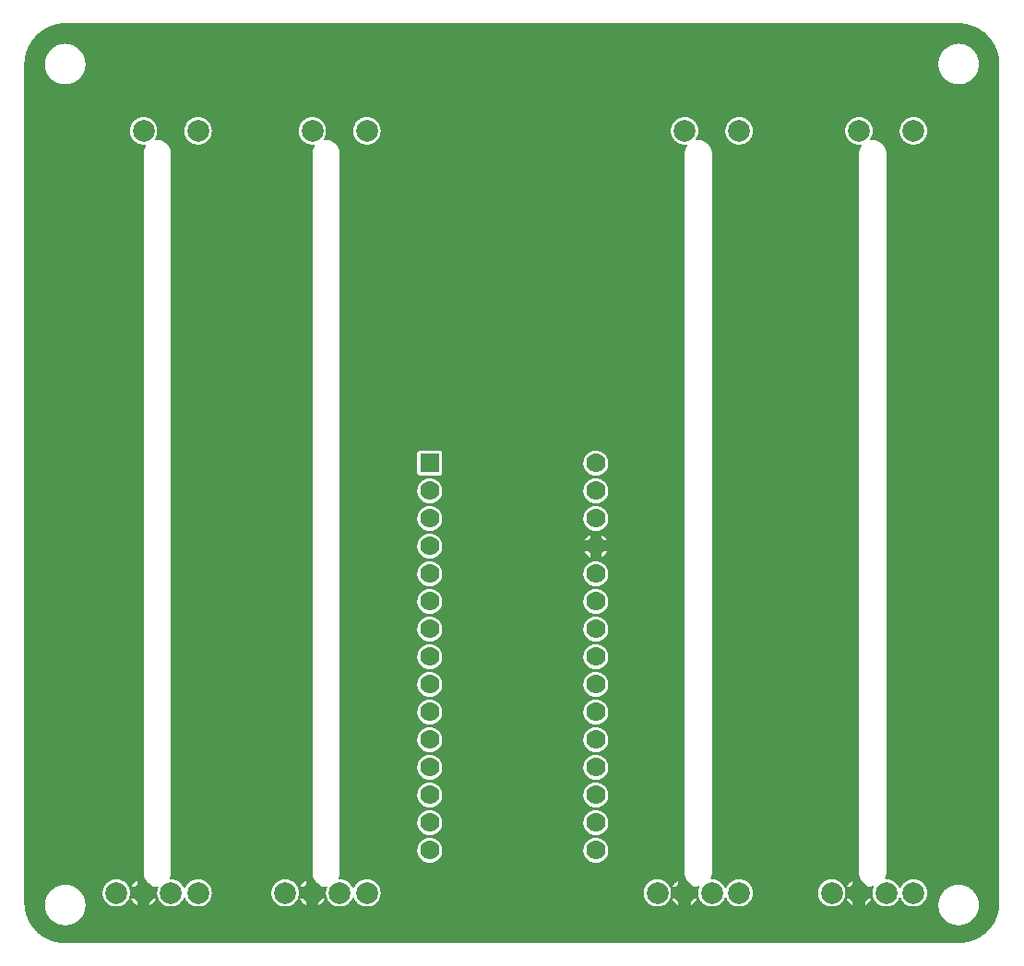
<source format=gbl>
G04 Layer: BottomLayer*
G04 EasyEDA v6.3.53, 2020-06-28T18:38:07+02:00*
G04 af82a4ba73104de48942a1140a1abb13,10*
G04 Gerber Generator version 0.2*
G04 Scale: 100 percent, Rotated: No, Reflected: No *
G04 Dimensions in millimeters *
G04 leading zeros omitted , absolute positions ,3 integer and 3 decimal *
%FSLAX33Y33*%
%MOMM*%
G90*
G71D02*

%ADD12R,1.778000X1.778000*%
%ADD13C,1.778000*%
%ADD14C,1.999996*%

%LPD*%
G36*
G01X85999Y84743D02*
G01X3999Y84743D01*
G01X3912Y84742D01*
G01X3824Y84739D01*
G01X3736Y84734D01*
G01X3649Y84727D01*
G01X3562Y84717D01*
G01X3475Y84706D01*
G01X3388Y84693D01*
G01X3302Y84677D01*
G01X3216Y84660D01*
G01X3130Y84641D01*
G01X3045Y84619D01*
G01X2960Y84596D01*
G01X2876Y84571D01*
G01X2792Y84543D01*
G01X2710Y84514D01*
G01X2628Y84483D01*
G01X2547Y84450D01*
G01X2466Y84415D01*
G01X2387Y84378D01*
G01X2308Y84339D01*
G01X2230Y84298D01*
G01X2153Y84256D01*
G01X2077Y84212D01*
G01X2003Y84166D01*
G01X1929Y84118D01*
G01X1856Y84069D01*
G01X1785Y84017D01*
G01X1715Y83965D01*
G01X1646Y83911D01*
G01X1578Y83854D01*
G01X1512Y83797D01*
G01X1447Y83738D01*
G01X1384Y83678D01*
G01X1322Y83615D01*
G01X1261Y83552D01*
G01X1202Y83487D01*
G01X1145Y83421D01*
G01X1089Y83353D01*
G01X1034Y83284D01*
G01X981Y83214D01*
G01X930Y83143D01*
G01X881Y83070D01*
G01X833Y82996D01*
G01X787Y82922D01*
G01X743Y82846D01*
G01X701Y82769D01*
G01X660Y82691D01*
G01X621Y82612D01*
G01X584Y82533D01*
G01X516Y82371D01*
G01X485Y82289D01*
G01X456Y82206D01*
G01X429Y82123D01*
G01X403Y82039D01*
G01X380Y81954D01*
G01X359Y81869D01*
G01X339Y81784D01*
G01X322Y81697D01*
G01X306Y81611D01*
G01X293Y81524D01*
G01X282Y81437D01*
G01X272Y81350D01*
G01X265Y81263D01*
G01X260Y81175D01*
G01X257Y81087D01*
G01X256Y80999D01*
G01X256Y3999D01*
G01X257Y3912D01*
G01X260Y3824D01*
G01X265Y3736D01*
G01X272Y3649D01*
G01X282Y3561D01*
G01X293Y3475D01*
G01X306Y3388D01*
G01X322Y3301D01*
G01X339Y3215D01*
G01X359Y3130D01*
G01X380Y3045D01*
G01X403Y2960D01*
G01X429Y2876D01*
G01X456Y2793D01*
G01X485Y2710D01*
G01X516Y2628D01*
G01X550Y2546D01*
G01X584Y2466D01*
G01X621Y2386D01*
G01X660Y2308D01*
G01X701Y2230D01*
G01X743Y2153D01*
G01X787Y2078D01*
G01X833Y2002D01*
G01X881Y1929D01*
G01X930Y1856D01*
G01X981Y1785D01*
G01X1034Y1715D01*
G01X1089Y1646D01*
G01X1145Y1578D01*
G01X1202Y1512D01*
G01X1261Y1447D01*
G01X1322Y1384D01*
G01X1384Y1322D01*
G01X1447Y1261D01*
G01X1512Y1202D01*
G01X1578Y1144D01*
G01X1646Y1088D01*
G01X1715Y1034D01*
G01X1785Y981D01*
G01X1856Y930D01*
G01X1929Y881D01*
G01X2003Y833D01*
G01X2077Y787D01*
G01X2153Y743D01*
G01X2230Y701D01*
G01X2308Y660D01*
G01X2387Y621D01*
G01X2466Y585D01*
G01X2547Y550D01*
G01X2628Y516D01*
G01X2710Y485D01*
G01X2792Y456D01*
G01X2876Y429D01*
G01X2960Y403D01*
G01X3045Y380D01*
G01X3130Y359D01*
G01X3216Y339D01*
G01X3302Y322D01*
G01X3388Y306D01*
G01X3475Y293D01*
G01X3562Y282D01*
G01X3649Y273D01*
G01X3736Y266D01*
G01X3824Y260D01*
G01X3912Y257D01*
G01X3999Y256D01*
G01X85999Y256D01*
G01X86087Y257D01*
G01X86175Y260D01*
G01X86262Y266D01*
G01X86350Y273D01*
G01X86437Y282D01*
G01X86525Y293D01*
G01X86611Y306D01*
G01X86697Y322D01*
G01X86784Y339D01*
G01X86869Y359D01*
G01X86954Y380D01*
G01X87039Y403D01*
G01X87123Y429D01*
G01X87206Y456D01*
G01X87289Y485D01*
G01X87371Y516D01*
G01X87452Y550D01*
G01X87533Y585D01*
G01X87612Y621D01*
G01X87691Y660D01*
G01X87769Y701D01*
G01X87846Y743D01*
G01X87922Y787D01*
G01X87996Y833D01*
G01X88070Y881D01*
G01X88143Y930D01*
G01X88214Y981D01*
G01X88284Y1034D01*
G01X88353Y1088D01*
G01X88420Y1144D01*
G01X88487Y1202D01*
G01X88552Y1261D01*
G01X88616Y1322D01*
G01X88678Y1384D01*
G01X88738Y1447D01*
G01X88797Y1512D01*
G01X88855Y1578D01*
G01X88911Y1646D01*
G01X88965Y1715D01*
G01X89018Y1785D01*
G01X89069Y1856D01*
G01X89118Y1929D01*
G01X89166Y2002D01*
G01X89212Y2078D01*
G01X89256Y2153D01*
G01X89298Y2230D01*
G01X89339Y2308D01*
G01X89378Y2386D01*
G01X89415Y2466D01*
G01X89450Y2546D01*
G01X89483Y2628D01*
G01X89514Y2710D01*
G01X89543Y2793D01*
G01X89571Y2876D01*
G01X89596Y2960D01*
G01X89619Y3045D01*
G01X89641Y3130D01*
G01X89660Y3215D01*
G01X89677Y3301D01*
G01X89692Y3388D01*
G01X89706Y3475D01*
G01X89717Y3561D01*
G01X89727Y3649D01*
G01X89734Y3736D01*
G01X89739Y3824D01*
G01X89742Y3912D01*
G01X89743Y3999D01*
G01X89743Y80999D01*
G01X89742Y81087D01*
G01X89739Y81175D01*
G01X89734Y81263D01*
G01X89727Y81350D01*
G01X89717Y81437D01*
G01X89706Y81524D01*
G01X89692Y81611D01*
G01X89677Y81697D01*
G01X89660Y81784D01*
G01X89641Y81869D01*
G01X89619Y81954D01*
G01X89596Y82039D01*
G01X89571Y82123D01*
G01X89543Y82206D01*
G01X89514Y82289D01*
G01X89483Y82371D01*
G01X89450Y82452D01*
G01X89415Y82533D01*
G01X89378Y82612D01*
G01X89339Y82691D01*
G01X89298Y82769D01*
G01X89256Y82846D01*
G01X89212Y82922D01*
G01X89166Y82996D01*
G01X89118Y83070D01*
G01X89069Y83143D01*
G01X89018Y83214D01*
G01X88965Y83284D01*
G01X88911Y83353D01*
G01X88855Y83421D01*
G01X88797Y83487D01*
G01X88738Y83552D01*
G01X88678Y83615D01*
G01X88616Y83678D01*
G01X88552Y83738D01*
G01X88487Y83797D01*
G01X88353Y83911D01*
G01X88284Y83965D01*
G01X88214Y84017D01*
G01X88143Y84069D01*
G01X88070Y84118D01*
G01X87996Y84166D01*
G01X87922Y84212D01*
G01X87846Y84256D01*
G01X87769Y84298D01*
G01X87691Y84339D01*
G01X87612Y84378D01*
G01X87533Y84415D01*
G01X87452Y84450D01*
G01X87371Y84483D01*
G01X87289Y84514D01*
G01X87206Y84543D01*
G01X87123Y84571D01*
G01X87039Y84596D01*
G01X86954Y84619D01*
G01X86869Y84641D01*
G01X86784Y84660D01*
G01X86697Y84677D01*
G01X86611Y84693D01*
G01X86525Y84706D01*
G01X86437Y84717D01*
G01X86350Y84727D01*
G01X86262Y84734D01*
G01X86175Y84739D01*
G01X86087Y84742D01*
G01X85999Y84743D01*
G37*

%LPC*%
G36*
G01X86062Y5611D02*
G01X86000Y5612D01*
G01X85937Y5611D01*
G01X85875Y5608D01*
G01X85814Y5603D01*
G01X85752Y5595D01*
G01X85691Y5586D01*
G01X85630Y5575D01*
G01X85569Y5561D01*
G01X85509Y5546D01*
G01X85450Y5529D01*
G01X85391Y5509D01*
G01X85332Y5488D01*
G01X85275Y5465D01*
G01X85218Y5440D01*
G01X85162Y5413D01*
G01X85107Y5384D01*
G01X85053Y5353D01*
G01X85001Y5320D01*
G01X84949Y5286D01*
G01X84898Y5250D01*
G01X84849Y5212D01*
G01X84801Y5173D01*
G01X84754Y5132D01*
G01X84709Y5090D01*
G01X84665Y5046D01*
G01X84623Y5001D01*
G01X84582Y4954D01*
G01X84542Y4906D01*
G01X84505Y4857D01*
G01X84469Y4806D01*
G01X84435Y4754D01*
G01X84402Y4701D01*
G01X84372Y4648D01*
G01X84343Y4593D01*
G01X84315Y4537D01*
G01X84290Y4480D01*
G01X84267Y4423D01*
G01X84246Y4365D01*
G01X84226Y4306D01*
G01X84209Y4246D01*
G01X84193Y4186D01*
G01X84180Y4125D01*
G01X84169Y4064D01*
G01X84160Y4003D01*
G01X84152Y3941D01*
G01X84147Y3879D01*
G01X84144Y3817D01*
G01X84143Y3755D01*
G01X84144Y3694D01*
G01X84147Y3632D01*
G01X84152Y3570D01*
G01X84160Y3508D01*
G01X84169Y3447D01*
G01X84180Y3386D01*
G01X84193Y3325D01*
G01X84209Y3265D01*
G01X84226Y3205D01*
G01X84246Y3146D01*
G01X84267Y3088D01*
G01X84290Y3031D01*
G01X84315Y2974D01*
G01X84343Y2918D01*
G01X84372Y2863D01*
G01X84402Y2810D01*
G01X84435Y2757D01*
G01X84469Y2705D01*
G01X84505Y2654D01*
G01X84542Y2605D01*
G01X84582Y2557D01*
G01X84623Y2510D01*
G01X84665Y2465D01*
G01X84709Y2421D01*
G01X84754Y2379D01*
G01X84801Y2338D01*
G01X84849Y2299D01*
G01X84898Y2261D01*
G01X84949Y2225D01*
G01X85001Y2191D01*
G01X85053Y2158D01*
G01X85107Y2127D01*
G01X85162Y2098D01*
G01X85218Y2071D01*
G01X85275Y2046D01*
G01X85332Y2023D01*
G01X85391Y2002D01*
G01X85450Y1982D01*
G01X85509Y1965D01*
G01X85569Y1950D01*
G01X85630Y1936D01*
G01X85691Y1925D01*
G01X85752Y1916D01*
G01X85814Y1908D01*
G01X85875Y1903D01*
G01X85937Y1900D01*
G01X86000Y1899D01*
G01X86062Y1900D01*
G01X86124Y1903D01*
G01X86185Y1908D01*
G01X86247Y1916D01*
G01X86308Y1925D01*
G01X86369Y1936D01*
G01X86430Y1950D01*
G01X86490Y1965D01*
G01X86549Y1982D01*
G01X86608Y2002D01*
G01X86667Y2023D01*
G01X86724Y2046D01*
G01X86781Y2071D01*
G01X86837Y2098D01*
G01X86892Y2127D01*
G01X86946Y2158D01*
G01X86999Y2191D01*
G01X87050Y2225D01*
G01X87101Y2261D01*
G01X87150Y2299D01*
G01X87198Y2338D01*
G01X87245Y2379D01*
G01X87290Y2421D01*
G01X87334Y2465D01*
G01X87377Y2510D01*
G01X87417Y2557D01*
G01X87457Y2605D01*
G01X87494Y2654D01*
G01X87530Y2705D01*
G01X87564Y2757D01*
G01X87597Y2810D01*
G01X87627Y2863D01*
G01X87656Y2918D01*
G01X87684Y2974D01*
G01X87709Y3031D01*
G01X87732Y3088D01*
G01X87753Y3146D01*
G01X87773Y3205D01*
G01X87790Y3265D01*
G01X87806Y3325D01*
G01X87819Y3386D01*
G01X87830Y3447D01*
G01X87839Y3508D01*
G01X87847Y3570D01*
G01X87852Y3632D01*
G01X87855Y3694D01*
G01X87856Y3755D01*
G01X87855Y3817D01*
G01X87852Y3879D01*
G01X87847Y3941D01*
G01X87839Y4003D01*
G01X87830Y4064D01*
G01X87819Y4125D01*
G01X87806Y4186D01*
G01X87790Y4246D01*
G01X87773Y4306D01*
G01X87753Y4365D01*
G01X87732Y4423D01*
G01X87709Y4480D01*
G01X87684Y4537D01*
G01X87656Y4593D01*
G01X87627Y4648D01*
G01X87597Y4701D01*
G01X87564Y4754D01*
G01X87530Y4806D01*
G01X87494Y4857D01*
G01X87457Y4906D01*
G01X87417Y4954D01*
G01X87377Y5001D01*
G01X87334Y5046D01*
G01X87290Y5090D01*
G01X87245Y5132D01*
G01X87198Y5173D01*
G01X87150Y5212D01*
G01X87101Y5250D01*
G01X87050Y5286D01*
G01X86999Y5320D01*
G01X86946Y5353D01*
G01X86892Y5384D01*
G01X86837Y5413D01*
G01X86781Y5440D01*
G01X86724Y5465D01*
G01X86667Y5488D01*
G01X86608Y5509D01*
G01X86549Y5529D01*
G01X86490Y5546D01*
G01X86430Y5561D01*
G01X86369Y5575D01*
G01X86308Y5586D01*
G01X86247Y5595D01*
G01X86185Y5603D01*
G01X86124Y5608D01*
G01X86062Y5611D01*
G37*
G36*
G01X4061Y5611D02*
G01X3999Y5612D01*
G01X3938Y5611D01*
G01X3876Y5608D01*
G01X3814Y5603D01*
G01X3752Y5595D01*
G01X3691Y5586D01*
G01X3630Y5575D01*
G01X3569Y5561D01*
G01X3509Y5546D01*
G01X3449Y5529D01*
G01X3390Y5509D01*
G01X3332Y5488D01*
G01X3275Y5465D01*
G01X3218Y5440D01*
G01X3162Y5413D01*
G01X3107Y5384D01*
G01X3054Y5353D01*
G01X3001Y5320D01*
G01X2949Y5286D01*
G01X2898Y5250D01*
G01X2849Y5212D01*
G01X2801Y5173D01*
G01X2754Y5132D01*
G01X2709Y5090D01*
G01X2665Y5046D01*
G01X2623Y5001D01*
G01X2582Y4954D01*
G01X2543Y4906D01*
G01X2505Y4857D01*
G01X2469Y4806D01*
G01X2435Y4754D01*
G01X2402Y4701D01*
G01X2371Y4648D01*
G01X2342Y4593D01*
G01X2315Y4537D01*
G01X2290Y4480D01*
G01X2267Y4423D01*
G01X2246Y4365D01*
G01X2226Y4306D01*
G01X2209Y4246D01*
G01X2194Y4186D01*
G01X2180Y4125D01*
G01X2169Y4064D01*
G01X2160Y4003D01*
G01X2152Y3941D01*
G01X2147Y3879D01*
G01X2144Y3817D01*
G01X2143Y3755D01*
G01X2144Y3694D01*
G01X2147Y3632D01*
G01X2152Y3570D01*
G01X2160Y3508D01*
G01X2169Y3447D01*
G01X2180Y3386D01*
G01X2194Y3325D01*
G01X2209Y3265D01*
G01X2226Y3205D01*
G01X2246Y3146D01*
G01X2267Y3088D01*
G01X2290Y3031D01*
G01X2315Y2974D01*
G01X2342Y2918D01*
G01X2371Y2863D01*
G01X2402Y2810D01*
G01X2435Y2757D01*
G01X2469Y2705D01*
G01X2505Y2654D01*
G01X2543Y2605D01*
G01X2582Y2557D01*
G01X2623Y2510D01*
G01X2665Y2465D01*
G01X2709Y2421D01*
G01X2754Y2379D01*
G01X2801Y2338D01*
G01X2849Y2299D01*
G01X2898Y2261D01*
G01X2949Y2225D01*
G01X3001Y2191D01*
G01X3054Y2158D01*
G01X3107Y2127D01*
G01X3162Y2098D01*
G01X3218Y2071D01*
G01X3275Y2046D01*
G01X3332Y2023D01*
G01X3390Y2002D01*
G01X3449Y1982D01*
G01X3509Y1965D01*
G01X3569Y1950D01*
G01X3630Y1936D01*
G01X3691Y1925D01*
G01X3752Y1916D01*
G01X3814Y1908D01*
G01X3876Y1903D01*
G01X3938Y1900D01*
G01X3999Y1899D01*
G01X4061Y1900D01*
G01X4123Y1903D01*
G01X4185Y1908D01*
G01X4247Y1916D01*
G01X4308Y1925D01*
G01X4369Y1936D01*
G01X4430Y1950D01*
G01X4490Y1965D01*
G01X4550Y1982D01*
G01X4609Y2002D01*
G01X4666Y2023D01*
G01X4724Y2046D01*
G01X4781Y2071D01*
G01X4837Y2098D01*
G01X4892Y2127D01*
G01X4945Y2158D01*
G01X4998Y2191D01*
G01X5050Y2225D01*
G01X5101Y2261D01*
G01X5150Y2299D01*
G01X5198Y2338D01*
G01X5245Y2379D01*
G01X5290Y2421D01*
G01X5334Y2465D01*
G01X5376Y2510D01*
G01X5417Y2557D01*
G01X5456Y2605D01*
G01X5494Y2654D01*
G01X5530Y2705D01*
G01X5564Y2757D01*
G01X5597Y2810D01*
G01X5628Y2863D01*
G01X5657Y2918D01*
G01X5684Y2974D01*
G01X5709Y3031D01*
G01X5732Y3088D01*
G01X5753Y3146D01*
G01X5773Y3205D01*
G01X5790Y3265D01*
G01X5805Y3325D01*
G01X5819Y3386D01*
G01X5830Y3447D01*
G01X5839Y3508D01*
G01X5847Y3570D01*
G01X5852Y3632D01*
G01X5855Y3694D01*
G01X5856Y3755D01*
G01X5855Y3817D01*
G01X5852Y3879D01*
G01X5847Y3941D01*
G01X5839Y4003D01*
G01X5830Y4064D01*
G01X5819Y4125D01*
G01X5805Y4186D01*
G01X5790Y4246D01*
G01X5773Y4306D01*
G01X5753Y4365D01*
G01X5732Y4423D01*
G01X5709Y4480D01*
G01X5684Y4537D01*
G01X5657Y4593D01*
G01X5628Y4648D01*
G01X5597Y4701D01*
G01X5564Y4754D01*
G01X5530Y4806D01*
G01X5494Y4857D01*
G01X5456Y4906D01*
G01X5417Y4954D01*
G01X5376Y5001D01*
G01X5334Y5046D01*
G01X5290Y5090D01*
G01X5245Y5132D01*
G01X5198Y5173D01*
G01X5150Y5212D01*
G01X5101Y5250D01*
G01X5050Y5286D01*
G01X4998Y5320D01*
G01X4945Y5353D01*
G01X4892Y5384D01*
G01X4837Y5413D01*
G01X4781Y5440D01*
G01X4724Y5465D01*
G01X4666Y5488D01*
G01X4609Y5509D01*
G01X4550Y5529D01*
G01X4490Y5546D01*
G01X4430Y5561D01*
G01X4369Y5575D01*
G01X4308Y5586D01*
G01X4247Y5595D01*
G01X4185Y5603D01*
G01X4123Y5608D01*
G01X4061Y5611D01*
G37*
G36*
G01X8746Y6117D02*
G01X8695Y6118D01*
G01X8645Y6117D01*
G01X8594Y6114D01*
G01X8544Y6109D01*
G01X8494Y6101D01*
G01X8444Y6092D01*
G01X8395Y6081D01*
G01X8346Y6068D01*
G01X8298Y6053D01*
G01X8250Y6036D01*
G01X8203Y6017D01*
G01X8157Y5997D01*
G01X8112Y5974D01*
G01X8067Y5950D01*
G01X8024Y5923D01*
G01X7982Y5896D01*
G01X7941Y5866D01*
G01X7901Y5835D01*
G01X7862Y5802D01*
G01X7825Y5768D01*
G01X7789Y5732D01*
G01X7755Y5695D01*
G01X7722Y5656D01*
G01X7691Y5616D01*
G01X7662Y5575D01*
G01X7634Y5533D01*
G01X7607Y5490D01*
G01X7583Y5445D01*
G01X7561Y5400D01*
G01X7540Y5354D01*
G01X7520Y5307D01*
G01X7488Y5211D01*
G01X7476Y5162D01*
G01X7465Y5113D01*
G01X7455Y5063D01*
G01X7448Y5013D01*
G01X7443Y4963D01*
G01X7440Y4912D01*
G01X7439Y4861D01*
G01X7440Y4811D01*
G01X7443Y4760D01*
G01X7448Y4710D01*
G01X7455Y4660D01*
G01X7465Y4610D01*
G01X7476Y4561D01*
G01X7488Y4512D01*
G01X7520Y4416D01*
G01X7540Y4369D01*
G01X7561Y4322D01*
G01X7583Y4277D01*
G01X7607Y4233D01*
G01X7634Y4190D01*
G01X7662Y4148D01*
G01X7691Y4107D01*
G01X7722Y4066D01*
G01X7755Y4028D01*
G01X7789Y3991D01*
G01X7825Y3955D01*
G01X7862Y3921D01*
G01X7901Y3888D01*
G01X7941Y3857D01*
G01X7982Y3827D01*
G01X8024Y3799D01*
G01X8067Y3773D01*
G01X8112Y3749D01*
G01X8157Y3726D01*
G01X8203Y3705D01*
G01X8250Y3686D01*
G01X8346Y3654D01*
G01X8395Y3641D01*
G01X8444Y3630D01*
G01X8494Y3621D01*
G01X8544Y3614D01*
G01X8594Y3609D01*
G01X8645Y3606D01*
G01X8695Y3605D01*
G01X8746Y3606D01*
G01X8797Y3609D01*
G01X8847Y3614D01*
G01X8897Y3621D01*
G01X8947Y3630D01*
G01X8997Y3641D01*
G01X9045Y3654D01*
G01X9094Y3670D01*
G01X9141Y3686D01*
G01X9189Y3706D01*
G01X9234Y3727D01*
G01X9280Y3749D01*
G01X9324Y3773D01*
G01X9368Y3800D01*
G01X9410Y3828D01*
G01X9451Y3857D01*
G01X9491Y3889D01*
G01X9530Y3921D01*
G01X9567Y3956D01*
G01X9602Y3992D01*
G01X9637Y4029D01*
G01X9669Y4067D01*
G01X9701Y4108D01*
G01X9730Y4148D01*
G01X9758Y4191D01*
G01X9784Y4234D01*
G01X9808Y4278D01*
G01X9831Y4324D01*
G01X9852Y4370D01*
G01X9860Y4385D01*
G01X9871Y4400D01*
G01X9872Y4417D01*
G01X9877Y4434D01*
G01X9895Y4485D01*
G01X9910Y4538D01*
G01X9923Y4591D01*
G01X9933Y4644D01*
G01X9942Y4698D01*
G01X9947Y4753D01*
G01X9951Y4807D01*
G01X9952Y4861D01*
G01X9951Y4916D01*
G01X9947Y4970D01*
G01X9942Y5024D01*
G01X9933Y5078D01*
G01X9923Y5132D01*
G01X9910Y5185D01*
G01X9895Y5237D01*
G01X9877Y5289D01*
G01X9872Y5306D01*
G01X9871Y5323D01*
G01X9860Y5337D01*
G01X9852Y5353D01*
G01X9831Y5399D01*
G01X9808Y5444D01*
G01X9784Y5489D01*
G01X9758Y5532D01*
G01X9730Y5574D01*
G01X9701Y5615D01*
G01X9669Y5655D01*
G01X9637Y5694D01*
G01X9602Y5731D01*
G01X9567Y5767D01*
G01X9530Y5801D01*
G01X9491Y5834D01*
G01X9451Y5865D01*
G01X9410Y5895D01*
G01X9368Y5923D01*
G01X9324Y5949D01*
G01X9280Y5974D01*
G01X9234Y5996D01*
G01X9189Y6017D01*
G01X9141Y6036D01*
G01X9094Y6053D01*
G01X9045Y6068D01*
G01X8997Y6081D01*
G01X8947Y6092D01*
G01X8897Y6101D01*
G01X8847Y6109D01*
G01X8797Y6114D01*
G01X8746Y6117D01*
G37*
G36*
G01X74405Y6117D02*
G01X74354Y6118D01*
G01X74304Y6117D01*
G01X74253Y6114D01*
G01X74203Y6109D01*
G01X74153Y6101D01*
G01X74103Y6092D01*
G01X74054Y6081D01*
G01X74005Y6068D01*
G01X73957Y6053D01*
G01X73909Y6036D01*
G01X73862Y6017D01*
G01X73816Y5997D01*
G01X73771Y5974D01*
G01X73726Y5950D01*
G01X73683Y5923D01*
G01X73641Y5896D01*
G01X73600Y5866D01*
G01X73560Y5835D01*
G01X73521Y5802D01*
G01X73484Y5768D01*
G01X73448Y5732D01*
G01X73414Y5695D01*
G01X73381Y5656D01*
G01X73350Y5616D01*
G01X73321Y5575D01*
G01X73293Y5533D01*
G01X73266Y5490D01*
G01X73242Y5445D01*
G01X73220Y5400D01*
G01X73199Y5354D01*
G01X73179Y5307D01*
G01X73147Y5211D01*
G01X73135Y5162D01*
G01X73124Y5113D01*
G01X73114Y5063D01*
G01X73107Y5013D01*
G01X73102Y4963D01*
G01X73099Y4912D01*
G01X73098Y4861D01*
G01X73099Y4811D01*
G01X73102Y4760D01*
G01X73107Y4710D01*
G01X73114Y4660D01*
G01X73124Y4610D01*
G01X73135Y4561D01*
G01X73147Y4512D01*
G01X73179Y4416D01*
G01X73199Y4369D01*
G01X73220Y4322D01*
G01X73242Y4277D01*
G01X73266Y4233D01*
G01X73293Y4190D01*
G01X73321Y4148D01*
G01X73350Y4107D01*
G01X73381Y4066D01*
G01X73414Y4028D01*
G01X73448Y3991D01*
G01X73484Y3955D01*
G01X73521Y3921D01*
G01X73560Y3888D01*
G01X73600Y3857D01*
G01X73641Y3827D01*
G01X73683Y3799D01*
G01X73726Y3773D01*
G01X73771Y3749D01*
G01X73816Y3726D01*
G01X73862Y3705D01*
G01X73909Y3686D01*
G01X74005Y3654D01*
G01X74054Y3641D01*
G01X74103Y3630D01*
G01X74153Y3621D01*
G01X74203Y3614D01*
G01X74253Y3609D01*
G01X74304Y3606D01*
G01X74354Y3605D01*
G01X74405Y3606D01*
G01X74456Y3609D01*
G01X74506Y3614D01*
G01X74556Y3621D01*
G01X74606Y3630D01*
G01X74656Y3641D01*
G01X74704Y3654D01*
G01X74753Y3670D01*
G01X74800Y3686D01*
G01X74848Y3706D01*
G01X74893Y3727D01*
G01X74939Y3749D01*
G01X74983Y3773D01*
G01X75027Y3800D01*
G01X75069Y3828D01*
G01X75110Y3857D01*
G01X75150Y3889D01*
G01X75189Y3921D01*
G01X75226Y3956D01*
G01X75261Y3992D01*
G01X75296Y4029D01*
G01X75328Y4067D01*
G01X75360Y4108D01*
G01X75389Y4148D01*
G01X75417Y4191D01*
G01X75443Y4234D01*
G01X75467Y4278D01*
G01X75490Y4324D01*
G01X75511Y4370D01*
G01X75519Y4385D01*
G01X75530Y4400D01*
G01X75531Y4417D01*
G01X75536Y4434D01*
G01X75554Y4485D01*
G01X75569Y4538D01*
G01X75582Y4591D01*
G01X75592Y4644D01*
G01X75601Y4698D01*
G01X75606Y4753D01*
G01X75610Y4807D01*
G01X75611Y4861D01*
G01X75610Y4916D01*
G01X75606Y4970D01*
G01X75601Y5024D01*
G01X75592Y5078D01*
G01X75582Y5132D01*
G01X75569Y5185D01*
G01X75554Y5237D01*
G01X75536Y5289D01*
G01X75531Y5306D01*
G01X75530Y5323D01*
G01X75519Y5337D01*
G01X75511Y5353D01*
G01X75490Y5399D01*
G01X75467Y5444D01*
G01X75443Y5489D01*
G01X75417Y5532D01*
G01X75389Y5574D01*
G01X75360Y5615D01*
G01X75328Y5655D01*
G01X75296Y5694D01*
G01X75261Y5731D01*
G01X75226Y5767D01*
G01X75189Y5801D01*
G01X75150Y5834D01*
G01X75110Y5865D01*
G01X75069Y5895D01*
G01X75027Y5923D01*
G01X74983Y5949D01*
G01X74939Y5974D01*
G01X74893Y5996D01*
G01X74848Y6017D01*
G01X74800Y6036D01*
G01X74753Y6053D01*
G01X74704Y6068D01*
G01X74656Y6081D01*
G01X74606Y6092D01*
G01X74556Y6101D01*
G01X74506Y6109D01*
G01X74456Y6114D01*
G01X74405Y6117D01*
G37*
G36*
G01X58403Y6117D02*
G01X58352Y6118D01*
G01X58302Y6117D01*
G01X58251Y6114D01*
G01X58201Y6109D01*
G01X58151Y6101D01*
G01X58101Y6092D01*
G01X58052Y6081D01*
G01X58003Y6068D01*
G01X57955Y6053D01*
G01X57907Y6036D01*
G01X57860Y6017D01*
G01X57814Y5997D01*
G01X57769Y5974D01*
G01X57724Y5950D01*
G01X57681Y5923D01*
G01X57639Y5896D01*
G01X57598Y5866D01*
G01X57558Y5835D01*
G01X57519Y5802D01*
G01X57482Y5768D01*
G01X57446Y5732D01*
G01X57412Y5695D01*
G01X57379Y5656D01*
G01X57348Y5616D01*
G01X57319Y5575D01*
G01X57291Y5533D01*
G01X57264Y5490D01*
G01X57240Y5445D01*
G01X57218Y5400D01*
G01X57197Y5354D01*
G01X57177Y5307D01*
G01X57145Y5211D01*
G01X57133Y5162D01*
G01X57122Y5113D01*
G01X57112Y5063D01*
G01X57105Y5013D01*
G01X57100Y4963D01*
G01X57097Y4912D01*
G01X57096Y4861D01*
G01X57097Y4811D01*
G01X57100Y4760D01*
G01X57105Y4710D01*
G01X57112Y4660D01*
G01X57122Y4610D01*
G01X57133Y4561D01*
G01X57145Y4512D01*
G01X57177Y4416D01*
G01X57197Y4369D01*
G01X57218Y4322D01*
G01X57240Y4277D01*
G01X57264Y4233D01*
G01X57291Y4190D01*
G01X57319Y4148D01*
G01X57348Y4107D01*
G01X57379Y4066D01*
G01X57412Y4028D01*
G01X57446Y3991D01*
G01X57482Y3955D01*
G01X57519Y3921D01*
G01X57558Y3888D01*
G01X57598Y3857D01*
G01X57639Y3827D01*
G01X57681Y3799D01*
G01X57724Y3773D01*
G01X57769Y3749D01*
G01X57814Y3726D01*
G01X57860Y3705D01*
G01X57907Y3686D01*
G01X58003Y3654D01*
G01X58052Y3641D01*
G01X58101Y3630D01*
G01X58151Y3621D01*
G01X58201Y3614D01*
G01X58251Y3609D01*
G01X58302Y3606D01*
G01X58352Y3605D01*
G01X58403Y3606D01*
G01X58454Y3609D01*
G01X58504Y3614D01*
G01X58554Y3621D01*
G01X58604Y3630D01*
G01X58654Y3641D01*
G01X58702Y3654D01*
G01X58751Y3670D01*
G01X58798Y3686D01*
G01X58846Y3706D01*
G01X58891Y3727D01*
G01X58937Y3749D01*
G01X58981Y3773D01*
G01X59025Y3800D01*
G01X59067Y3828D01*
G01X59108Y3857D01*
G01X59148Y3889D01*
G01X59187Y3921D01*
G01X59224Y3956D01*
G01X59259Y3992D01*
G01X59294Y4029D01*
G01X59326Y4067D01*
G01X59358Y4108D01*
G01X59387Y4148D01*
G01X59415Y4191D01*
G01X59441Y4234D01*
G01X59465Y4278D01*
G01X59488Y4324D01*
G01X59509Y4370D01*
G01X59517Y4385D01*
G01X59528Y4400D01*
G01X59529Y4417D01*
G01X59534Y4434D01*
G01X59552Y4485D01*
G01X59567Y4538D01*
G01X59580Y4591D01*
G01X59590Y4644D01*
G01X59599Y4698D01*
G01X59604Y4753D01*
G01X59608Y4807D01*
G01X59609Y4861D01*
G01X59608Y4916D01*
G01X59604Y4970D01*
G01X59599Y5024D01*
G01X59590Y5078D01*
G01X59580Y5132D01*
G01X59567Y5185D01*
G01X59552Y5237D01*
G01X59534Y5289D01*
G01X59529Y5306D01*
G01X59528Y5323D01*
G01X59517Y5337D01*
G01X59509Y5353D01*
G01X59488Y5399D01*
G01X59465Y5444D01*
G01X59441Y5489D01*
G01X59415Y5532D01*
G01X59387Y5574D01*
G01X59358Y5615D01*
G01X59326Y5655D01*
G01X59294Y5694D01*
G01X59259Y5731D01*
G01X59224Y5767D01*
G01X59187Y5801D01*
G01X59148Y5834D01*
G01X59108Y5865D01*
G01X59067Y5895D01*
G01X59025Y5923D01*
G01X58981Y5949D01*
G01X58937Y5974D01*
G01X58891Y5996D01*
G01X58846Y6017D01*
G01X58798Y6036D01*
G01X58751Y6053D01*
G01X58702Y6068D01*
G01X58654Y6081D01*
G01X58604Y6092D01*
G01X58554Y6101D01*
G01X58504Y6109D01*
G01X58454Y6114D01*
G01X58403Y6117D01*
G37*
G36*
G01X24240Y6117D02*
G01X24189Y6118D01*
G01X24139Y6117D01*
G01X24088Y6114D01*
G01X24038Y6109D01*
G01X23988Y6101D01*
G01X23938Y6092D01*
G01X23889Y6081D01*
G01X23840Y6068D01*
G01X23792Y6053D01*
G01X23744Y6036D01*
G01X23697Y6017D01*
G01X23651Y5997D01*
G01X23606Y5974D01*
G01X23561Y5950D01*
G01X23518Y5923D01*
G01X23476Y5896D01*
G01X23435Y5866D01*
G01X23395Y5835D01*
G01X23356Y5802D01*
G01X23319Y5768D01*
G01X23283Y5732D01*
G01X23249Y5695D01*
G01X23216Y5656D01*
G01X23185Y5616D01*
G01X23156Y5575D01*
G01X23128Y5533D01*
G01X23101Y5490D01*
G01X23077Y5445D01*
G01X23055Y5400D01*
G01X23034Y5354D01*
G01X23014Y5307D01*
G01X22982Y5211D01*
G01X22970Y5162D01*
G01X22959Y5113D01*
G01X22949Y5063D01*
G01X22942Y5013D01*
G01X22937Y4963D01*
G01X22934Y4912D01*
G01X22933Y4861D01*
G01X22934Y4811D01*
G01X22937Y4760D01*
G01X22942Y4710D01*
G01X22949Y4660D01*
G01X22959Y4610D01*
G01X22970Y4561D01*
G01X22982Y4512D01*
G01X23014Y4416D01*
G01X23034Y4369D01*
G01X23055Y4322D01*
G01X23077Y4277D01*
G01X23101Y4233D01*
G01X23128Y4190D01*
G01X23156Y4148D01*
G01X23185Y4107D01*
G01X23216Y4066D01*
G01X23249Y4028D01*
G01X23283Y3991D01*
G01X23319Y3955D01*
G01X23356Y3921D01*
G01X23395Y3888D01*
G01X23435Y3857D01*
G01X23476Y3827D01*
G01X23518Y3799D01*
G01X23561Y3773D01*
G01X23606Y3749D01*
G01X23651Y3726D01*
G01X23697Y3705D01*
G01X23744Y3686D01*
G01X23840Y3654D01*
G01X23889Y3641D01*
G01X23938Y3630D01*
G01X23988Y3621D01*
G01X24038Y3614D01*
G01X24088Y3609D01*
G01X24139Y3606D01*
G01X24189Y3605D01*
G01X24240Y3606D01*
G01X24291Y3609D01*
G01X24341Y3614D01*
G01X24391Y3621D01*
G01X24441Y3630D01*
G01X24491Y3641D01*
G01X24539Y3654D01*
G01X24588Y3670D01*
G01X24635Y3686D01*
G01X24683Y3706D01*
G01X24728Y3727D01*
G01X24774Y3749D01*
G01X24818Y3773D01*
G01X24862Y3800D01*
G01X24904Y3828D01*
G01X24945Y3857D01*
G01X24985Y3889D01*
G01X25024Y3921D01*
G01X25061Y3956D01*
G01X25096Y3992D01*
G01X25131Y4029D01*
G01X25163Y4067D01*
G01X25195Y4108D01*
G01X25224Y4148D01*
G01X25252Y4191D01*
G01X25278Y4234D01*
G01X25302Y4278D01*
G01X25325Y4324D01*
G01X25346Y4370D01*
G01X25354Y4385D01*
G01X25365Y4400D01*
G01X25366Y4417D01*
G01X25371Y4434D01*
G01X25389Y4485D01*
G01X25404Y4538D01*
G01X25417Y4591D01*
G01X25427Y4644D01*
G01X25436Y4698D01*
G01X25441Y4753D01*
G01X25445Y4807D01*
G01X25446Y4861D01*
G01X25445Y4916D01*
G01X25441Y4970D01*
G01X25436Y5024D01*
G01X25427Y5078D01*
G01X25417Y5132D01*
G01X25404Y5185D01*
G01X25389Y5237D01*
G01X25371Y5289D01*
G01X25366Y5306D01*
G01X25365Y5323D01*
G01X25354Y5337D01*
G01X25346Y5353D01*
G01X25325Y5399D01*
G01X25302Y5444D01*
G01X25278Y5489D01*
G01X25252Y5532D01*
G01X25224Y5574D01*
G01X25195Y5615D01*
G01X25163Y5655D01*
G01X25131Y5694D01*
G01X25096Y5731D01*
G01X25061Y5767D01*
G01X25024Y5801D01*
G01X24985Y5834D01*
G01X24945Y5865D01*
G01X24904Y5895D01*
G01X24862Y5923D01*
G01X24818Y5949D01*
G01X24774Y5974D01*
G01X24728Y5996D01*
G01X24683Y6017D01*
G01X24635Y6036D01*
G01X24588Y6053D01*
G01X24539Y6068D01*
G01X24491Y6081D01*
G01X24441Y6092D01*
G01X24391Y6101D01*
G01X24341Y6109D01*
G01X24291Y6114D01*
G01X24240Y6117D01*
G37*
G36*
G01X26740Y76117D02*
G01X26690Y76118D01*
G01X26639Y76117D01*
G01X26588Y76114D01*
G01X26538Y76109D01*
G01X26488Y76102D01*
G01X26438Y76093D01*
G01X26389Y76081D01*
G01X26340Y76068D01*
G01X26292Y76053D01*
G01X26244Y76036D01*
G01X26197Y76017D01*
G01X26151Y75997D01*
G01X26106Y75974D01*
G01X26061Y75949D01*
G01X26018Y75924D01*
G01X25976Y75896D01*
G01X25935Y75866D01*
G01X25895Y75835D01*
G01X25856Y75802D01*
G01X25819Y75768D01*
G01X25784Y75732D01*
G01X25749Y75694D01*
G01X25716Y75656D01*
G01X25685Y75616D01*
G01X25656Y75575D01*
G01X25628Y75533D01*
G01X25601Y75490D01*
G01X25577Y75445D01*
G01X25554Y75400D01*
G01X25534Y75354D01*
G01X25515Y75307D01*
G01X25498Y75259D01*
G01X25483Y75211D01*
G01X25470Y75162D01*
G01X25458Y75113D01*
G01X25449Y75063D01*
G01X25442Y75013D01*
G01X25437Y74962D01*
G01X25434Y74912D01*
G01X25433Y74861D01*
G01X25434Y74811D01*
G01X25437Y74760D01*
G01X25442Y74710D01*
G01X25449Y74660D01*
G01X25458Y74610D01*
G01X25470Y74561D01*
G01X25483Y74512D01*
G01X25498Y74464D01*
G01X25515Y74416D01*
G01X25534Y74369D01*
G01X25554Y74323D01*
G01X25577Y74278D01*
G01X25601Y74233D01*
G01X25628Y74190D01*
G01X25656Y74148D01*
G01X25685Y74106D01*
G01X25716Y74067D01*
G01X25749Y74028D01*
G01X25784Y73991D01*
G01X25819Y73955D01*
G01X25856Y73921D01*
G01X25895Y73888D01*
G01X25935Y73857D01*
G01X25976Y73827D01*
G01X26018Y73800D01*
G01X26061Y73773D01*
G01X26106Y73749D01*
G01X26151Y73726D01*
G01X26197Y73706D01*
G01X26244Y73686D01*
G01X26340Y73654D01*
G01X26438Y73630D01*
G01X26488Y73621D01*
G01X26538Y73614D01*
G01X26588Y73609D01*
G01X26639Y73606D01*
G01X26690Y73605D01*
G01X26745Y73606D01*
G01X26800Y73610D01*
G01X26809Y73610D01*
G01X26823Y73609D01*
G01X26838Y73606D01*
G01X26851Y73601D01*
G01X26864Y73594D01*
G01X26876Y73585D01*
G01X26886Y73575D01*
G01X26895Y73563D01*
G01X26902Y73551D01*
G01X26907Y73537D01*
G01X26910Y73523D01*
G01X26911Y73508D01*
G01X26910Y73494D01*
G01X26906Y73479D01*
G01X26901Y73465D01*
G01X26894Y73452D01*
G01X26866Y73408D01*
G01X26839Y73362D01*
G01X26815Y73315D01*
G01X26792Y73268D01*
G01X26772Y73219D01*
G01X26753Y73170D01*
G01X26737Y73119D01*
G01X26723Y73069D01*
G01X26711Y73017D01*
G01X26700Y72965D01*
G01X26693Y72913D01*
G01X26687Y72861D01*
G01X26684Y72808D01*
G01X26683Y72756D01*
G01X26683Y6756D01*
G01X26684Y6704D01*
G01X26687Y6654D01*
G01X26692Y6603D01*
G01X26699Y6553D01*
G01X26709Y6502D01*
G01X26720Y6452D01*
G01X26734Y6403D01*
G01X26749Y6355D01*
G01X26766Y6307D01*
G01X26785Y6259D01*
G01X26807Y6212D01*
G01X26831Y6164D01*
G01X26856Y6118D01*
G01X26884Y6074D01*
G01X26914Y6030D01*
G01X26945Y5987D01*
G01X26978Y5947D01*
G01X27013Y5906D01*
G01X27049Y5868D01*
G01X27088Y5832D01*
G01X27127Y5797D01*
G01X27168Y5764D01*
G01X27211Y5732D01*
G01X27223Y5722D01*
G01X27233Y5710D01*
G01X27242Y5696D01*
G01X27248Y5681D01*
G01X27252Y5666D01*
G01X27253Y5649D01*
G01X27253Y5425D01*
G01X27839Y5425D01*
G01X27845Y5439D01*
G01X27852Y5452D01*
G01X27860Y5463D01*
G01X27870Y5474D01*
G01X27882Y5483D01*
G01X27895Y5490D01*
G01X27909Y5495D01*
G01X27923Y5498D01*
G01X27937Y5499D01*
G01X27942Y5499D01*
G01X27956Y5498D01*
G01X27970Y5495D01*
G01X27984Y5490D01*
G01X27996Y5483D01*
G01X28008Y5474D01*
G01X28018Y5464D01*
G01X28027Y5452D01*
G01X28034Y5440D01*
G01X28039Y5426D01*
G01X28042Y5412D01*
G01X28043Y5397D01*
G01X28041Y5377D01*
G01X28035Y5357D01*
G01X28025Y5337D01*
G01X28014Y5323D01*
G01X28013Y5306D01*
G01X28008Y5289D01*
G01X27990Y5237D01*
G01X27976Y5185D01*
G01X27962Y5132D01*
G01X27952Y5078D01*
G01X27944Y5024D01*
G01X27938Y4970D01*
G01X27934Y4916D01*
G01X27933Y4861D01*
G01X27934Y4807D01*
G01X27938Y4753D01*
G01X27944Y4698D01*
G01X27952Y4644D01*
G01X27962Y4591D01*
G01X27990Y4485D01*
G01X28008Y4434D01*
G01X28013Y4417D01*
G01X28014Y4400D01*
G01X28025Y4385D01*
G01X28033Y4370D01*
G01X28054Y4324D01*
G01X28076Y4278D01*
G01X28101Y4234D01*
G01X28127Y4191D01*
G01X28155Y4148D01*
G01X28184Y4108D01*
G01X28216Y4067D01*
G01X28248Y4029D01*
G01X28283Y3992D01*
G01X28318Y3956D01*
G01X28356Y3921D01*
G01X28394Y3889D01*
G01X28434Y3857D01*
G01X28475Y3828D01*
G01X28518Y3800D01*
G01X28561Y3773D01*
G01X28605Y3749D01*
G01X28651Y3727D01*
G01X28696Y3706D01*
G01X28744Y3686D01*
G01X28791Y3670D01*
G01X28840Y3654D01*
G01X28888Y3641D01*
G01X28938Y3630D01*
G01X28988Y3621D01*
G01X29038Y3614D01*
G01X29089Y3609D01*
G01X29139Y3606D01*
G01X29190Y3605D01*
G01X29240Y3606D01*
G01X29291Y3609D01*
G01X29341Y3614D01*
G01X29391Y3621D01*
G01X29441Y3630D01*
G01X29490Y3641D01*
G01X29540Y3654D01*
G01X29636Y3686D01*
G01X29682Y3706D01*
G01X29729Y3727D01*
G01X29774Y3749D01*
G01X29818Y3773D01*
G01X29862Y3800D01*
G01X29904Y3828D01*
G01X29945Y3857D01*
G01X29985Y3889D01*
G01X30023Y3921D01*
G01X30060Y3956D01*
G01X30096Y3992D01*
G01X30131Y4029D01*
G01X30164Y4067D01*
G01X30195Y4108D01*
G01X30224Y4148D01*
G01X30252Y4191D01*
G01X30278Y4234D01*
G01X30303Y4278D01*
G01X30325Y4324D01*
G01X30346Y4370D01*
G01X30353Y4383D01*
G01X30362Y4395D01*
G01X30372Y4406D01*
G01X30383Y4415D01*
G01X30396Y4423D01*
G01X30410Y4428D01*
G01X30425Y4431D01*
G01X30439Y4432D01*
G01X30454Y4431D01*
G01X30469Y4428D01*
G01X30483Y4423D01*
G01X30496Y4415D01*
G01X30507Y4406D01*
G01X30518Y4395D01*
G01X30526Y4383D01*
G01X30533Y4370D01*
G01X30554Y4324D01*
G01X30577Y4278D01*
G01X30601Y4234D01*
G01X30627Y4191D01*
G01X30655Y4148D01*
G01X30684Y4108D01*
G01X30716Y4067D01*
G01X30748Y4029D01*
G01X30783Y3992D01*
G01X30818Y3956D01*
G01X30856Y3921D01*
G01X30934Y3857D01*
G01X30975Y3828D01*
G01X31017Y3800D01*
G01X31061Y3773D01*
G01X31105Y3749D01*
G01X31151Y3727D01*
G01X31197Y3706D01*
G01X31244Y3686D01*
G01X31291Y3670D01*
G01X31340Y3654D01*
G01X31389Y3641D01*
G01X31438Y3630D01*
G01X31488Y3621D01*
G01X31538Y3614D01*
G01X31588Y3609D01*
G01X31639Y3606D01*
G01X31690Y3605D01*
G01X31740Y3606D01*
G01X31791Y3609D01*
G01X31841Y3614D01*
G01X31891Y3621D01*
G01X31941Y3630D01*
G01X31990Y3641D01*
G01X32039Y3654D01*
G01X32135Y3686D01*
G01X32182Y3705D01*
G01X32228Y3726D01*
G01X32273Y3749D01*
G01X32318Y3773D01*
G01X32361Y3799D01*
G01X32403Y3827D01*
G01X32444Y3857D01*
G01X32484Y3888D01*
G01X32523Y3921D01*
G01X32560Y3955D01*
G01X32596Y3991D01*
G01X32630Y4028D01*
G01X32663Y4066D01*
G01X32694Y4107D01*
G01X32724Y4148D01*
G01X32752Y4190D01*
G01X32778Y4233D01*
G01X32802Y4277D01*
G01X32825Y4322D01*
G01X32846Y4369D01*
G01X32865Y4416D01*
G01X32897Y4512D01*
G01X32910Y4561D01*
G01X32921Y4610D01*
G01X32930Y4660D01*
G01X32937Y4710D01*
G01X32942Y4760D01*
G01X32945Y4811D01*
G01X32946Y4861D01*
G01X32945Y4912D01*
G01X32942Y4963D01*
G01X32937Y5013D01*
G01X32930Y5063D01*
G01X32921Y5113D01*
G01X32910Y5162D01*
G01X32897Y5211D01*
G01X32865Y5307D01*
G01X32846Y5354D01*
G01X32825Y5400D01*
G01X32802Y5445D01*
G01X32778Y5490D01*
G01X32752Y5533D01*
G01X32724Y5575D01*
G01X32694Y5616D01*
G01X32663Y5656D01*
G01X32630Y5695D01*
G01X32596Y5732D01*
G01X32560Y5768D01*
G01X32523Y5802D01*
G01X32484Y5835D01*
G01X32444Y5866D01*
G01X32403Y5896D01*
G01X32361Y5923D01*
G01X32318Y5950D01*
G01X32273Y5974D01*
G01X32228Y5997D01*
G01X32182Y6017D01*
G01X32135Y6036D01*
G01X32087Y6053D01*
G01X32039Y6068D01*
G01X31990Y6081D01*
G01X31941Y6092D01*
G01X31891Y6101D01*
G01X31841Y6109D01*
G01X31791Y6114D01*
G01X31740Y6117D01*
G01X31690Y6118D01*
G01X31639Y6117D01*
G01X31588Y6114D01*
G01X31538Y6109D01*
G01X31488Y6101D01*
G01X31438Y6092D01*
G01X31389Y6081D01*
G01X31340Y6068D01*
G01X31291Y6053D01*
G01X31244Y6036D01*
G01X31197Y6017D01*
G01X31151Y5996D01*
G01X31105Y5974D01*
G01X31061Y5949D01*
G01X31017Y5923D01*
G01X30975Y5895D01*
G01X30934Y5865D01*
G01X30895Y5834D01*
G01X30856Y5801D01*
G01X30818Y5767D01*
G01X30783Y5731D01*
G01X30748Y5694D01*
G01X30716Y5655D01*
G01X30684Y5615D01*
G01X30655Y5574D01*
G01X30627Y5532D01*
G01X30601Y5489D01*
G01X30577Y5444D01*
G01X30554Y5399D01*
G01X30533Y5353D01*
G01X30526Y5339D01*
G01X30518Y5327D01*
G01X30496Y5307D01*
G01X30483Y5300D01*
G01X30469Y5295D01*
G01X30454Y5292D01*
G01X30439Y5291D01*
G01X30425Y5292D01*
G01X30410Y5295D01*
G01X30396Y5300D01*
G01X30383Y5307D01*
G01X30372Y5317D01*
G01X30362Y5327D01*
G01X30353Y5339D01*
G01X30346Y5353D01*
G01X30325Y5399D01*
G01X30303Y5444D01*
G01X30278Y5489D01*
G01X30252Y5532D01*
G01X30224Y5574D01*
G01X30195Y5615D01*
G01X30164Y5655D01*
G01X30131Y5694D01*
G01X30096Y5731D01*
G01X30060Y5767D01*
G01X30023Y5801D01*
G01X29985Y5834D01*
G01X29945Y5865D01*
G01X29904Y5895D01*
G01X29862Y5923D01*
G01X29818Y5949D01*
G01X29774Y5974D01*
G01X29729Y5996D01*
G01X29682Y6017D01*
G01X29636Y6036D01*
G01X29588Y6053D01*
G01X29540Y6068D01*
G01X29490Y6081D01*
G01X29441Y6092D01*
G01X29391Y6101D01*
G01X29341Y6109D01*
G01X29291Y6114D01*
G01X29240Y6117D01*
G01X29190Y6118D01*
G01X29187Y6118D01*
G01X29173Y6119D01*
G01X29159Y6122D01*
G01X29145Y6127D01*
G01X29132Y6134D01*
G01X29121Y6143D01*
G01X29110Y6153D01*
G01X29102Y6164D01*
G01X29095Y6177D01*
G01X29090Y6191D01*
G01X29087Y6205D01*
G01X29086Y6219D01*
G01X29088Y6240D01*
G01X29094Y6259D01*
G01X29113Y6307D01*
G01X29130Y6355D01*
G01X29145Y6403D01*
G01X29159Y6452D01*
G01X29170Y6502D01*
G01X29180Y6553D01*
G01X29187Y6603D01*
G01X29192Y6654D01*
G01X29195Y6704D01*
G01X29196Y6756D01*
G01X29196Y72756D01*
G01X29195Y72806D01*
G01X29192Y72857D01*
G01X29187Y72907D01*
G01X29180Y72957D01*
G01X29171Y73007D01*
G01X29160Y73056D01*
G01X29147Y73105D01*
G01X29115Y73201D01*
G01X29096Y73248D01*
G01X29075Y73294D01*
G01X29052Y73339D01*
G01X29028Y73384D01*
G01X29002Y73427D01*
G01X28974Y73469D01*
G01X28944Y73511D01*
G01X28913Y73550D01*
G01X28880Y73589D01*
G01X28846Y73626D01*
G01X28810Y73662D01*
G01X28773Y73696D01*
G01X28734Y73729D01*
G01X28694Y73760D01*
G01X28653Y73789D01*
G01X28611Y73817D01*
G01X28568Y73844D01*
G01X28523Y73868D01*
G01X28478Y73890D01*
G01X28432Y73911D01*
G01X28385Y73931D01*
G01X28289Y73963D01*
G01X28240Y73975D01*
G01X28191Y73986D01*
G01X28141Y73996D01*
G01X28091Y74003D01*
G01X28041Y74008D01*
G01X27990Y74011D01*
G01X27940Y74012D01*
G01X27884Y74011D01*
G01X27829Y74007D01*
G01X27820Y74007D01*
G01X27805Y74008D01*
G01X27791Y74011D01*
G01X27777Y74016D01*
G01X27765Y74023D01*
G01X27754Y74032D01*
G01X27743Y74042D01*
G01X27734Y74054D01*
G01X27728Y74066D01*
G01X27723Y74080D01*
G01X27720Y74094D01*
G01X27718Y74108D01*
G01X27720Y74123D01*
G01X27723Y74138D01*
G01X27728Y74152D01*
G01X27735Y74165D01*
G01X27764Y74209D01*
G01X27790Y74255D01*
G01X27815Y74301D01*
G01X27837Y74349D01*
G01X27858Y74398D01*
G01X27876Y74447D01*
G01X27892Y74498D01*
G01X27906Y74548D01*
G01X27919Y74600D01*
G01X27928Y74651D01*
G01X27936Y74703D01*
G01X27942Y74756D01*
G01X27945Y74808D01*
G01X27946Y74861D01*
G01X27945Y74912D01*
G01X27942Y74962D01*
G01X27937Y75013D01*
G01X27930Y75063D01*
G01X27921Y75113D01*
G01X27910Y75162D01*
G01X27896Y75211D01*
G01X27882Y75259D01*
G01X27864Y75307D01*
G01X27846Y75354D01*
G01X27825Y75400D01*
G01X27802Y75445D01*
G01X27778Y75490D01*
G01X27752Y75533D01*
G01X27724Y75575D01*
G01X27694Y75616D01*
G01X27663Y75656D01*
G01X27630Y75694D01*
G01X27596Y75732D01*
G01X27560Y75768D01*
G01X27523Y75802D01*
G01X27484Y75835D01*
G01X27444Y75866D01*
G01X27404Y75896D01*
G01X27361Y75924D01*
G01X27318Y75949D01*
G01X27274Y75974D01*
G01X27228Y75997D01*
G01X27182Y76017D01*
G01X27135Y76036D01*
G01X27088Y76053D01*
G01X27039Y76068D01*
G01X26990Y76081D01*
G01X26941Y76093D01*
G01X26891Y76102D01*
G01X26841Y76109D01*
G01X26791Y76114D01*
G01X26740Y76117D01*
G37*
G36*
G01X11246Y76117D02*
G01X11196Y76118D01*
G01X11145Y76117D01*
G01X11094Y76114D01*
G01X11044Y76109D01*
G01X10994Y76102D01*
G01X10944Y76093D01*
G01X10895Y76081D01*
G01X10846Y76068D01*
G01X10798Y76053D01*
G01X10750Y76036D01*
G01X10703Y76017D01*
G01X10657Y75997D01*
G01X10612Y75974D01*
G01X10567Y75949D01*
G01X10524Y75924D01*
G01X10482Y75896D01*
G01X10441Y75866D01*
G01X10401Y75835D01*
G01X10362Y75802D01*
G01X10325Y75768D01*
G01X10290Y75732D01*
G01X10255Y75694D01*
G01X10222Y75656D01*
G01X10191Y75616D01*
G01X10162Y75575D01*
G01X10134Y75533D01*
G01X10107Y75490D01*
G01X10083Y75445D01*
G01X10060Y75400D01*
G01X10040Y75354D01*
G01X10021Y75307D01*
G01X10004Y75259D01*
G01X9989Y75211D01*
G01X9976Y75162D01*
G01X9964Y75113D01*
G01X9955Y75063D01*
G01X9948Y75013D01*
G01X9943Y74962D01*
G01X9940Y74912D01*
G01X9939Y74861D01*
G01X9940Y74811D01*
G01X9943Y74760D01*
G01X9948Y74710D01*
G01X9955Y74660D01*
G01X9964Y74610D01*
G01X9976Y74561D01*
G01X9989Y74512D01*
G01X10004Y74464D01*
G01X10021Y74416D01*
G01X10040Y74369D01*
G01X10060Y74323D01*
G01X10083Y74278D01*
G01X10107Y74233D01*
G01X10134Y74190D01*
G01X10162Y74148D01*
G01X10191Y74106D01*
G01X10222Y74067D01*
G01X10255Y74028D01*
G01X10290Y73991D01*
G01X10325Y73955D01*
G01X10362Y73921D01*
G01X10401Y73888D01*
G01X10441Y73857D01*
G01X10482Y73827D01*
G01X10524Y73800D01*
G01X10567Y73773D01*
G01X10612Y73749D01*
G01X10657Y73726D01*
G01X10703Y73706D01*
G01X10750Y73686D01*
G01X10846Y73654D01*
G01X10944Y73630D01*
G01X10994Y73621D01*
G01X11044Y73614D01*
G01X11094Y73609D01*
G01X11145Y73606D01*
G01X11196Y73605D01*
G01X11251Y73606D01*
G01X11306Y73610D01*
G01X11315Y73610D01*
G01X11330Y73609D01*
G01X11344Y73606D01*
G01X11357Y73601D01*
G01X11370Y73594D01*
G01X11382Y73585D01*
G01X11392Y73575D01*
G01X11401Y73563D01*
G01X11408Y73551D01*
G01X11413Y73537D01*
G01X11416Y73523D01*
G01X11417Y73508D01*
G01X11416Y73494D01*
G01X11413Y73479D01*
G01X11407Y73465D01*
G01X11400Y73452D01*
G01X11372Y73408D01*
G01X11345Y73362D01*
G01X11321Y73315D01*
G01X11298Y73268D01*
G01X11278Y73219D01*
G01X11259Y73170D01*
G01X11243Y73119D01*
G01X11229Y73069D01*
G01X11217Y73017D01*
G01X11206Y72965D01*
G01X11199Y72913D01*
G01X11193Y72861D01*
G01X11190Y72808D01*
G01X11189Y72756D01*
G01X11189Y6756D01*
G01X11190Y6704D01*
G01X11193Y6654D01*
G01X11198Y6603D01*
G01X11205Y6553D01*
G01X11215Y6502D01*
G01X11226Y6452D01*
G01X11240Y6403D01*
G01X11255Y6355D01*
G01X11272Y6307D01*
G01X11291Y6259D01*
G01X11313Y6212D01*
G01X11337Y6164D01*
G01X11362Y6118D01*
G01X11390Y6074D01*
G01X11420Y6030D01*
G01X11451Y5987D01*
G01X11484Y5947D01*
G01X11519Y5907D01*
G01X11555Y5868D01*
G01X11594Y5832D01*
G01X11633Y5797D01*
G01X11674Y5764D01*
G01X11717Y5732D01*
G01X11729Y5722D01*
G01X11739Y5710D01*
G01X11748Y5696D01*
G01X11754Y5681D01*
G01X11758Y5666D01*
G01X11759Y5649D01*
G01X11759Y5425D01*
G01X12345Y5425D01*
G01X12351Y5439D01*
G01X12358Y5452D01*
G01X12366Y5463D01*
G01X12376Y5474D01*
G01X12388Y5483D01*
G01X12401Y5490D01*
G01X12415Y5495D01*
G01X12429Y5498D01*
G01X12443Y5499D01*
G01X12448Y5499D01*
G01X12462Y5498D01*
G01X12476Y5495D01*
G01X12490Y5490D01*
G01X12502Y5483D01*
G01X12514Y5474D01*
G01X12524Y5464D01*
G01X12533Y5452D01*
G01X12540Y5440D01*
G01X12545Y5426D01*
G01X12548Y5412D01*
G01X12549Y5397D01*
G01X12547Y5377D01*
G01X12541Y5357D01*
G01X12531Y5337D01*
G01X12520Y5323D01*
G01X12519Y5306D01*
G01X12514Y5289D01*
G01X12496Y5237D01*
G01X12482Y5185D01*
G01X12468Y5132D01*
G01X12458Y5078D01*
G01X12450Y5024D01*
G01X12444Y4970D01*
G01X12440Y4916D01*
G01X12439Y4861D01*
G01X12440Y4807D01*
G01X12444Y4753D01*
G01X12450Y4698D01*
G01X12458Y4644D01*
G01X12468Y4591D01*
G01X12496Y4485D01*
G01X12514Y4434D01*
G01X12519Y4417D01*
G01X12520Y4400D01*
G01X12531Y4385D01*
G01X12539Y4370D01*
G01X12560Y4324D01*
G01X12582Y4278D01*
G01X12607Y4234D01*
G01X12633Y4191D01*
G01X12661Y4148D01*
G01X12690Y4108D01*
G01X12722Y4067D01*
G01X12754Y4029D01*
G01X12789Y3992D01*
G01X12824Y3956D01*
G01X12862Y3921D01*
G01X12900Y3889D01*
G01X12940Y3857D01*
G01X12981Y3828D01*
G01X13024Y3800D01*
G01X13067Y3773D01*
G01X13111Y3749D01*
G01X13157Y3727D01*
G01X13202Y3706D01*
G01X13250Y3686D01*
G01X13297Y3670D01*
G01X13346Y3654D01*
G01X13394Y3641D01*
G01X13444Y3630D01*
G01X13494Y3621D01*
G01X13544Y3614D01*
G01X13595Y3609D01*
G01X13645Y3606D01*
G01X13696Y3605D01*
G01X13746Y3606D01*
G01X13797Y3609D01*
G01X13847Y3614D01*
G01X13897Y3621D01*
G01X13947Y3630D01*
G01X13996Y3641D01*
G01X14046Y3654D01*
G01X14142Y3686D01*
G01X14188Y3706D01*
G01X14235Y3727D01*
G01X14280Y3749D01*
G01X14324Y3773D01*
G01X14368Y3800D01*
G01X14410Y3828D01*
G01X14451Y3857D01*
G01X14491Y3889D01*
G01X14529Y3921D01*
G01X14566Y3956D01*
G01X14602Y3992D01*
G01X14637Y4029D01*
G01X14670Y4067D01*
G01X14701Y4108D01*
G01X14730Y4148D01*
G01X14758Y4191D01*
G01X14784Y4234D01*
G01X14809Y4278D01*
G01X14831Y4324D01*
G01X14852Y4370D01*
G01X14859Y4383D01*
G01X14868Y4395D01*
G01X14878Y4406D01*
G01X14889Y4415D01*
G01X14902Y4423D01*
G01X14916Y4428D01*
G01X14931Y4431D01*
G01X14945Y4432D01*
G01X14960Y4431D01*
G01X14975Y4428D01*
G01X14989Y4423D01*
G01X15002Y4415D01*
G01X15013Y4406D01*
G01X15024Y4395D01*
G01X15032Y4383D01*
G01X15039Y4370D01*
G01X15060Y4324D01*
G01X15083Y4278D01*
G01X15107Y4234D01*
G01X15133Y4191D01*
G01X15161Y4148D01*
G01X15190Y4108D01*
G01X15222Y4067D01*
G01X15254Y4029D01*
G01X15289Y3992D01*
G01X15324Y3956D01*
G01X15362Y3921D01*
G01X15440Y3857D01*
G01X15481Y3828D01*
G01X15523Y3800D01*
G01X15567Y3773D01*
G01X15611Y3749D01*
G01X15657Y3727D01*
G01X15703Y3706D01*
G01X15750Y3686D01*
G01X15797Y3670D01*
G01X15846Y3654D01*
G01X15895Y3641D01*
G01X15944Y3630D01*
G01X15994Y3621D01*
G01X16044Y3614D01*
G01X16094Y3609D01*
G01X16145Y3606D01*
G01X16196Y3605D01*
G01X16246Y3606D01*
G01X16297Y3609D01*
G01X16347Y3614D01*
G01X16397Y3621D01*
G01X16447Y3630D01*
G01X16496Y3641D01*
G01X16545Y3654D01*
G01X16641Y3686D01*
G01X16688Y3705D01*
G01X16734Y3726D01*
G01X16779Y3749D01*
G01X16824Y3773D01*
G01X16867Y3799D01*
G01X16909Y3827D01*
G01X16950Y3857D01*
G01X16990Y3888D01*
G01X17029Y3921D01*
G01X17066Y3955D01*
G01X17102Y3991D01*
G01X17136Y4028D01*
G01X17169Y4066D01*
G01X17200Y4107D01*
G01X17230Y4148D01*
G01X17258Y4190D01*
G01X17284Y4233D01*
G01X17308Y4277D01*
G01X17331Y4322D01*
G01X17352Y4369D01*
G01X17371Y4416D01*
G01X17403Y4512D01*
G01X17416Y4561D01*
G01X17427Y4610D01*
G01X17436Y4660D01*
G01X17443Y4710D01*
G01X17448Y4760D01*
G01X17451Y4811D01*
G01X17452Y4861D01*
G01X17451Y4912D01*
G01X17448Y4963D01*
G01X17443Y5013D01*
G01X17436Y5063D01*
G01X17427Y5113D01*
G01X17416Y5162D01*
G01X17403Y5211D01*
G01X17371Y5307D01*
G01X17352Y5354D01*
G01X17331Y5400D01*
G01X17308Y5445D01*
G01X17284Y5490D01*
G01X17258Y5533D01*
G01X17230Y5575D01*
G01X17200Y5616D01*
G01X17169Y5656D01*
G01X17136Y5695D01*
G01X17102Y5732D01*
G01X17066Y5768D01*
G01X17029Y5802D01*
G01X16990Y5835D01*
G01X16950Y5866D01*
G01X16909Y5896D01*
G01X16867Y5923D01*
G01X16824Y5950D01*
G01X16779Y5974D01*
G01X16734Y5997D01*
G01X16688Y6017D01*
G01X16641Y6036D01*
G01X16593Y6053D01*
G01X16545Y6068D01*
G01X16496Y6081D01*
G01X16447Y6092D01*
G01X16397Y6101D01*
G01X16347Y6109D01*
G01X16297Y6114D01*
G01X16246Y6117D01*
G01X16196Y6118D01*
G01X16145Y6117D01*
G01X16094Y6114D01*
G01X16044Y6109D01*
G01X15994Y6101D01*
G01X15944Y6092D01*
G01X15895Y6081D01*
G01X15846Y6068D01*
G01X15797Y6053D01*
G01X15750Y6036D01*
G01X15703Y6017D01*
G01X15657Y5996D01*
G01X15611Y5974D01*
G01X15567Y5949D01*
G01X15523Y5923D01*
G01X15481Y5895D01*
G01X15440Y5865D01*
G01X15401Y5834D01*
G01X15362Y5801D01*
G01X15324Y5767D01*
G01X15289Y5731D01*
G01X15254Y5694D01*
G01X15222Y5655D01*
G01X15190Y5615D01*
G01X15161Y5574D01*
G01X15133Y5532D01*
G01X15107Y5489D01*
G01X15083Y5444D01*
G01X15060Y5399D01*
G01X15039Y5353D01*
G01X15032Y5339D01*
G01X15024Y5327D01*
G01X15002Y5307D01*
G01X14989Y5300D01*
G01X14975Y5295D01*
G01X14960Y5292D01*
G01X14945Y5291D01*
G01X14931Y5292D01*
G01X14916Y5295D01*
G01X14902Y5300D01*
G01X14889Y5307D01*
G01X14878Y5317D01*
G01X14868Y5327D01*
G01X14859Y5339D01*
G01X14852Y5353D01*
G01X14831Y5399D01*
G01X14809Y5444D01*
G01X14784Y5489D01*
G01X14758Y5532D01*
G01X14730Y5574D01*
G01X14701Y5615D01*
G01X14670Y5655D01*
G01X14637Y5694D01*
G01X14602Y5731D01*
G01X14566Y5767D01*
G01X14529Y5801D01*
G01X14491Y5834D01*
G01X14451Y5865D01*
G01X14410Y5895D01*
G01X14368Y5923D01*
G01X14324Y5949D01*
G01X14280Y5974D01*
G01X14235Y5996D01*
G01X14188Y6017D01*
G01X14142Y6036D01*
G01X14094Y6053D01*
G01X14046Y6068D01*
G01X13996Y6081D01*
G01X13947Y6092D01*
G01X13897Y6101D01*
G01X13847Y6109D01*
G01X13797Y6114D01*
G01X13746Y6117D01*
G01X13696Y6118D01*
G01X13694Y6118D01*
G01X13679Y6119D01*
G01X13665Y6122D01*
G01X13651Y6127D01*
G01X13638Y6134D01*
G01X13627Y6143D01*
G01X13616Y6153D01*
G01X13608Y6164D01*
G01X13601Y6177D01*
G01X13596Y6191D01*
G01X13593Y6205D01*
G01X13592Y6219D01*
G01X13594Y6240D01*
G01X13600Y6259D01*
G01X13619Y6307D01*
G01X13636Y6355D01*
G01X13652Y6403D01*
G01X13665Y6452D01*
G01X13676Y6502D01*
G01X13686Y6553D01*
G01X13693Y6603D01*
G01X13698Y6654D01*
G01X13701Y6704D01*
G01X13702Y6756D01*
G01X13702Y72756D01*
G01X13701Y72806D01*
G01X13698Y72857D01*
G01X13693Y72907D01*
G01X13686Y72957D01*
G01X13677Y73007D01*
G01X13666Y73056D01*
G01X13653Y73105D01*
G01X13621Y73201D01*
G01X13602Y73248D01*
G01X13581Y73294D01*
G01X13558Y73339D01*
G01X13534Y73384D01*
G01X13508Y73427D01*
G01X13480Y73469D01*
G01X13450Y73511D01*
G01X13419Y73550D01*
G01X13386Y73589D01*
G01X13352Y73626D01*
G01X13316Y73662D01*
G01X13279Y73696D01*
G01X13240Y73729D01*
G01X13200Y73760D01*
G01X13159Y73789D01*
G01X13117Y73817D01*
G01X13074Y73844D01*
G01X13030Y73868D01*
G01X12984Y73890D01*
G01X12938Y73911D01*
G01X12891Y73931D01*
G01X12795Y73963D01*
G01X12746Y73975D01*
G01X12697Y73986D01*
G01X12647Y73996D01*
G01X12597Y74003D01*
G01X12547Y74008D01*
G01X12496Y74011D01*
G01X12446Y74012D01*
G01X12390Y74011D01*
G01X12335Y74007D01*
G01X12326Y74007D01*
G01X12311Y74008D01*
G01X12297Y74011D01*
G01X12283Y74016D01*
G01X12271Y74023D01*
G01X12260Y74032D01*
G01X12249Y74042D01*
G01X12240Y74054D01*
G01X12234Y74066D01*
G01X12229Y74080D01*
G01X12226Y74094D01*
G01X12224Y74108D01*
G01X12226Y74123D01*
G01X12229Y74138D01*
G01X12234Y74152D01*
G01X12241Y74165D01*
G01X12270Y74209D01*
G01X12296Y74255D01*
G01X12321Y74301D01*
G01X12343Y74349D01*
G01X12364Y74398D01*
G01X12382Y74447D01*
G01X12398Y74498D01*
G01X12412Y74548D01*
G01X12425Y74600D01*
G01X12434Y74651D01*
G01X12442Y74703D01*
G01X12448Y74756D01*
G01X12451Y74808D01*
G01X12452Y74861D01*
G01X12451Y74912D01*
G01X12448Y74962D01*
G01X12443Y75013D01*
G01X12436Y75063D01*
G01X12427Y75113D01*
G01X12416Y75162D01*
G01X12402Y75211D01*
G01X12388Y75259D01*
G01X12370Y75307D01*
G01X12352Y75354D01*
G01X12331Y75400D01*
G01X12308Y75445D01*
G01X12284Y75490D01*
G01X12258Y75533D01*
G01X12230Y75575D01*
G01X12200Y75616D01*
G01X12169Y75656D01*
G01X12136Y75694D01*
G01X12102Y75732D01*
G01X12066Y75768D01*
G01X12029Y75802D01*
G01X11990Y75835D01*
G01X11950Y75866D01*
G01X11910Y75896D01*
G01X11867Y75924D01*
G01X11824Y75949D01*
G01X11780Y75974D01*
G01X11734Y75997D01*
G01X11688Y76017D01*
G01X11641Y76036D01*
G01X11594Y76053D01*
G01X11545Y76068D01*
G01X11496Y76081D01*
G01X11447Y76093D01*
G01X11397Y76102D01*
G01X11347Y76109D01*
G01X11297Y76114D01*
G01X11246Y76117D01*
G37*
G36*
G01X76905Y76117D02*
G01X76855Y76118D01*
G01X76804Y76117D01*
G01X76753Y76114D01*
G01X76703Y76109D01*
G01X76653Y76102D01*
G01X76603Y76093D01*
G01X76554Y76081D01*
G01X76505Y76068D01*
G01X76457Y76053D01*
G01X76409Y76036D01*
G01X76362Y76017D01*
G01X76316Y75997D01*
G01X76271Y75974D01*
G01X76226Y75949D01*
G01X76183Y75924D01*
G01X76141Y75896D01*
G01X76100Y75866D01*
G01X76060Y75835D01*
G01X76021Y75802D01*
G01X75984Y75768D01*
G01X75949Y75732D01*
G01X75914Y75694D01*
G01X75881Y75656D01*
G01X75850Y75616D01*
G01X75821Y75575D01*
G01X75793Y75533D01*
G01X75766Y75490D01*
G01X75742Y75445D01*
G01X75719Y75400D01*
G01X75699Y75354D01*
G01X75680Y75307D01*
G01X75663Y75259D01*
G01X75648Y75211D01*
G01X75635Y75162D01*
G01X75623Y75113D01*
G01X75614Y75063D01*
G01X75607Y75013D01*
G01X75602Y74962D01*
G01X75599Y74912D01*
G01X75598Y74861D01*
G01X75599Y74811D01*
G01X75602Y74760D01*
G01X75607Y74710D01*
G01X75614Y74660D01*
G01X75623Y74610D01*
G01X75635Y74561D01*
G01X75648Y74512D01*
G01X75663Y74464D01*
G01X75680Y74416D01*
G01X75699Y74369D01*
G01X75719Y74323D01*
G01X75742Y74278D01*
G01X75766Y74233D01*
G01X75793Y74190D01*
G01X75821Y74148D01*
G01X75850Y74106D01*
G01X75881Y74067D01*
G01X75914Y74028D01*
G01X75949Y73991D01*
G01X75984Y73955D01*
G01X76021Y73921D01*
G01X76060Y73888D01*
G01X76100Y73857D01*
G01X76141Y73827D01*
G01X76183Y73800D01*
G01X76226Y73773D01*
G01X76271Y73749D01*
G01X76316Y73726D01*
G01X76362Y73706D01*
G01X76409Y73686D01*
G01X76505Y73654D01*
G01X76603Y73630D01*
G01X76653Y73621D01*
G01X76703Y73614D01*
G01X76753Y73609D01*
G01X76804Y73606D01*
G01X76855Y73605D01*
G01X76910Y73606D01*
G01X76965Y73610D01*
G01X76974Y73610D01*
G01X76988Y73609D01*
G01X77003Y73606D01*
G01X77016Y73601D01*
G01X77029Y73594D01*
G01X77041Y73585D01*
G01X77051Y73575D01*
G01X77060Y73563D01*
G01X77067Y73551D01*
G01X77072Y73537D01*
G01X77075Y73523D01*
G01X77076Y73508D01*
G01X77075Y73494D01*
G01X77071Y73479D01*
G01X77066Y73465D01*
G01X77059Y73452D01*
G01X77031Y73408D01*
G01X77004Y73362D01*
G01X76979Y73315D01*
G01X76957Y73268D01*
G01X76937Y73219D01*
G01X76918Y73170D01*
G01X76902Y73119D01*
G01X76887Y73069D01*
G01X76865Y72965D01*
G01X76858Y72913D01*
G01X76852Y72861D01*
G01X76849Y72808D01*
G01X76848Y72756D01*
G01X76848Y6756D01*
G01X76849Y6704D01*
G01X76852Y6654D01*
G01X76857Y6603D01*
G01X76864Y6553D01*
G01X76874Y6502D01*
G01X76885Y6452D01*
G01X76898Y6403D01*
G01X76914Y6355D01*
G01X76931Y6307D01*
G01X76950Y6259D01*
G01X76972Y6212D01*
G01X76996Y6164D01*
G01X77021Y6118D01*
G01X77049Y6074D01*
G01X77079Y6030D01*
G01X77110Y5987D01*
G01X77143Y5946D01*
G01X77178Y5906D01*
G01X77214Y5868D01*
G01X77253Y5832D01*
G01X77292Y5797D01*
G01X77333Y5764D01*
G01X77376Y5732D01*
G01X77388Y5722D01*
G01X77398Y5710D01*
G01X77407Y5696D01*
G01X77413Y5681D01*
G01X77417Y5666D01*
G01X77418Y5649D01*
G01X77418Y5425D01*
G01X78004Y5425D01*
G01X78010Y5439D01*
G01X78017Y5452D01*
G01X78025Y5463D01*
G01X78035Y5474D01*
G01X78047Y5483D01*
G01X78060Y5490D01*
G01X78074Y5495D01*
G01X78088Y5498D01*
G01X78102Y5499D01*
G01X78107Y5499D01*
G01X78121Y5498D01*
G01X78135Y5495D01*
G01X78149Y5490D01*
G01X78161Y5483D01*
G01X78173Y5474D01*
G01X78183Y5464D01*
G01X78192Y5452D01*
G01X78199Y5440D01*
G01X78204Y5426D01*
G01X78207Y5412D01*
G01X78208Y5397D01*
G01X78206Y5377D01*
G01X78200Y5357D01*
G01X78190Y5337D01*
G01X78179Y5323D01*
G01X78178Y5306D01*
G01X78173Y5289D01*
G01X78155Y5237D01*
G01X78141Y5185D01*
G01X78127Y5132D01*
G01X78117Y5078D01*
G01X78109Y5024D01*
G01X78103Y4970D01*
G01X78099Y4916D01*
G01X78098Y4861D01*
G01X78099Y4807D01*
G01X78103Y4753D01*
G01X78109Y4698D01*
G01X78117Y4644D01*
G01X78127Y4591D01*
G01X78155Y4485D01*
G01X78173Y4434D01*
G01X78178Y4417D01*
G01X78179Y4400D01*
G01X78190Y4385D01*
G01X78198Y4370D01*
G01X78219Y4324D01*
G01X78241Y4278D01*
G01X78266Y4234D01*
G01X78292Y4191D01*
G01X78320Y4148D01*
G01X78349Y4108D01*
G01X78381Y4067D01*
G01X78413Y4029D01*
G01X78448Y3992D01*
G01X78483Y3956D01*
G01X78521Y3921D01*
G01X78559Y3889D01*
G01X78599Y3857D01*
G01X78640Y3828D01*
G01X78683Y3800D01*
G01X78726Y3773D01*
G01X78770Y3749D01*
G01X78816Y3727D01*
G01X78861Y3706D01*
G01X78909Y3686D01*
G01X78956Y3670D01*
G01X79005Y3654D01*
G01X79053Y3641D01*
G01X79103Y3630D01*
G01X79153Y3621D01*
G01X79203Y3614D01*
G01X79254Y3609D01*
G01X79304Y3606D01*
G01X79355Y3605D01*
G01X79405Y3606D01*
G01X79456Y3609D01*
G01X79506Y3614D01*
G01X79556Y3621D01*
G01X79606Y3630D01*
G01X79655Y3641D01*
G01X79705Y3654D01*
G01X79801Y3686D01*
G01X79847Y3706D01*
G01X79894Y3727D01*
G01X79939Y3749D01*
G01X79983Y3773D01*
G01X80027Y3800D01*
G01X80069Y3828D01*
G01X80110Y3857D01*
G01X80150Y3889D01*
G01X80188Y3921D01*
G01X80225Y3956D01*
G01X80261Y3992D01*
G01X80296Y4029D01*
G01X80329Y4067D01*
G01X80360Y4108D01*
G01X80389Y4148D01*
G01X80417Y4191D01*
G01X80443Y4234D01*
G01X80468Y4278D01*
G01X80490Y4324D01*
G01X80511Y4370D01*
G01X80518Y4383D01*
G01X80527Y4395D01*
G01X80537Y4406D01*
G01X80548Y4415D01*
G01X80561Y4423D01*
G01X80575Y4428D01*
G01X80590Y4431D01*
G01X80604Y4432D01*
G01X80619Y4431D01*
G01X80634Y4428D01*
G01X80648Y4423D01*
G01X80661Y4415D01*
G01X80672Y4406D01*
G01X80683Y4395D01*
G01X80691Y4383D01*
G01X80698Y4370D01*
G01X80719Y4324D01*
G01X80742Y4278D01*
G01X80766Y4234D01*
G01X80792Y4191D01*
G01X80820Y4148D01*
G01X80849Y4108D01*
G01X80881Y4067D01*
G01X80913Y4029D01*
G01X80948Y3992D01*
G01X80983Y3956D01*
G01X81021Y3921D01*
G01X81099Y3857D01*
G01X81140Y3828D01*
G01X81182Y3800D01*
G01X81226Y3773D01*
G01X81270Y3749D01*
G01X81316Y3727D01*
G01X81362Y3706D01*
G01X81409Y3686D01*
G01X81456Y3670D01*
G01X81505Y3654D01*
G01X81554Y3641D01*
G01X81603Y3630D01*
G01X81653Y3621D01*
G01X81703Y3614D01*
G01X81753Y3609D01*
G01X81804Y3606D01*
G01X81855Y3605D01*
G01X81905Y3606D01*
G01X81956Y3609D01*
G01X82006Y3614D01*
G01X82056Y3621D01*
G01X82106Y3630D01*
G01X82155Y3641D01*
G01X82204Y3654D01*
G01X82300Y3686D01*
G01X82347Y3705D01*
G01X82393Y3726D01*
G01X82438Y3749D01*
G01X82483Y3773D01*
G01X82526Y3799D01*
G01X82568Y3827D01*
G01X82609Y3857D01*
G01X82649Y3888D01*
G01X82688Y3921D01*
G01X82725Y3955D01*
G01X82761Y3991D01*
G01X82795Y4028D01*
G01X82828Y4066D01*
G01X82859Y4107D01*
G01X82889Y4148D01*
G01X82917Y4190D01*
G01X82943Y4233D01*
G01X82967Y4277D01*
G01X82990Y4322D01*
G01X83011Y4369D01*
G01X83030Y4416D01*
G01X83062Y4512D01*
G01X83075Y4561D01*
G01X83086Y4610D01*
G01X83095Y4660D01*
G01X83102Y4710D01*
G01X83107Y4760D01*
G01X83110Y4811D01*
G01X83111Y4861D01*
G01X83110Y4912D01*
G01X83107Y4963D01*
G01X83102Y5013D01*
G01X83095Y5063D01*
G01X83086Y5113D01*
G01X83075Y5162D01*
G01X83062Y5211D01*
G01X83030Y5307D01*
G01X83011Y5354D01*
G01X82990Y5400D01*
G01X82967Y5445D01*
G01X82943Y5490D01*
G01X82917Y5533D01*
G01X82889Y5575D01*
G01X82859Y5616D01*
G01X82828Y5656D01*
G01X82795Y5695D01*
G01X82761Y5732D01*
G01X82725Y5768D01*
G01X82688Y5802D01*
G01X82649Y5835D01*
G01X82609Y5866D01*
G01X82568Y5896D01*
G01X82526Y5923D01*
G01X82483Y5950D01*
G01X82438Y5974D01*
G01X82393Y5997D01*
G01X82347Y6017D01*
G01X82300Y6036D01*
G01X82252Y6053D01*
G01X82204Y6068D01*
G01X82155Y6081D01*
G01X82106Y6092D01*
G01X82056Y6101D01*
G01X82006Y6109D01*
G01X81956Y6114D01*
G01X81905Y6117D01*
G01X81855Y6118D01*
G01X81804Y6117D01*
G01X81753Y6114D01*
G01X81703Y6109D01*
G01X81653Y6101D01*
G01X81603Y6092D01*
G01X81554Y6081D01*
G01X81505Y6068D01*
G01X81456Y6053D01*
G01X81409Y6036D01*
G01X81362Y6017D01*
G01X81316Y5996D01*
G01X81270Y5974D01*
G01X81226Y5949D01*
G01X81182Y5923D01*
G01X81140Y5895D01*
G01X81099Y5865D01*
G01X81060Y5834D01*
G01X81021Y5801D01*
G01X80983Y5767D01*
G01X80948Y5731D01*
G01X80913Y5694D01*
G01X80881Y5655D01*
G01X80849Y5615D01*
G01X80820Y5574D01*
G01X80792Y5532D01*
G01X80766Y5489D01*
G01X80742Y5444D01*
G01X80719Y5399D01*
G01X80698Y5353D01*
G01X80691Y5339D01*
G01X80683Y5327D01*
G01X80661Y5307D01*
G01X80648Y5300D01*
G01X80634Y5295D01*
G01X80619Y5292D01*
G01X80604Y5291D01*
G01X80590Y5292D01*
G01X80575Y5295D01*
G01X80561Y5300D01*
G01X80548Y5307D01*
G01X80537Y5317D01*
G01X80527Y5327D01*
G01X80518Y5339D01*
G01X80511Y5353D01*
G01X80490Y5399D01*
G01X80468Y5444D01*
G01X80443Y5489D01*
G01X80417Y5532D01*
G01X80389Y5574D01*
G01X80360Y5615D01*
G01X80329Y5655D01*
G01X80296Y5694D01*
G01X80261Y5731D01*
G01X80225Y5767D01*
G01X80188Y5801D01*
G01X80150Y5834D01*
G01X80110Y5865D01*
G01X80069Y5895D01*
G01X80027Y5923D01*
G01X79983Y5949D01*
G01X79939Y5974D01*
G01X79894Y5996D01*
G01X79847Y6017D01*
G01X79801Y6036D01*
G01X79753Y6053D01*
G01X79705Y6068D01*
G01X79655Y6081D01*
G01X79606Y6092D01*
G01X79556Y6101D01*
G01X79506Y6109D01*
G01X79456Y6114D01*
G01X79405Y6117D01*
G01X79355Y6118D01*
G01X79352Y6118D01*
G01X79338Y6119D01*
G01X79324Y6122D01*
G01X79310Y6127D01*
G01X79297Y6134D01*
G01X79286Y6143D01*
G01X79275Y6153D01*
G01X79267Y6164D01*
G01X79260Y6177D01*
G01X79255Y6191D01*
G01X79252Y6205D01*
G01X79251Y6219D01*
G01X79253Y6240D01*
G01X79259Y6259D01*
G01X79278Y6307D01*
G01X79295Y6355D01*
G01X79310Y6403D01*
G01X79324Y6452D01*
G01X79335Y6502D01*
G01X79345Y6553D01*
G01X79352Y6603D01*
G01X79357Y6654D01*
G01X79360Y6704D01*
G01X79361Y6756D01*
G01X79361Y72756D01*
G01X79360Y72806D01*
G01X79357Y72857D01*
G01X79352Y72907D01*
G01X79345Y72957D01*
G01X79335Y73007D01*
G01X79325Y73056D01*
G01X79312Y73105D01*
G01X79280Y73201D01*
G01X79260Y73248D01*
G01X79240Y73294D01*
G01X79217Y73339D01*
G01X79193Y73384D01*
G01X79166Y73427D01*
G01X79139Y73469D01*
G01X79109Y73511D01*
G01X79078Y73550D01*
G01X79045Y73589D01*
G01X79011Y73626D01*
G01X78975Y73662D01*
G01X78938Y73696D01*
G01X78899Y73729D01*
G01X78859Y73760D01*
G01X78818Y73789D01*
G01X78776Y73817D01*
G01X78733Y73844D01*
G01X78688Y73868D01*
G01X78643Y73890D01*
G01X78597Y73911D01*
G01X78550Y73931D01*
G01X78454Y73963D01*
G01X78405Y73975D01*
G01X78356Y73986D01*
G01X78306Y73996D01*
G01X78256Y74003D01*
G01X78206Y74008D01*
G01X78155Y74011D01*
G01X78105Y74012D01*
G01X78049Y74011D01*
G01X77994Y74007D01*
G01X77985Y74007D01*
G01X77970Y74008D01*
G01X77956Y74011D01*
G01X77942Y74016D01*
G01X77930Y74023D01*
G01X77919Y74032D01*
G01X77908Y74042D01*
G01X77899Y74054D01*
G01X77893Y74066D01*
G01X77888Y74080D01*
G01X77885Y74094D01*
G01X77883Y74108D01*
G01X77885Y74123D01*
G01X77888Y74138D01*
G01X77893Y74152D01*
G01X77900Y74165D01*
G01X77929Y74209D01*
G01X77955Y74255D01*
G01X77980Y74301D01*
G01X78002Y74349D01*
G01X78023Y74398D01*
G01X78041Y74447D01*
G01X78057Y74498D01*
G01X78071Y74548D01*
G01X78084Y74600D01*
G01X78093Y74651D01*
G01X78101Y74703D01*
G01X78107Y74756D01*
G01X78110Y74808D01*
G01X78111Y74861D01*
G01X78110Y74912D01*
G01X78107Y74962D01*
G01X78102Y75013D01*
G01X78095Y75063D01*
G01X78086Y75113D01*
G01X78075Y75162D01*
G01X78061Y75211D01*
G01X78047Y75259D01*
G01X78029Y75307D01*
G01X78011Y75354D01*
G01X77990Y75400D01*
G01X77967Y75445D01*
G01X77943Y75490D01*
G01X77917Y75533D01*
G01X77889Y75575D01*
G01X77859Y75616D01*
G01X77828Y75656D01*
G01X77795Y75694D01*
G01X77761Y75732D01*
G01X77725Y75768D01*
G01X77688Y75802D01*
G01X77649Y75835D01*
G01X77609Y75866D01*
G01X77569Y75896D01*
G01X77526Y75924D01*
G01X77483Y75949D01*
G01X77439Y75974D01*
G01X77393Y75997D01*
G01X77347Y76017D01*
G01X77300Y76036D01*
G01X77253Y76053D01*
G01X77204Y76068D01*
G01X77155Y76081D01*
G01X77106Y76093D01*
G01X77056Y76102D01*
G01X77006Y76109D01*
G01X76956Y76114D01*
G01X76905Y76117D01*
G37*
G36*
G01X60903Y76117D02*
G01X60853Y76118D01*
G01X60802Y76117D01*
G01X60751Y76114D01*
G01X60701Y76109D01*
G01X60651Y76102D01*
G01X60601Y76093D01*
G01X60552Y76081D01*
G01X60503Y76068D01*
G01X60455Y76053D01*
G01X60407Y76036D01*
G01X60360Y76017D01*
G01X60314Y75997D01*
G01X60269Y75974D01*
G01X60224Y75949D01*
G01X60181Y75924D01*
G01X60139Y75896D01*
G01X60098Y75866D01*
G01X60058Y75835D01*
G01X60019Y75802D01*
G01X59982Y75768D01*
G01X59947Y75732D01*
G01X59912Y75694D01*
G01X59879Y75656D01*
G01X59848Y75616D01*
G01X59819Y75575D01*
G01X59791Y75533D01*
G01X59764Y75490D01*
G01X59740Y75445D01*
G01X59717Y75400D01*
G01X59697Y75354D01*
G01X59678Y75307D01*
G01X59661Y75259D01*
G01X59646Y75211D01*
G01X59633Y75162D01*
G01X59621Y75113D01*
G01X59612Y75063D01*
G01X59605Y75013D01*
G01X59600Y74962D01*
G01X59597Y74912D01*
G01X59596Y74861D01*
G01X59597Y74811D01*
G01X59600Y74760D01*
G01X59605Y74710D01*
G01X59612Y74660D01*
G01X59621Y74610D01*
G01X59633Y74561D01*
G01X59646Y74512D01*
G01X59661Y74464D01*
G01X59678Y74416D01*
G01X59697Y74369D01*
G01X59717Y74323D01*
G01X59740Y74278D01*
G01X59764Y74233D01*
G01X59791Y74190D01*
G01X59819Y74148D01*
G01X59848Y74106D01*
G01X59879Y74067D01*
G01X59912Y74028D01*
G01X59947Y73991D01*
G01X59982Y73955D01*
G01X60019Y73921D01*
G01X60058Y73888D01*
G01X60098Y73857D01*
G01X60139Y73827D01*
G01X60181Y73800D01*
G01X60224Y73773D01*
G01X60269Y73749D01*
G01X60314Y73726D01*
G01X60360Y73706D01*
G01X60407Y73686D01*
G01X60503Y73654D01*
G01X60601Y73630D01*
G01X60651Y73621D01*
G01X60701Y73614D01*
G01X60751Y73609D01*
G01X60802Y73606D01*
G01X60853Y73605D01*
G01X60908Y73606D01*
G01X60963Y73610D01*
G01X60972Y73610D01*
G01X60986Y73609D01*
G01X61001Y73606D01*
G01X61014Y73601D01*
G01X61027Y73594D01*
G01X61039Y73585D01*
G01X61049Y73575D01*
G01X61058Y73563D01*
G01X61065Y73551D01*
G01X61070Y73537D01*
G01X61073Y73523D01*
G01X61074Y73508D01*
G01X61073Y73494D01*
G01X61069Y73479D01*
G01X61064Y73465D01*
G01X61057Y73452D01*
G01X61029Y73408D01*
G01X61002Y73362D01*
G01X60978Y73315D01*
G01X60955Y73268D01*
G01X60935Y73219D01*
G01X60916Y73170D01*
G01X60900Y73119D01*
G01X60886Y73069D01*
G01X60874Y73017D01*
G01X60863Y72965D01*
G01X60856Y72913D01*
G01X60850Y72861D01*
G01X60847Y72808D01*
G01X60846Y72756D01*
G01X60846Y6756D01*
G01X60847Y6704D01*
G01X60850Y6654D01*
G01X60855Y6603D01*
G01X60862Y6553D01*
G01X60872Y6502D01*
G01X60883Y6452D01*
G01X60897Y6403D01*
G01X60912Y6355D01*
G01X60929Y6307D01*
G01X60948Y6259D01*
G01X60970Y6212D01*
G01X60994Y6164D01*
G01X61019Y6118D01*
G01X61047Y6074D01*
G01X61077Y6030D01*
G01X61108Y5987D01*
G01X61141Y5947D01*
G01X61176Y5906D01*
G01X61212Y5868D01*
G01X61251Y5832D01*
G01X61290Y5797D01*
G01X61331Y5764D01*
G01X61374Y5732D01*
G01X61386Y5722D01*
G01X61396Y5710D01*
G01X61405Y5696D01*
G01X61411Y5681D01*
G01X61415Y5666D01*
G01X61416Y5649D01*
G01X61416Y5425D01*
G01X62002Y5425D01*
G01X62008Y5439D01*
G01X62015Y5452D01*
G01X62023Y5463D01*
G01X62033Y5474D01*
G01X62045Y5483D01*
G01X62058Y5490D01*
G01X62072Y5495D01*
G01X62086Y5498D01*
G01X62100Y5499D01*
G01X62105Y5499D01*
G01X62119Y5498D01*
G01X62133Y5495D01*
G01X62147Y5490D01*
G01X62159Y5483D01*
G01X62171Y5474D01*
G01X62181Y5464D01*
G01X62190Y5452D01*
G01X62197Y5440D01*
G01X62202Y5426D01*
G01X62205Y5412D01*
G01X62206Y5397D01*
G01X62204Y5377D01*
G01X62198Y5357D01*
G01X62188Y5337D01*
G01X62177Y5323D01*
G01X62176Y5306D01*
G01X62171Y5289D01*
G01X62153Y5237D01*
G01X62139Y5185D01*
G01X62125Y5132D01*
G01X62115Y5078D01*
G01X62107Y5024D01*
G01X62101Y4970D01*
G01X62097Y4916D01*
G01X62096Y4861D01*
G01X62097Y4807D01*
G01X62101Y4753D01*
G01X62107Y4698D01*
G01X62115Y4644D01*
G01X62125Y4591D01*
G01X62153Y4485D01*
G01X62171Y4434D01*
G01X62176Y4417D01*
G01X62177Y4400D01*
G01X62188Y4385D01*
G01X62196Y4370D01*
G01X62217Y4324D01*
G01X62239Y4278D01*
G01X62264Y4234D01*
G01X62290Y4191D01*
G01X62318Y4148D01*
G01X62347Y4108D01*
G01X62379Y4067D01*
G01X62411Y4029D01*
G01X62446Y3992D01*
G01X62481Y3956D01*
G01X62519Y3921D01*
G01X62557Y3889D01*
G01X62597Y3857D01*
G01X62638Y3828D01*
G01X62681Y3800D01*
G01X62724Y3773D01*
G01X62768Y3749D01*
G01X62814Y3727D01*
G01X62859Y3706D01*
G01X62907Y3686D01*
G01X62954Y3670D01*
G01X63003Y3654D01*
G01X63051Y3641D01*
G01X63101Y3630D01*
G01X63151Y3621D01*
G01X63201Y3614D01*
G01X63252Y3609D01*
G01X63302Y3606D01*
G01X63353Y3605D01*
G01X63403Y3606D01*
G01X63454Y3609D01*
G01X63504Y3614D01*
G01X63554Y3621D01*
G01X63604Y3630D01*
G01X63653Y3641D01*
G01X63703Y3654D01*
G01X63799Y3686D01*
G01X63845Y3706D01*
G01X63892Y3727D01*
G01X63937Y3749D01*
G01X63981Y3773D01*
G01X64025Y3800D01*
G01X64067Y3828D01*
G01X64108Y3857D01*
G01X64148Y3889D01*
G01X64186Y3921D01*
G01X64223Y3956D01*
G01X64259Y3992D01*
G01X64294Y4029D01*
G01X64327Y4067D01*
G01X64358Y4108D01*
G01X64387Y4148D01*
G01X64415Y4191D01*
G01X64441Y4234D01*
G01X64466Y4278D01*
G01X64488Y4324D01*
G01X64509Y4370D01*
G01X64516Y4383D01*
G01X64525Y4395D01*
G01X64535Y4406D01*
G01X64546Y4415D01*
G01X64559Y4423D01*
G01X64573Y4428D01*
G01X64588Y4431D01*
G01X64602Y4432D01*
G01X64617Y4431D01*
G01X64632Y4428D01*
G01X64646Y4423D01*
G01X64659Y4415D01*
G01X64670Y4406D01*
G01X64681Y4395D01*
G01X64689Y4383D01*
G01X64696Y4370D01*
G01X64717Y4324D01*
G01X64740Y4278D01*
G01X64764Y4234D01*
G01X64790Y4191D01*
G01X64818Y4148D01*
G01X64847Y4108D01*
G01X64879Y4067D01*
G01X64911Y4029D01*
G01X64946Y3992D01*
G01X64981Y3956D01*
G01X65019Y3921D01*
G01X65097Y3857D01*
G01X65138Y3828D01*
G01X65180Y3800D01*
G01X65224Y3773D01*
G01X65268Y3749D01*
G01X65314Y3727D01*
G01X65360Y3706D01*
G01X65407Y3686D01*
G01X65454Y3670D01*
G01X65503Y3654D01*
G01X65552Y3641D01*
G01X65601Y3630D01*
G01X65651Y3621D01*
G01X65701Y3614D01*
G01X65751Y3609D01*
G01X65802Y3606D01*
G01X65853Y3605D01*
G01X65903Y3606D01*
G01X65954Y3609D01*
G01X66004Y3614D01*
G01X66054Y3621D01*
G01X66104Y3630D01*
G01X66153Y3641D01*
G01X66202Y3654D01*
G01X66298Y3686D01*
G01X66345Y3705D01*
G01X66391Y3726D01*
G01X66436Y3749D01*
G01X66481Y3773D01*
G01X66524Y3799D01*
G01X66566Y3827D01*
G01X66607Y3857D01*
G01X66647Y3888D01*
G01X66686Y3921D01*
G01X66723Y3955D01*
G01X66759Y3991D01*
G01X66793Y4028D01*
G01X66826Y4066D01*
G01X66857Y4107D01*
G01X66887Y4148D01*
G01X66915Y4190D01*
G01X66941Y4233D01*
G01X66965Y4277D01*
G01X66988Y4322D01*
G01X67009Y4369D01*
G01X67028Y4416D01*
G01X67060Y4512D01*
G01X67073Y4561D01*
G01X67084Y4610D01*
G01X67093Y4660D01*
G01X67100Y4710D01*
G01X67105Y4760D01*
G01X67108Y4811D01*
G01X67109Y4861D01*
G01X67108Y4912D01*
G01X67105Y4963D01*
G01X67100Y5013D01*
G01X67093Y5063D01*
G01X67084Y5113D01*
G01X67073Y5162D01*
G01X67060Y5211D01*
G01X67028Y5307D01*
G01X67009Y5354D01*
G01X66988Y5400D01*
G01X66965Y5445D01*
G01X66941Y5490D01*
G01X66915Y5533D01*
G01X66887Y5575D01*
G01X66857Y5616D01*
G01X66826Y5656D01*
G01X66793Y5695D01*
G01X66759Y5732D01*
G01X66723Y5768D01*
G01X66686Y5802D01*
G01X66647Y5835D01*
G01X66607Y5866D01*
G01X66566Y5896D01*
G01X66524Y5923D01*
G01X66481Y5950D01*
G01X66436Y5974D01*
G01X66391Y5997D01*
G01X66345Y6017D01*
G01X66298Y6036D01*
G01X66250Y6053D01*
G01X66202Y6068D01*
G01X66153Y6081D01*
G01X66104Y6092D01*
G01X66054Y6101D01*
G01X66004Y6109D01*
G01X65954Y6114D01*
G01X65903Y6117D01*
G01X65853Y6118D01*
G01X65802Y6117D01*
G01X65751Y6114D01*
G01X65701Y6109D01*
G01X65651Y6101D01*
G01X65601Y6092D01*
G01X65552Y6081D01*
G01X65503Y6068D01*
G01X65454Y6053D01*
G01X65407Y6036D01*
G01X65360Y6017D01*
G01X65314Y5996D01*
G01X65268Y5974D01*
G01X65224Y5949D01*
G01X65180Y5923D01*
G01X65138Y5895D01*
G01X65097Y5865D01*
G01X65058Y5834D01*
G01X65019Y5801D01*
G01X64981Y5767D01*
G01X64946Y5731D01*
G01X64911Y5694D01*
G01X64879Y5655D01*
G01X64847Y5615D01*
G01X64818Y5574D01*
G01X64790Y5532D01*
G01X64764Y5489D01*
G01X64740Y5444D01*
G01X64717Y5399D01*
G01X64696Y5353D01*
G01X64689Y5339D01*
G01X64681Y5327D01*
G01X64659Y5307D01*
G01X64646Y5300D01*
G01X64632Y5295D01*
G01X64617Y5292D01*
G01X64602Y5291D01*
G01X64588Y5292D01*
G01X64573Y5295D01*
G01X64559Y5300D01*
G01X64546Y5307D01*
G01X64535Y5317D01*
G01X64525Y5327D01*
G01X64516Y5339D01*
G01X64509Y5353D01*
G01X64488Y5399D01*
G01X64466Y5444D01*
G01X64441Y5489D01*
G01X64415Y5532D01*
G01X64387Y5574D01*
G01X64358Y5615D01*
G01X64327Y5655D01*
G01X64294Y5694D01*
G01X64259Y5731D01*
G01X64223Y5767D01*
G01X64186Y5801D01*
G01X64148Y5834D01*
G01X64108Y5865D01*
G01X64067Y5895D01*
G01X64025Y5923D01*
G01X63981Y5949D01*
G01X63937Y5974D01*
G01X63892Y5996D01*
G01X63845Y6017D01*
G01X63799Y6036D01*
G01X63751Y6053D01*
G01X63703Y6068D01*
G01X63653Y6081D01*
G01X63604Y6092D01*
G01X63554Y6101D01*
G01X63504Y6109D01*
G01X63454Y6114D01*
G01X63403Y6117D01*
G01X63353Y6118D01*
G01X63350Y6118D01*
G01X63336Y6119D01*
G01X63322Y6122D01*
G01X63308Y6127D01*
G01X63295Y6134D01*
G01X63284Y6143D01*
G01X63273Y6153D01*
G01X63265Y6164D01*
G01X63258Y6177D01*
G01X63253Y6191D01*
G01X63250Y6205D01*
G01X63249Y6219D01*
G01X63251Y6240D01*
G01X63257Y6259D01*
G01X63276Y6307D01*
G01X63293Y6355D01*
G01X63308Y6403D01*
G01X63322Y6452D01*
G01X63333Y6502D01*
G01X63343Y6553D01*
G01X63350Y6603D01*
G01X63355Y6654D01*
G01X63358Y6704D01*
G01X63359Y6756D01*
G01X63359Y72756D01*
G01X63358Y72806D01*
G01X63355Y72857D01*
G01X63350Y72907D01*
G01X63343Y72957D01*
G01X63334Y73007D01*
G01X63323Y73056D01*
G01X63310Y73105D01*
G01X63278Y73201D01*
G01X63259Y73248D01*
G01X63238Y73294D01*
G01X63215Y73339D01*
G01X63191Y73384D01*
G01X63165Y73427D01*
G01X63137Y73469D01*
G01X63107Y73511D01*
G01X63076Y73550D01*
G01X63043Y73589D01*
G01X63009Y73626D01*
G01X62973Y73662D01*
G01X62936Y73696D01*
G01X62897Y73729D01*
G01X62857Y73760D01*
G01X62816Y73789D01*
G01X62774Y73817D01*
G01X62731Y73844D01*
G01X62686Y73868D01*
G01X62641Y73890D01*
G01X62595Y73911D01*
G01X62548Y73931D01*
G01X62452Y73963D01*
G01X62403Y73975D01*
G01X62354Y73986D01*
G01X62304Y73996D01*
G01X62254Y74003D01*
G01X62204Y74008D01*
G01X62153Y74011D01*
G01X62103Y74012D01*
G01X62047Y74011D01*
G01X61992Y74007D01*
G01X61983Y74007D01*
G01X61968Y74008D01*
G01X61954Y74011D01*
G01X61940Y74016D01*
G01X61928Y74023D01*
G01X61917Y74032D01*
G01X61906Y74042D01*
G01X61897Y74054D01*
G01X61891Y74066D01*
G01X61886Y74080D01*
G01X61883Y74094D01*
G01X61881Y74108D01*
G01X61883Y74123D01*
G01X61886Y74138D01*
G01X61891Y74152D01*
G01X61898Y74165D01*
G01X61927Y74209D01*
G01X61953Y74255D01*
G01X61978Y74301D01*
G01X62000Y74349D01*
G01X62021Y74398D01*
G01X62039Y74447D01*
G01X62055Y74498D01*
G01X62069Y74548D01*
G01X62082Y74600D01*
G01X62091Y74651D01*
G01X62099Y74703D01*
G01X62105Y74756D01*
G01X62108Y74808D01*
G01X62109Y74861D01*
G01X62108Y74912D01*
G01X62105Y74962D01*
G01X62100Y75013D01*
G01X62093Y75063D01*
G01X62084Y75113D01*
G01X62073Y75162D01*
G01X62059Y75211D01*
G01X62045Y75259D01*
G01X62027Y75307D01*
G01X62009Y75354D01*
G01X61988Y75400D01*
G01X61965Y75445D01*
G01X61941Y75490D01*
G01X61915Y75533D01*
G01X61887Y75575D01*
G01X61857Y75616D01*
G01X61826Y75656D01*
G01X61793Y75694D01*
G01X61759Y75732D01*
G01X61723Y75768D01*
G01X61686Y75802D01*
G01X61647Y75835D01*
G01X61607Y75866D01*
G01X61567Y75896D01*
G01X61524Y75924D01*
G01X61481Y75949D01*
G01X61437Y75974D01*
G01X61391Y75997D01*
G01X61345Y76017D01*
G01X61298Y76036D01*
G01X61251Y76053D01*
G01X61202Y76068D01*
G01X61153Y76081D01*
G01X61104Y76093D01*
G01X61054Y76102D01*
G01X61004Y76109D01*
G01X60954Y76114D01*
G01X60903Y76117D01*
G37*
G36*
G01X12319Y4298D02*
G01X11759Y4298D01*
G01X11759Y3738D01*
G01X11806Y3763D01*
G01X11853Y3791D01*
G01X11898Y3820D01*
G01X11942Y3850D01*
G01X11984Y3883D01*
G01X12025Y3918D01*
G01X12065Y3954D01*
G01X12103Y3992D01*
G01X12139Y4031D01*
G01X12174Y4072D01*
G01X12207Y4115D01*
G01X12237Y4159D01*
G01X12267Y4204D01*
G01X12294Y4250D01*
G01X12319Y4298D01*
G37*
G36*
G01X77978Y4298D02*
G01X77418Y4298D01*
G01X77418Y3738D01*
G01X77465Y3763D01*
G01X77512Y3791D01*
G01X77557Y3820D01*
G01X77601Y3850D01*
G01X77643Y3883D01*
G01X77684Y3918D01*
G01X77724Y3954D01*
G01X77762Y3992D01*
G01X77798Y4031D01*
G01X77833Y4072D01*
G01X77866Y4115D01*
G01X77896Y4159D01*
G01X77926Y4204D01*
G01X77953Y4250D01*
G01X77978Y4298D01*
G37*
G36*
G01X76291Y4298D02*
G01X75732Y4298D01*
G01X75757Y4250D01*
G01X75783Y4204D01*
G01X75813Y4159D01*
G01X75843Y4115D01*
G01X75876Y4072D01*
G01X75911Y4031D01*
G01X75948Y3992D01*
G01X75985Y3954D01*
G01X76025Y3918D01*
G01X76066Y3883D01*
G01X76108Y3850D01*
G01X76152Y3820D01*
G01X76197Y3791D01*
G01X76244Y3763D01*
G01X76291Y3738D01*
G01X76291Y4298D01*
G37*
G36*
G01X60289Y4298D02*
G01X59730Y4298D01*
G01X59755Y4250D01*
G01X59781Y4204D01*
G01X59811Y4159D01*
G01X59841Y4115D01*
G01X59874Y4072D01*
G01X59909Y4031D01*
G01X59946Y3992D01*
G01X59983Y3954D01*
G01X60023Y3918D01*
G01X60064Y3883D01*
G01X60106Y3850D01*
G01X60150Y3820D01*
G01X60195Y3791D01*
G01X60242Y3763D01*
G01X60289Y3738D01*
G01X60289Y4298D01*
G37*
G36*
G01X10632Y4298D02*
G01X10073Y4298D01*
G01X10098Y4250D01*
G01X10124Y4204D01*
G01X10154Y4159D01*
G01X10184Y4115D01*
G01X10217Y4072D01*
G01X10252Y4031D01*
G01X10289Y3992D01*
G01X10326Y3954D01*
G01X10366Y3918D01*
G01X10407Y3883D01*
G01X10449Y3850D01*
G01X10493Y3820D01*
G01X10538Y3791D01*
G01X10585Y3763D01*
G01X10632Y3738D01*
G01X10632Y4298D01*
G37*
G36*
G01X26126Y4298D02*
G01X25567Y4298D01*
G01X25592Y4250D01*
G01X25618Y4204D01*
G01X25648Y4159D01*
G01X25678Y4115D01*
G01X25711Y4072D01*
G01X25746Y4031D01*
G01X25783Y3992D01*
G01X25820Y3954D01*
G01X25860Y3918D01*
G01X25901Y3883D01*
G01X25943Y3850D01*
G01X25987Y3820D01*
G01X26032Y3791D01*
G01X26079Y3763D01*
G01X26126Y3738D01*
G01X26126Y4298D01*
G37*
G36*
G01X61976Y4298D02*
G01X61416Y4298D01*
G01X61416Y3738D01*
G01X61463Y3763D01*
G01X61510Y3791D01*
G01X61555Y3820D01*
G01X61599Y3850D01*
G01X61641Y3883D01*
G01X61682Y3918D01*
G01X61722Y3954D01*
G01X61760Y3992D01*
G01X61796Y4031D01*
G01X61831Y4072D01*
G01X61864Y4115D01*
G01X61894Y4159D01*
G01X61924Y4204D01*
G01X61951Y4250D01*
G01X61976Y4298D01*
G37*
G36*
G01X27813Y4298D02*
G01X27253Y4298D01*
G01X27253Y3738D01*
G01X27300Y3763D01*
G01X27347Y3791D01*
G01X27392Y3820D01*
G01X27436Y3850D01*
G01X27478Y3883D01*
G01X27519Y3918D01*
G01X27559Y3954D01*
G01X27597Y3992D01*
G01X27633Y4031D01*
G01X27668Y4072D01*
G01X27701Y4115D01*
G01X27731Y4159D01*
G01X27761Y4204D01*
G01X27788Y4250D01*
G01X27813Y4298D01*
G37*
G36*
G01X76291Y5425D02*
G01X76291Y5985D01*
G01X76244Y5959D01*
G01X76197Y5932D01*
G01X76152Y5903D01*
G01X76108Y5872D01*
G01X76066Y5839D01*
G01X76025Y5805D01*
G01X75985Y5769D01*
G01X75948Y5731D01*
G01X75911Y5691D01*
G01X75876Y5650D01*
G01X75843Y5608D01*
G01X75813Y5564D01*
G01X75783Y5519D01*
G01X75757Y5472D01*
G01X75732Y5425D01*
G01X76291Y5425D01*
G37*
G36*
G01X10632Y5425D02*
G01X10632Y5985D01*
G01X10585Y5959D01*
G01X10538Y5932D01*
G01X10493Y5903D01*
G01X10449Y5872D01*
G01X10407Y5839D01*
G01X10366Y5805D01*
G01X10326Y5769D01*
G01X10289Y5731D01*
G01X10252Y5691D01*
G01X10217Y5650D01*
G01X10184Y5608D01*
G01X10154Y5564D01*
G01X10124Y5519D01*
G01X10098Y5472D01*
G01X10073Y5425D01*
G01X10632Y5425D01*
G37*
G36*
G01X60289Y5425D02*
G01X60289Y5985D01*
G01X60242Y5959D01*
G01X60195Y5932D01*
G01X60150Y5903D01*
G01X60106Y5872D01*
G01X60064Y5839D01*
G01X60023Y5805D01*
G01X59983Y5769D01*
G01X59946Y5731D01*
G01X59909Y5691D01*
G01X59874Y5650D01*
G01X59841Y5608D01*
G01X59811Y5564D01*
G01X59781Y5519D01*
G01X59755Y5472D01*
G01X59730Y5425D01*
G01X60289Y5425D01*
G37*
G36*
G01X26126Y5425D02*
G01X26126Y5985D01*
G01X26079Y5959D01*
G01X26032Y5932D01*
G01X25987Y5903D01*
G01X25943Y5872D01*
G01X25901Y5839D01*
G01X25860Y5805D01*
G01X25820Y5769D01*
G01X25783Y5731D01*
G01X25746Y5691D01*
G01X25711Y5650D01*
G01X25678Y5608D01*
G01X25648Y5564D01*
G01X25618Y5519D01*
G01X25592Y5472D01*
G01X25567Y5425D01*
G01X26126Y5425D01*
G37*
G36*
G01X52753Y9917D02*
G01X52705Y9918D01*
G01X52656Y9917D01*
G01X52607Y9914D01*
G01X52559Y9909D01*
G01X52511Y9902D01*
G01X52463Y9892D01*
G01X52416Y9881D01*
G01X52369Y9868D01*
G01X52323Y9853D01*
G01X52277Y9835D01*
G01X52233Y9816D01*
G01X52189Y9796D01*
G01X52146Y9773D01*
G01X52104Y9748D01*
G01X52063Y9721D01*
G01X52023Y9694D01*
G01X51985Y9664D01*
G01X51948Y9633D01*
G01X51912Y9600D01*
G01X51877Y9565D01*
G01X51844Y9529D01*
G01X51813Y9492D01*
G01X51783Y9454D01*
G01X51756Y9414D01*
G01X51729Y9373D01*
G01X51704Y9331D01*
G01X51681Y9288D01*
G01X51661Y9244D01*
G01X51642Y9200D01*
G01X51624Y9154D01*
G01X51609Y9108D01*
G01X51596Y9061D01*
G01X51585Y9014D01*
G01X51575Y8966D01*
G01X51568Y8918D01*
G01X51563Y8870D01*
G01X51560Y8821D01*
G01X51559Y8773D01*
G01X51560Y8724D01*
G01X51563Y8675D01*
G01X51568Y8627D01*
G01X51575Y8579D01*
G01X51585Y8531D01*
G01X51596Y8484D01*
G01X51609Y8437D01*
G01X51624Y8391D01*
G01X51642Y8345D01*
G01X51661Y8301D01*
G01X51681Y8257D01*
G01X51704Y8214D01*
G01X51729Y8172D01*
G01X51756Y8131D01*
G01X51783Y8091D01*
G01X51813Y8053D01*
G01X51844Y8016D01*
G01X51877Y7980D01*
G01X51912Y7945D01*
G01X51948Y7912D01*
G01X51985Y7881D01*
G01X52023Y7852D01*
G01X52063Y7824D01*
G01X52104Y7797D01*
G01X52146Y7772D01*
G01X52189Y7749D01*
G01X52233Y7729D01*
G01X52277Y7710D01*
G01X52323Y7692D01*
G01X52369Y7677D01*
G01X52416Y7664D01*
G01X52463Y7653D01*
G01X52511Y7643D01*
G01X52559Y7636D01*
G01X52607Y7631D01*
G01X52656Y7628D01*
G01X52705Y7627D01*
G01X52753Y7628D01*
G01X52802Y7631D01*
G01X52850Y7636D01*
G01X52898Y7643D01*
G01X52946Y7653D01*
G01X52993Y7664D01*
G01X53040Y7677D01*
G01X53086Y7692D01*
G01X53132Y7710D01*
G01X53176Y7729D01*
G01X53220Y7749D01*
G01X53263Y7772D01*
G01X53305Y7797D01*
G01X53346Y7824D01*
G01X53386Y7852D01*
G01X53424Y7881D01*
G01X53461Y7912D01*
G01X53497Y7945D01*
G01X53532Y7980D01*
G01X53565Y8016D01*
G01X53596Y8053D01*
G01X53626Y8091D01*
G01X53653Y8131D01*
G01X53680Y8172D01*
G01X53705Y8214D01*
G01X53728Y8257D01*
G01X53748Y8301D01*
G01X53767Y8345D01*
G01X53785Y8391D01*
G01X53800Y8437D01*
G01X53813Y8484D01*
G01X53824Y8531D01*
G01X53834Y8579D01*
G01X53841Y8627D01*
G01X53846Y8675D01*
G01X53849Y8724D01*
G01X53850Y8773D01*
G01X53849Y8821D01*
G01X53846Y8870D01*
G01X53841Y8918D01*
G01X53834Y8966D01*
G01X53824Y9014D01*
G01X53813Y9061D01*
G01X53800Y9108D01*
G01X53785Y9154D01*
G01X53767Y9200D01*
G01X53748Y9244D01*
G01X53728Y9288D01*
G01X53705Y9331D01*
G01X53680Y9373D01*
G01X53653Y9414D01*
G01X53626Y9454D01*
G01X53596Y9492D01*
G01X53565Y9529D01*
G01X53532Y9565D01*
G01X53497Y9600D01*
G01X53461Y9633D01*
G01X53424Y9664D01*
G01X53386Y9694D01*
G01X53346Y9721D01*
G01X53305Y9748D01*
G01X53263Y9773D01*
G01X53220Y9796D01*
G01X53176Y9816D01*
G01X53132Y9835D01*
G01X53086Y9853D01*
G01X53040Y9868D01*
G01X52993Y9881D01*
G01X52946Y9892D01*
G01X52898Y9902D01*
G01X52850Y9909D01*
G01X52802Y9914D01*
G01X52753Y9917D01*
G37*
G36*
G01X37513Y9917D02*
G01X37465Y9918D01*
G01X37416Y9917D01*
G01X37367Y9914D01*
G01X37319Y9909D01*
G01X37271Y9902D01*
G01X37223Y9892D01*
G01X37176Y9881D01*
G01X37129Y9868D01*
G01X37083Y9853D01*
G01X37037Y9835D01*
G01X36993Y9816D01*
G01X36949Y9796D01*
G01X36906Y9773D01*
G01X36864Y9748D01*
G01X36823Y9721D01*
G01X36783Y9694D01*
G01X36745Y9664D01*
G01X36708Y9633D01*
G01X36672Y9600D01*
G01X36637Y9565D01*
G01X36604Y9529D01*
G01X36573Y9492D01*
G01X36543Y9454D01*
G01X36516Y9414D01*
G01X36489Y9373D01*
G01X36464Y9331D01*
G01X36441Y9288D01*
G01X36421Y9244D01*
G01X36402Y9200D01*
G01X36384Y9154D01*
G01X36369Y9108D01*
G01X36356Y9061D01*
G01X36345Y9014D01*
G01X36335Y8966D01*
G01X36328Y8918D01*
G01X36323Y8870D01*
G01X36320Y8821D01*
G01X36319Y8773D01*
G01X36320Y8724D01*
G01X36323Y8675D01*
G01X36328Y8627D01*
G01X36335Y8579D01*
G01X36345Y8531D01*
G01X36356Y8484D01*
G01X36369Y8437D01*
G01X36384Y8391D01*
G01X36402Y8345D01*
G01X36421Y8301D01*
G01X36441Y8257D01*
G01X36464Y8214D01*
G01X36489Y8172D01*
G01X36516Y8131D01*
G01X36543Y8091D01*
G01X36573Y8053D01*
G01X36604Y8016D01*
G01X36637Y7980D01*
G01X36672Y7945D01*
G01X36708Y7912D01*
G01X36745Y7881D01*
G01X36783Y7852D01*
G01X36823Y7824D01*
G01X36864Y7797D01*
G01X36906Y7772D01*
G01X36949Y7749D01*
G01X36993Y7729D01*
G01X37037Y7710D01*
G01X37083Y7692D01*
G01X37129Y7677D01*
G01X37176Y7664D01*
G01X37223Y7653D01*
G01X37271Y7643D01*
G01X37319Y7636D01*
G01X37367Y7631D01*
G01X37416Y7628D01*
G01X37465Y7627D01*
G01X37513Y7628D01*
G01X37562Y7631D01*
G01X37610Y7636D01*
G01X37658Y7643D01*
G01X37706Y7653D01*
G01X37753Y7664D01*
G01X37800Y7677D01*
G01X37846Y7692D01*
G01X37892Y7710D01*
G01X37936Y7729D01*
G01X37980Y7749D01*
G01X38023Y7772D01*
G01X38065Y7797D01*
G01X38106Y7824D01*
G01X38146Y7852D01*
G01X38184Y7881D01*
G01X38221Y7912D01*
G01X38257Y7945D01*
G01X38292Y7980D01*
G01X38325Y8016D01*
G01X38356Y8053D01*
G01X38386Y8091D01*
G01X38413Y8131D01*
G01X38440Y8172D01*
G01X38465Y8214D01*
G01X38488Y8257D01*
G01X38508Y8301D01*
G01X38527Y8345D01*
G01X38545Y8391D01*
G01X38560Y8437D01*
G01X38573Y8484D01*
G01X38584Y8531D01*
G01X38594Y8579D01*
G01X38601Y8627D01*
G01X38606Y8675D01*
G01X38609Y8724D01*
G01X38610Y8773D01*
G01X38609Y8821D01*
G01X38606Y8870D01*
G01X38601Y8918D01*
G01X38594Y8966D01*
G01X38584Y9014D01*
G01X38573Y9061D01*
G01X38560Y9108D01*
G01X38545Y9154D01*
G01X38527Y9200D01*
G01X38508Y9244D01*
G01X38488Y9288D01*
G01X38465Y9331D01*
G01X38440Y9373D01*
G01X38413Y9414D01*
G01X38386Y9454D01*
G01X38356Y9492D01*
G01X38325Y9529D01*
G01X38292Y9565D01*
G01X38257Y9600D01*
G01X38221Y9633D01*
G01X38184Y9664D01*
G01X38146Y9694D01*
G01X38106Y9721D01*
G01X38065Y9748D01*
G01X38023Y9773D01*
G01X37980Y9796D01*
G01X37936Y9816D01*
G01X37892Y9835D01*
G01X37846Y9853D01*
G01X37800Y9868D01*
G01X37753Y9881D01*
G01X37706Y9892D01*
G01X37658Y9902D01*
G01X37610Y9909D01*
G01X37562Y9914D01*
G01X37513Y9917D01*
G37*
G36*
G01X52753Y12457D02*
G01X52705Y12458D01*
G01X52656Y12457D01*
G01X52607Y12454D01*
G01X52559Y12449D01*
G01X52511Y12442D01*
G01X52463Y12432D01*
G01X52416Y12421D01*
G01X52369Y12408D01*
G01X52323Y12393D01*
G01X52277Y12375D01*
G01X52233Y12356D01*
G01X52189Y12336D01*
G01X52146Y12313D01*
G01X52104Y12288D01*
G01X52063Y12261D01*
G01X52023Y12234D01*
G01X51985Y12204D01*
G01X51948Y12173D01*
G01X51912Y12140D01*
G01X51877Y12105D01*
G01X51844Y12069D01*
G01X51813Y12032D01*
G01X51783Y11994D01*
G01X51756Y11954D01*
G01X51729Y11913D01*
G01X51704Y11871D01*
G01X51681Y11828D01*
G01X51661Y11784D01*
G01X51642Y11740D01*
G01X51624Y11694D01*
G01X51609Y11648D01*
G01X51596Y11601D01*
G01X51585Y11554D01*
G01X51575Y11506D01*
G01X51568Y11458D01*
G01X51563Y11410D01*
G01X51560Y11361D01*
G01X51559Y11313D01*
G01X51560Y11264D01*
G01X51563Y11215D01*
G01X51568Y11167D01*
G01X51575Y11119D01*
G01X51585Y11071D01*
G01X51596Y11024D01*
G01X51609Y10977D01*
G01X51624Y10931D01*
G01X51642Y10885D01*
G01X51661Y10841D01*
G01X51681Y10797D01*
G01X51704Y10754D01*
G01X51729Y10712D01*
G01X51756Y10671D01*
G01X51783Y10631D01*
G01X51813Y10593D01*
G01X51844Y10556D01*
G01X51877Y10520D01*
G01X51912Y10485D01*
G01X51948Y10452D01*
G01X51985Y10421D01*
G01X52023Y10392D01*
G01X52063Y10364D01*
G01X52104Y10337D01*
G01X52146Y10312D01*
G01X52189Y10289D01*
G01X52233Y10269D01*
G01X52277Y10250D01*
G01X52323Y10232D01*
G01X52369Y10217D01*
G01X52416Y10204D01*
G01X52463Y10193D01*
G01X52511Y10183D01*
G01X52559Y10176D01*
G01X52607Y10171D01*
G01X52656Y10168D01*
G01X52705Y10167D01*
G01X52753Y10168D01*
G01X52802Y10171D01*
G01X52850Y10176D01*
G01X52898Y10183D01*
G01X52946Y10193D01*
G01X52993Y10204D01*
G01X53040Y10217D01*
G01X53086Y10232D01*
G01X53132Y10250D01*
G01X53176Y10269D01*
G01X53220Y10289D01*
G01X53263Y10312D01*
G01X53305Y10337D01*
G01X53346Y10364D01*
G01X53386Y10392D01*
G01X53424Y10421D01*
G01X53461Y10452D01*
G01X53497Y10485D01*
G01X53532Y10520D01*
G01X53565Y10556D01*
G01X53596Y10593D01*
G01X53626Y10631D01*
G01X53653Y10671D01*
G01X53680Y10712D01*
G01X53705Y10754D01*
G01X53728Y10797D01*
G01X53748Y10841D01*
G01X53767Y10885D01*
G01X53785Y10931D01*
G01X53800Y10977D01*
G01X53813Y11024D01*
G01X53824Y11071D01*
G01X53834Y11119D01*
G01X53841Y11167D01*
G01X53846Y11215D01*
G01X53849Y11264D01*
G01X53850Y11313D01*
G01X53849Y11361D01*
G01X53846Y11410D01*
G01X53841Y11458D01*
G01X53834Y11506D01*
G01X53824Y11554D01*
G01X53813Y11601D01*
G01X53800Y11648D01*
G01X53785Y11694D01*
G01X53767Y11740D01*
G01X53748Y11784D01*
G01X53728Y11828D01*
G01X53705Y11871D01*
G01X53680Y11913D01*
G01X53653Y11954D01*
G01X53626Y11994D01*
G01X53596Y12032D01*
G01X53565Y12069D01*
G01X53532Y12105D01*
G01X53497Y12140D01*
G01X53461Y12173D01*
G01X53424Y12204D01*
G01X53386Y12234D01*
G01X53346Y12261D01*
G01X53305Y12288D01*
G01X53263Y12313D01*
G01X53220Y12336D01*
G01X53176Y12356D01*
G01X53132Y12375D01*
G01X53086Y12393D01*
G01X53040Y12408D01*
G01X52993Y12421D01*
G01X52946Y12432D01*
G01X52898Y12442D01*
G01X52850Y12449D01*
G01X52802Y12454D01*
G01X52753Y12457D01*
G37*
G36*
G01X37513Y12457D02*
G01X37465Y12458D01*
G01X37416Y12457D01*
G01X37367Y12454D01*
G01X37319Y12449D01*
G01X37271Y12442D01*
G01X37223Y12432D01*
G01X37176Y12421D01*
G01X37129Y12408D01*
G01X37083Y12393D01*
G01X37037Y12375D01*
G01X36993Y12356D01*
G01X36949Y12336D01*
G01X36906Y12313D01*
G01X36864Y12288D01*
G01X36823Y12261D01*
G01X36783Y12234D01*
G01X36745Y12204D01*
G01X36708Y12173D01*
G01X36672Y12140D01*
G01X36637Y12105D01*
G01X36604Y12069D01*
G01X36573Y12032D01*
G01X36543Y11994D01*
G01X36516Y11954D01*
G01X36489Y11913D01*
G01X36464Y11871D01*
G01X36441Y11828D01*
G01X36421Y11784D01*
G01X36402Y11740D01*
G01X36384Y11694D01*
G01X36369Y11648D01*
G01X36356Y11601D01*
G01X36345Y11554D01*
G01X36335Y11506D01*
G01X36328Y11458D01*
G01X36323Y11410D01*
G01X36320Y11361D01*
G01X36319Y11313D01*
G01X36320Y11264D01*
G01X36323Y11215D01*
G01X36328Y11167D01*
G01X36335Y11119D01*
G01X36345Y11071D01*
G01X36356Y11024D01*
G01X36369Y10977D01*
G01X36384Y10931D01*
G01X36402Y10885D01*
G01X36421Y10841D01*
G01X36441Y10797D01*
G01X36464Y10754D01*
G01X36489Y10712D01*
G01X36516Y10671D01*
G01X36543Y10631D01*
G01X36573Y10593D01*
G01X36604Y10556D01*
G01X36637Y10520D01*
G01X36672Y10485D01*
G01X36708Y10452D01*
G01X36745Y10421D01*
G01X36783Y10392D01*
G01X36823Y10364D01*
G01X36864Y10337D01*
G01X36906Y10312D01*
G01X36949Y10289D01*
G01X36993Y10269D01*
G01X37037Y10250D01*
G01X37083Y10232D01*
G01X37129Y10217D01*
G01X37176Y10204D01*
G01X37223Y10193D01*
G01X37271Y10183D01*
G01X37319Y10176D01*
G01X37367Y10171D01*
G01X37416Y10168D01*
G01X37465Y10167D01*
G01X37513Y10168D01*
G01X37562Y10171D01*
G01X37610Y10176D01*
G01X37658Y10183D01*
G01X37706Y10193D01*
G01X37753Y10204D01*
G01X37800Y10217D01*
G01X37846Y10232D01*
G01X37892Y10250D01*
G01X37936Y10269D01*
G01X37980Y10289D01*
G01X38023Y10312D01*
G01X38065Y10337D01*
G01X38106Y10364D01*
G01X38146Y10392D01*
G01X38184Y10421D01*
G01X38221Y10452D01*
G01X38257Y10485D01*
G01X38292Y10520D01*
G01X38325Y10556D01*
G01X38356Y10593D01*
G01X38386Y10631D01*
G01X38413Y10671D01*
G01X38440Y10712D01*
G01X38465Y10754D01*
G01X38488Y10797D01*
G01X38508Y10841D01*
G01X38527Y10885D01*
G01X38545Y10931D01*
G01X38560Y10977D01*
G01X38573Y11024D01*
G01X38584Y11071D01*
G01X38594Y11119D01*
G01X38601Y11167D01*
G01X38606Y11215D01*
G01X38609Y11264D01*
G01X38610Y11313D01*
G01X38609Y11361D01*
G01X38606Y11410D01*
G01X38601Y11458D01*
G01X38594Y11506D01*
G01X38584Y11554D01*
G01X38573Y11601D01*
G01X38560Y11648D01*
G01X38545Y11694D01*
G01X38527Y11740D01*
G01X38508Y11784D01*
G01X38488Y11828D01*
G01X38465Y11871D01*
G01X38440Y11913D01*
G01X38413Y11954D01*
G01X38386Y11994D01*
G01X38356Y12032D01*
G01X38325Y12069D01*
G01X38292Y12105D01*
G01X38257Y12140D01*
G01X38221Y12173D01*
G01X38184Y12204D01*
G01X38146Y12234D01*
G01X38106Y12261D01*
G01X38065Y12288D01*
G01X38023Y12313D01*
G01X37980Y12336D01*
G01X37936Y12356D01*
G01X37892Y12375D01*
G01X37846Y12393D01*
G01X37800Y12408D01*
G01X37753Y12421D01*
G01X37706Y12432D01*
G01X37658Y12442D01*
G01X37610Y12449D01*
G01X37562Y12454D01*
G01X37513Y12457D01*
G37*
G36*
G01X52753Y14997D02*
G01X52705Y14998D01*
G01X52656Y14997D01*
G01X52607Y14994D01*
G01X52559Y14989D01*
G01X52511Y14982D01*
G01X52463Y14972D01*
G01X52416Y14961D01*
G01X52369Y14948D01*
G01X52323Y14933D01*
G01X52277Y14915D01*
G01X52233Y14896D01*
G01X52189Y14876D01*
G01X52146Y14853D01*
G01X52104Y14828D01*
G01X52063Y14801D01*
G01X52023Y14774D01*
G01X51985Y14744D01*
G01X51948Y14713D01*
G01X51912Y14680D01*
G01X51877Y14645D01*
G01X51844Y14609D01*
G01X51813Y14572D01*
G01X51783Y14534D01*
G01X51756Y14494D01*
G01X51729Y14453D01*
G01X51704Y14411D01*
G01X51681Y14368D01*
G01X51661Y14324D01*
G01X51642Y14280D01*
G01X51624Y14234D01*
G01X51609Y14188D01*
G01X51596Y14141D01*
G01X51585Y14094D01*
G01X51575Y14046D01*
G01X51568Y13998D01*
G01X51563Y13950D01*
G01X51560Y13901D01*
G01X51559Y13853D01*
G01X51560Y13804D01*
G01X51563Y13755D01*
G01X51568Y13707D01*
G01X51575Y13659D01*
G01X51585Y13611D01*
G01X51596Y13564D01*
G01X51609Y13517D01*
G01X51624Y13471D01*
G01X51642Y13425D01*
G01X51661Y13381D01*
G01X51681Y13337D01*
G01X51704Y13294D01*
G01X51729Y13252D01*
G01X51756Y13211D01*
G01X51783Y13171D01*
G01X51813Y13133D01*
G01X51844Y13096D01*
G01X51877Y13060D01*
G01X51912Y13025D01*
G01X51948Y12992D01*
G01X51985Y12961D01*
G01X52023Y12932D01*
G01X52063Y12904D01*
G01X52104Y12877D01*
G01X52146Y12852D01*
G01X52189Y12829D01*
G01X52233Y12809D01*
G01X52277Y12790D01*
G01X52323Y12772D01*
G01X52369Y12757D01*
G01X52416Y12744D01*
G01X52463Y12733D01*
G01X52511Y12723D01*
G01X52559Y12716D01*
G01X52607Y12711D01*
G01X52656Y12708D01*
G01X52705Y12707D01*
G01X52753Y12708D01*
G01X52802Y12711D01*
G01X52850Y12716D01*
G01X52898Y12723D01*
G01X52946Y12733D01*
G01X52993Y12744D01*
G01X53040Y12757D01*
G01X53086Y12772D01*
G01X53132Y12790D01*
G01X53176Y12809D01*
G01X53220Y12829D01*
G01X53263Y12852D01*
G01X53305Y12877D01*
G01X53346Y12904D01*
G01X53386Y12932D01*
G01X53424Y12961D01*
G01X53461Y12992D01*
G01X53497Y13025D01*
G01X53532Y13060D01*
G01X53565Y13096D01*
G01X53596Y13133D01*
G01X53626Y13171D01*
G01X53653Y13211D01*
G01X53680Y13252D01*
G01X53705Y13294D01*
G01X53728Y13337D01*
G01X53748Y13381D01*
G01X53767Y13425D01*
G01X53785Y13471D01*
G01X53800Y13517D01*
G01X53813Y13564D01*
G01X53824Y13611D01*
G01X53834Y13659D01*
G01X53841Y13707D01*
G01X53846Y13755D01*
G01X53849Y13804D01*
G01X53850Y13853D01*
G01X53849Y13901D01*
G01X53846Y13950D01*
G01X53841Y13998D01*
G01X53834Y14046D01*
G01X53824Y14094D01*
G01X53813Y14141D01*
G01X53800Y14188D01*
G01X53785Y14234D01*
G01X53767Y14280D01*
G01X53748Y14324D01*
G01X53728Y14368D01*
G01X53705Y14411D01*
G01X53680Y14453D01*
G01X53653Y14494D01*
G01X53626Y14534D01*
G01X53596Y14572D01*
G01X53565Y14609D01*
G01X53532Y14645D01*
G01X53497Y14680D01*
G01X53461Y14713D01*
G01X53424Y14744D01*
G01X53386Y14774D01*
G01X53346Y14801D01*
G01X53305Y14828D01*
G01X53263Y14853D01*
G01X53220Y14876D01*
G01X53176Y14896D01*
G01X53132Y14915D01*
G01X53086Y14933D01*
G01X53040Y14948D01*
G01X52993Y14961D01*
G01X52946Y14972D01*
G01X52898Y14982D01*
G01X52850Y14989D01*
G01X52802Y14994D01*
G01X52753Y14997D01*
G37*
G36*
G01X37513Y14997D02*
G01X37465Y14998D01*
G01X37416Y14997D01*
G01X37367Y14994D01*
G01X37319Y14989D01*
G01X37271Y14982D01*
G01X37223Y14972D01*
G01X37176Y14961D01*
G01X37129Y14948D01*
G01X37083Y14933D01*
G01X37037Y14915D01*
G01X36993Y14896D01*
G01X36949Y14876D01*
G01X36906Y14853D01*
G01X36864Y14828D01*
G01X36823Y14801D01*
G01X36783Y14774D01*
G01X36745Y14744D01*
G01X36708Y14713D01*
G01X36672Y14680D01*
G01X36637Y14645D01*
G01X36604Y14609D01*
G01X36573Y14572D01*
G01X36543Y14534D01*
G01X36516Y14494D01*
G01X36489Y14453D01*
G01X36464Y14411D01*
G01X36441Y14368D01*
G01X36421Y14324D01*
G01X36402Y14280D01*
G01X36384Y14234D01*
G01X36369Y14188D01*
G01X36356Y14141D01*
G01X36345Y14094D01*
G01X36335Y14046D01*
G01X36328Y13998D01*
G01X36323Y13950D01*
G01X36320Y13901D01*
G01X36319Y13853D01*
G01X36320Y13804D01*
G01X36323Y13755D01*
G01X36328Y13707D01*
G01X36335Y13659D01*
G01X36345Y13611D01*
G01X36356Y13564D01*
G01X36369Y13517D01*
G01X36384Y13471D01*
G01X36402Y13425D01*
G01X36421Y13381D01*
G01X36441Y13337D01*
G01X36464Y13294D01*
G01X36489Y13252D01*
G01X36516Y13211D01*
G01X36543Y13171D01*
G01X36573Y13133D01*
G01X36604Y13096D01*
G01X36637Y13060D01*
G01X36672Y13025D01*
G01X36708Y12992D01*
G01X36745Y12961D01*
G01X36783Y12932D01*
G01X36823Y12904D01*
G01X36864Y12877D01*
G01X36906Y12852D01*
G01X36949Y12829D01*
G01X36993Y12809D01*
G01X37037Y12790D01*
G01X37083Y12772D01*
G01X37129Y12757D01*
G01X37176Y12744D01*
G01X37223Y12733D01*
G01X37271Y12723D01*
G01X37319Y12716D01*
G01X37367Y12711D01*
G01X37416Y12708D01*
G01X37465Y12707D01*
G01X37513Y12708D01*
G01X37562Y12711D01*
G01X37610Y12716D01*
G01X37658Y12723D01*
G01X37706Y12733D01*
G01X37753Y12744D01*
G01X37800Y12757D01*
G01X37846Y12772D01*
G01X37892Y12790D01*
G01X37936Y12809D01*
G01X37980Y12829D01*
G01X38023Y12852D01*
G01X38065Y12877D01*
G01X38106Y12904D01*
G01X38146Y12932D01*
G01X38184Y12961D01*
G01X38221Y12992D01*
G01X38257Y13025D01*
G01X38292Y13060D01*
G01X38325Y13096D01*
G01X38356Y13133D01*
G01X38386Y13171D01*
G01X38413Y13211D01*
G01X38440Y13252D01*
G01X38465Y13294D01*
G01X38488Y13337D01*
G01X38508Y13381D01*
G01X38527Y13425D01*
G01X38545Y13471D01*
G01X38560Y13517D01*
G01X38573Y13564D01*
G01X38584Y13611D01*
G01X38594Y13659D01*
G01X38601Y13707D01*
G01X38606Y13755D01*
G01X38609Y13804D01*
G01X38610Y13853D01*
G01X38609Y13901D01*
G01X38606Y13950D01*
G01X38601Y13998D01*
G01X38594Y14046D01*
G01X38584Y14094D01*
G01X38573Y14141D01*
G01X38560Y14188D01*
G01X38545Y14234D01*
G01X38527Y14280D01*
G01X38508Y14324D01*
G01X38488Y14368D01*
G01X38465Y14411D01*
G01X38440Y14453D01*
G01X38413Y14494D01*
G01X38386Y14534D01*
G01X38356Y14572D01*
G01X38325Y14609D01*
G01X38292Y14645D01*
G01X38257Y14680D01*
G01X38221Y14713D01*
G01X38184Y14744D01*
G01X38146Y14774D01*
G01X38106Y14801D01*
G01X38065Y14828D01*
G01X38023Y14853D01*
G01X37980Y14876D01*
G01X37936Y14896D01*
G01X37892Y14915D01*
G01X37846Y14933D01*
G01X37800Y14948D01*
G01X37753Y14961D01*
G01X37706Y14972D01*
G01X37658Y14982D01*
G01X37610Y14989D01*
G01X37562Y14994D01*
G01X37513Y14997D01*
G37*
G36*
G01X52753Y17537D02*
G01X52705Y17538D01*
G01X52656Y17537D01*
G01X52607Y17534D01*
G01X52559Y17529D01*
G01X52511Y17522D01*
G01X52463Y17512D01*
G01X52416Y17501D01*
G01X52369Y17488D01*
G01X52323Y17473D01*
G01X52277Y17455D01*
G01X52233Y17436D01*
G01X52189Y17416D01*
G01X52146Y17393D01*
G01X52104Y17368D01*
G01X52063Y17341D01*
G01X52023Y17314D01*
G01X51985Y17284D01*
G01X51948Y17253D01*
G01X51912Y17220D01*
G01X51877Y17185D01*
G01X51844Y17149D01*
G01X51813Y17112D01*
G01X51783Y17074D01*
G01X51756Y17034D01*
G01X51729Y16993D01*
G01X51704Y16951D01*
G01X51681Y16908D01*
G01X51661Y16864D01*
G01X51642Y16820D01*
G01X51624Y16774D01*
G01X51609Y16728D01*
G01X51596Y16681D01*
G01X51585Y16634D01*
G01X51575Y16586D01*
G01X51568Y16538D01*
G01X51563Y16490D01*
G01X51560Y16441D01*
G01X51559Y16393D01*
G01X51560Y16344D01*
G01X51563Y16295D01*
G01X51568Y16247D01*
G01X51575Y16199D01*
G01X51585Y16151D01*
G01X51596Y16104D01*
G01X51609Y16057D01*
G01X51624Y16011D01*
G01X51642Y15965D01*
G01X51661Y15921D01*
G01X51681Y15877D01*
G01X51704Y15834D01*
G01X51729Y15792D01*
G01X51756Y15751D01*
G01X51783Y15711D01*
G01X51813Y15673D01*
G01X51844Y15636D01*
G01X51877Y15600D01*
G01X51912Y15565D01*
G01X51948Y15532D01*
G01X51985Y15501D01*
G01X52023Y15472D01*
G01X52063Y15444D01*
G01X52104Y15417D01*
G01X52146Y15392D01*
G01X52189Y15369D01*
G01X52233Y15349D01*
G01X52277Y15330D01*
G01X52323Y15312D01*
G01X52369Y15297D01*
G01X52416Y15284D01*
G01X52463Y15273D01*
G01X52511Y15263D01*
G01X52559Y15256D01*
G01X52607Y15251D01*
G01X52656Y15248D01*
G01X52705Y15247D01*
G01X52753Y15248D01*
G01X52802Y15251D01*
G01X52850Y15256D01*
G01X52898Y15263D01*
G01X52946Y15273D01*
G01X52993Y15284D01*
G01X53040Y15297D01*
G01X53086Y15312D01*
G01X53132Y15330D01*
G01X53176Y15349D01*
G01X53220Y15369D01*
G01X53263Y15392D01*
G01X53305Y15417D01*
G01X53346Y15444D01*
G01X53386Y15472D01*
G01X53424Y15501D01*
G01X53461Y15532D01*
G01X53497Y15565D01*
G01X53532Y15600D01*
G01X53565Y15636D01*
G01X53596Y15673D01*
G01X53626Y15711D01*
G01X53653Y15751D01*
G01X53680Y15792D01*
G01X53705Y15834D01*
G01X53728Y15877D01*
G01X53748Y15921D01*
G01X53767Y15965D01*
G01X53785Y16011D01*
G01X53800Y16057D01*
G01X53813Y16104D01*
G01X53824Y16151D01*
G01X53834Y16199D01*
G01X53841Y16247D01*
G01X53846Y16295D01*
G01X53849Y16344D01*
G01X53850Y16393D01*
G01X53849Y16441D01*
G01X53846Y16490D01*
G01X53841Y16538D01*
G01X53834Y16586D01*
G01X53824Y16634D01*
G01X53813Y16681D01*
G01X53800Y16728D01*
G01X53785Y16774D01*
G01X53767Y16820D01*
G01X53748Y16864D01*
G01X53728Y16908D01*
G01X53705Y16951D01*
G01X53680Y16993D01*
G01X53653Y17034D01*
G01X53626Y17074D01*
G01X53596Y17112D01*
G01X53565Y17149D01*
G01X53532Y17185D01*
G01X53497Y17220D01*
G01X53461Y17253D01*
G01X53424Y17284D01*
G01X53386Y17314D01*
G01X53346Y17341D01*
G01X53305Y17368D01*
G01X53263Y17393D01*
G01X53220Y17416D01*
G01X53176Y17436D01*
G01X53132Y17455D01*
G01X53086Y17473D01*
G01X53040Y17488D01*
G01X52993Y17501D01*
G01X52946Y17512D01*
G01X52898Y17522D01*
G01X52850Y17529D01*
G01X52802Y17534D01*
G01X52753Y17537D01*
G37*
G36*
G01X37513Y17537D02*
G01X37465Y17538D01*
G01X37416Y17537D01*
G01X37367Y17534D01*
G01X37319Y17529D01*
G01X37271Y17522D01*
G01X37223Y17512D01*
G01X37176Y17501D01*
G01X37129Y17488D01*
G01X37083Y17473D01*
G01X37037Y17455D01*
G01X36993Y17436D01*
G01X36949Y17416D01*
G01X36906Y17393D01*
G01X36864Y17368D01*
G01X36823Y17341D01*
G01X36783Y17314D01*
G01X36745Y17284D01*
G01X36708Y17253D01*
G01X36672Y17220D01*
G01X36637Y17185D01*
G01X36604Y17149D01*
G01X36573Y17112D01*
G01X36543Y17074D01*
G01X36516Y17034D01*
G01X36489Y16993D01*
G01X36464Y16951D01*
G01X36441Y16908D01*
G01X36421Y16864D01*
G01X36402Y16820D01*
G01X36384Y16774D01*
G01X36369Y16728D01*
G01X36356Y16681D01*
G01X36345Y16634D01*
G01X36335Y16586D01*
G01X36328Y16538D01*
G01X36323Y16490D01*
G01X36320Y16441D01*
G01X36319Y16393D01*
G01X36320Y16344D01*
G01X36323Y16295D01*
G01X36328Y16247D01*
G01X36335Y16199D01*
G01X36345Y16151D01*
G01X36356Y16104D01*
G01X36369Y16057D01*
G01X36384Y16011D01*
G01X36402Y15965D01*
G01X36421Y15921D01*
G01X36441Y15877D01*
G01X36464Y15834D01*
G01X36489Y15792D01*
G01X36516Y15751D01*
G01X36543Y15711D01*
G01X36573Y15673D01*
G01X36604Y15636D01*
G01X36637Y15600D01*
G01X36672Y15565D01*
G01X36708Y15532D01*
G01X36745Y15501D01*
G01X36783Y15472D01*
G01X36823Y15444D01*
G01X36864Y15417D01*
G01X36906Y15392D01*
G01X36949Y15369D01*
G01X36993Y15349D01*
G01X37037Y15330D01*
G01X37083Y15312D01*
G01X37129Y15297D01*
G01X37176Y15284D01*
G01X37223Y15273D01*
G01X37271Y15263D01*
G01X37319Y15256D01*
G01X37367Y15251D01*
G01X37416Y15248D01*
G01X37465Y15247D01*
G01X37513Y15248D01*
G01X37562Y15251D01*
G01X37610Y15256D01*
G01X37658Y15263D01*
G01X37706Y15273D01*
G01X37753Y15284D01*
G01X37800Y15297D01*
G01X37846Y15312D01*
G01X37892Y15330D01*
G01X37936Y15349D01*
G01X37980Y15369D01*
G01X38023Y15392D01*
G01X38065Y15417D01*
G01X38106Y15444D01*
G01X38146Y15472D01*
G01X38184Y15501D01*
G01X38221Y15532D01*
G01X38257Y15565D01*
G01X38292Y15600D01*
G01X38325Y15636D01*
G01X38356Y15673D01*
G01X38386Y15711D01*
G01X38413Y15751D01*
G01X38440Y15792D01*
G01X38465Y15834D01*
G01X38488Y15877D01*
G01X38508Y15921D01*
G01X38527Y15965D01*
G01X38545Y16011D01*
G01X38560Y16057D01*
G01X38573Y16104D01*
G01X38584Y16151D01*
G01X38594Y16199D01*
G01X38601Y16247D01*
G01X38606Y16295D01*
G01X38609Y16344D01*
G01X38610Y16393D01*
G01X38609Y16441D01*
G01X38606Y16490D01*
G01X38601Y16538D01*
G01X38594Y16586D01*
G01X38584Y16634D01*
G01X38573Y16681D01*
G01X38560Y16728D01*
G01X38545Y16774D01*
G01X38527Y16820D01*
G01X38508Y16864D01*
G01X38488Y16908D01*
G01X38465Y16951D01*
G01X38440Y16993D01*
G01X38413Y17034D01*
G01X38386Y17074D01*
G01X38356Y17112D01*
G01X38325Y17149D01*
G01X38292Y17185D01*
G01X38257Y17220D01*
G01X38221Y17253D01*
G01X38184Y17284D01*
G01X38146Y17314D01*
G01X38106Y17341D01*
G01X38065Y17368D01*
G01X38023Y17393D01*
G01X37980Y17416D01*
G01X37936Y17436D01*
G01X37892Y17455D01*
G01X37846Y17473D01*
G01X37800Y17488D01*
G01X37753Y17501D01*
G01X37706Y17512D01*
G01X37658Y17522D01*
G01X37610Y17529D01*
G01X37562Y17534D01*
G01X37513Y17537D01*
G37*
G36*
G01X52753Y20077D02*
G01X52705Y20078D01*
G01X52656Y20077D01*
G01X52607Y20074D01*
G01X52559Y20069D01*
G01X52511Y20062D01*
G01X52463Y20052D01*
G01X52416Y20041D01*
G01X52369Y20028D01*
G01X52323Y20013D01*
G01X52277Y19995D01*
G01X52233Y19976D01*
G01X52189Y19956D01*
G01X52146Y19933D01*
G01X52104Y19908D01*
G01X52063Y19881D01*
G01X52023Y19854D01*
G01X51985Y19824D01*
G01X51948Y19793D01*
G01X51912Y19760D01*
G01X51877Y19725D01*
G01X51844Y19689D01*
G01X51813Y19652D01*
G01X51783Y19614D01*
G01X51756Y19574D01*
G01X51729Y19533D01*
G01X51704Y19491D01*
G01X51681Y19448D01*
G01X51661Y19404D01*
G01X51642Y19360D01*
G01X51624Y19314D01*
G01X51609Y19268D01*
G01X51596Y19221D01*
G01X51585Y19174D01*
G01X51575Y19126D01*
G01X51568Y19078D01*
G01X51563Y19030D01*
G01X51560Y18981D01*
G01X51559Y18933D01*
G01X51560Y18884D01*
G01X51563Y18835D01*
G01X51568Y18787D01*
G01X51575Y18739D01*
G01X51585Y18691D01*
G01X51596Y18644D01*
G01X51609Y18597D01*
G01X51624Y18551D01*
G01X51642Y18505D01*
G01X51661Y18461D01*
G01X51681Y18417D01*
G01X51704Y18374D01*
G01X51729Y18332D01*
G01X51756Y18291D01*
G01X51783Y18251D01*
G01X51813Y18213D01*
G01X51844Y18176D01*
G01X51877Y18140D01*
G01X51912Y18105D01*
G01X51948Y18072D01*
G01X51985Y18041D01*
G01X52023Y18012D01*
G01X52063Y17984D01*
G01X52104Y17957D01*
G01X52146Y17932D01*
G01X52189Y17909D01*
G01X52233Y17889D01*
G01X52277Y17870D01*
G01X52323Y17852D01*
G01X52369Y17837D01*
G01X52416Y17824D01*
G01X52463Y17813D01*
G01X52511Y17803D01*
G01X52559Y17796D01*
G01X52607Y17791D01*
G01X52656Y17788D01*
G01X52705Y17787D01*
G01X52753Y17788D01*
G01X52802Y17791D01*
G01X52850Y17796D01*
G01X52898Y17803D01*
G01X52946Y17813D01*
G01X52993Y17824D01*
G01X53040Y17837D01*
G01X53086Y17852D01*
G01X53132Y17870D01*
G01X53176Y17889D01*
G01X53220Y17909D01*
G01X53263Y17932D01*
G01X53305Y17957D01*
G01X53346Y17984D01*
G01X53386Y18012D01*
G01X53424Y18041D01*
G01X53461Y18072D01*
G01X53497Y18105D01*
G01X53532Y18140D01*
G01X53565Y18176D01*
G01X53596Y18213D01*
G01X53626Y18251D01*
G01X53653Y18291D01*
G01X53680Y18332D01*
G01X53705Y18374D01*
G01X53728Y18417D01*
G01X53748Y18461D01*
G01X53767Y18505D01*
G01X53785Y18551D01*
G01X53800Y18597D01*
G01X53813Y18644D01*
G01X53824Y18691D01*
G01X53834Y18739D01*
G01X53841Y18787D01*
G01X53846Y18835D01*
G01X53849Y18884D01*
G01X53850Y18933D01*
G01X53849Y18981D01*
G01X53846Y19030D01*
G01X53841Y19078D01*
G01X53834Y19126D01*
G01X53824Y19174D01*
G01X53813Y19221D01*
G01X53800Y19268D01*
G01X53785Y19314D01*
G01X53767Y19360D01*
G01X53748Y19404D01*
G01X53728Y19448D01*
G01X53705Y19491D01*
G01X53680Y19533D01*
G01X53653Y19574D01*
G01X53626Y19614D01*
G01X53596Y19652D01*
G01X53565Y19689D01*
G01X53532Y19725D01*
G01X53497Y19760D01*
G01X53461Y19793D01*
G01X53424Y19824D01*
G01X53386Y19854D01*
G01X53346Y19881D01*
G01X53305Y19908D01*
G01X53263Y19933D01*
G01X53220Y19956D01*
G01X53176Y19976D01*
G01X53132Y19995D01*
G01X53086Y20013D01*
G01X53040Y20028D01*
G01X52993Y20041D01*
G01X52946Y20052D01*
G01X52898Y20062D01*
G01X52850Y20069D01*
G01X52802Y20074D01*
G01X52753Y20077D01*
G37*
G36*
G01X37513Y20077D02*
G01X37465Y20078D01*
G01X37416Y20077D01*
G01X37367Y20074D01*
G01X37319Y20069D01*
G01X37271Y20062D01*
G01X37223Y20052D01*
G01X37176Y20041D01*
G01X37129Y20028D01*
G01X37083Y20013D01*
G01X37037Y19995D01*
G01X36993Y19976D01*
G01X36949Y19956D01*
G01X36906Y19933D01*
G01X36864Y19908D01*
G01X36823Y19881D01*
G01X36783Y19854D01*
G01X36745Y19824D01*
G01X36708Y19793D01*
G01X36672Y19760D01*
G01X36637Y19725D01*
G01X36604Y19689D01*
G01X36573Y19652D01*
G01X36543Y19614D01*
G01X36516Y19574D01*
G01X36489Y19533D01*
G01X36464Y19491D01*
G01X36441Y19448D01*
G01X36421Y19404D01*
G01X36402Y19360D01*
G01X36384Y19314D01*
G01X36369Y19268D01*
G01X36356Y19221D01*
G01X36345Y19174D01*
G01X36335Y19126D01*
G01X36328Y19078D01*
G01X36323Y19030D01*
G01X36320Y18981D01*
G01X36319Y18933D01*
G01X36320Y18884D01*
G01X36323Y18835D01*
G01X36328Y18787D01*
G01X36335Y18739D01*
G01X36345Y18691D01*
G01X36356Y18644D01*
G01X36369Y18597D01*
G01X36384Y18551D01*
G01X36402Y18505D01*
G01X36421Y18461D01*
G01X36441Y18417D01*
G01X36464Y18374D01*
G01X36489Y18332D01*
G01X36516Y18291D01*
G01X36543Y18251D01*
G01X36573Y18213D01*
G01X36604Y18176D01*
G01X36637Y18140D01*
G01X36672Y18105D01*
G01X36708Y18072D01*
G01X36745Y18041D01*
G01X36783Y18012D01*
G01X36823Y17984D01*
G01X36864Y17957D01*
G01X36906Y17932D01*
G01X36949Y17909D01*
G01X36993Y17889D01*
G01X37037Y17870D01*
G01X37083Y17852D01*
G01X37129Y17837D01*
G01X37176Y17824D01*
G01X37223Y17813D01*
G01X37271Y17803D01*
G01X37319Y17796D01*
G01X37367Y17791D01*
G01X37416Y17788D01*
G01X37465Y17787D01*
G01X37513Y17788D01*
G01X37562Y17791D01*
G01X37610Y17796D01*
G01X37658Y17803D01*
G01X37706Y17813D01*
G01X37753Y17824D01*
G01X37800Y17837D01*
G01X37846Y17852D01*
G01X37892Y17870D01*
G01X37936Y17889D01*
G01X37980Y17909D01*
G01X38023Y17932D01*
G01X38065Y17957D01*
G01X38106Y17984D01*
G01X38146Y18012D01*
G01X38184Y18041D01*
G01X38221Y18072D01*
G01X38257Y18105D01*
G01X38292Y18140D01*
G01X38325Y18176D01*
G01X38356Y18213D01*
G01X38386Y18251D01*
G01X38413Y18291D01*
G01X38440Y18332D01*
G01X38465Y18374D01*
G01X38488Y18417D01*
G01X38508Y18461D01*
G01X38527Y18505D01*
G01X38545Y18551D01*
G01X38560Y18597D01*
G01X38573Y18644D01*
G01X38584Y18691D01*
G01X38594Y18739D01*
G01X38601Y18787D01*
G01X38606Y18835D01*
G01X38609Y18884D01*
G01X38610Y18933D01*
G01X38609Y18981D01*
G01X38606Y19030D01*
G01X38601Y19078D01*
G01X38594Y19126D01*
G01X38584Y19174D01*
G01X38573Y19221D01*
G01X38560Y19268D01*
G01X38545Y19314D01*
G01X38527Y19360D01*
G01X38508Y19404D01*
G01X38488Y19448D01*
G01X38465Y19491D01*
G01X38440Y19533D01*
G01X38413Y19574D01*
G01X38386Y19614D01*
G01X38356Y19652D01*
G01X38325Y19689D01*
G01X38292Y19725D01*
G01X38257Y19760D01*
G01X38221Y19793D01*
G01X38184Y19824D01*
G01X38146Y19854D01*
G01X38106Y19881D01*
G01X38065Y19908D01*
G01X38023Y19933D01*
G01X37980Y19956D01*
G01X37936Y19976D01*
G01X37892Y19995D01*
G01X37846Y20013D01*
G01X37800Y20028D01*
G01X37753Y20041D01*
G01X37706Y20052D01*
G01X37658Y20062D01*
G01X37610Y20069D01*
G01X37562Y20074D01*
G01X37513Y20077D01*
G37*
G36*
G01X52753Y22617D02*
G01X52705Y22618D01*
G01X52656Y22617D01*
G01X52607Y22614D01*
G01X52559Y22609D01*
G01X52511Y22602D01*
G01X52463Y22592D01*
G01X52416Y22581D01*
G01X52369Y22568D01*
G01X52323Y22553D01*
G01X52277Y22535D01*
G01X52233Y22516D01*
G01X52189Y22496D01*
G01X52146Y22473D01*
G01X52104Y22448D01*
G01X52063Y22421D01*
G01X52023Y22394D01*
G01X51985Y22364D01*
G01X51948Y22333D01*
G01X51912Y22300D01*
G01X51877Y22265D01*
G01X51844Y22229D01*
G01X51813Y22192D01*
G01X51783Y22154D01*
G01X51756Y22114D01*
G01X51729Y22073D01*
G01X51704Y22031D01*
G01X51681Y21988D01*
G01X51661Y21944D01*
G01X51642Y21900D01*
G01X51624Y21854D01*
G01X51609Y21808D01*
G01X51596Y21761D01*
G01X51585Y21714D01*
G01X51575Y21666D01*
G01X51568Y21618D01*
G01X51563Y21570D01*
G01X51560Y21521D01*
G01X51559Y21473D01*
G01X51560Y21424D01*
G01X51563Y21375D01*
G01X51568Y21327D01*
G01X51575Y21279D01*
G01X51585Y21231D01*
G01X51596Y21184D01*
G01X51609Y21137D01*
G01X51624Y21091D01*
G01X51642Y21045D01*
G01X51661Y21001D01*
G01X51681Y20957D01*
G01X51704Y20914D01*
G01X51729Y20872D01*
G01X51756Y20831D01*
G01X51783Y20791D01*
G01X51813Y20753D01*
G01X51844Y20716D01*
G01X51877Y20680D01*
G01X51912Y20645D01*
G01X51948Y20612D01*
G01X51985Y20581D01*
G01X52023Y20552D01*
G01X52063Y20524D01*
G01X52104Y20497D01*
G01X52146Y20472D01*
G01X52189Y20449D01*
G01X52233Y20429D01*
G01X52277Y20410D01*
G01X52323Y20392D01*
G01X52369Y20377D01*
G01X52416Y20364D01*
G01X52463Y20353D01*
G01X52511Y20343D01*
G01X52559Y20336D01*
G01X52607Y20331D01*
G01X52656Y20328D01*
G01X52705Y20327D01*
G01X52753Y20328D01*
G01X52802Y20331D01*
G01X52850Y20336D01*
G01X52898Y20343D01*
G01X52946Y20353D01*
G01X52993Y20364D01*
G01X53040Y20377D01*
G01X53086Y20392D01*
G01X53132Y20410D01*
G01X53176Y20429D01*
G01X53220Y20449D01*
G01X53263Y20472D01*
G01X53305Y20497D01*
G01X53346Y20524D01*
G01X53386Y20552D01*
G01X53424Y20581D01*
G01X53461Y20612D01*
G01X53497Y20645D01*
G01X53532Y20680D01*
G01X53565Y20716D01*
G01X53596Y20753D01*
G01X53626Y20791D01*
G01X53653Y20831D01*
G01X53680Y20872D01*
G01X53705Y20914D01*
G01X53728Y20957D01*
G01X53748Y21001D01*
G01X53767Y21045D01*
G01X53785Y21091D01*
G01X53800Y21137D01*
G01X53813Y21184D01*
G01X53824Y21231D01*
G01X53834Y21279D01*
G01X53841Y21327D01*
G01X53846Y21375D01*
G01X53849Y21424D01*
G01X53850Y21473D01*
G01X53849Y21521D01*
G01X53846Y21570D01*
G01X53841Y21618D01*
G01X53834Y21666D01*
G01X53824Y21714D01*
G01X53813Y21761D01*
G01X53800Y21808D01*
G01X53785Y21854D01*
G01X53767Y21900D01*
G01X53748Y21944D01*
G01X53728Y21988D01*
G01X53705Y22031D01*
G01X53680Y22073D01*
G01X53653Y22114D01*
G01X53626Y22154D01*
G01X53596Y22192D01*
G01X53565Y22229D01*
G01X53532Y22265D01*
G01X53497Y22300D01*
G01X53461Y22333D01*
G01X53424Y22364D01*
G01X53386Y22394D01*
G01X53346Y22421D01*
G01X53305Y22448D01*
G01X53263Y22473D01*
G01X53220Y22496D01*
G01X53176Y22516D01*
G01X53132Y22535D01*
G01X53086Y22553D01*
G01X53040Y22568D01*
G01X52993Y22581D01*
G01X52946Y22592D01*
G01X52898Y22602D01*
G01X52850Y22609D01*
G01X52802Y22614D01*
G01X52753Y22617D01*
G37*
G36*
G01X37513Y22617D02*
G01X37465Y22618D01*
G01X37416Y22617D01*
G01X37367Y22614D01*
G01X37319Y22609D01*
G01X37271Y22602D01*
G01X37223Y22592D01*
G01X37176Y22581D01*
G01X37129Y22568D01*
G01X37083Y22553D01*
G01X37037Y22535D01*
G01X36993Y22516D01*
G01X36949Y22496D01*
G01X36906Y22473D01*
G01X36864Y22448D01*
G01X36823Y22421D01*
G01X36783Y22394D01*
G01X36745Y22364D01*
G01X36708Y22333D01*
G01X36672Y22300D01*
G01X36637Y22265D01*
G01X36604Y22229D01*
G01X36573Y22192D01*
G01X36543Y22154D01*
G01X36516Y22114D01*
G01X36489Y22073D01*
G01X36464Y22031D01*
G01X36441Y21988D01*
G01X36421Y21944D01*
G01X36402Y21900D01*
G01X36384Y21854D01*
G01X36369Y21808D01*
G01X36356Y21761D01*
G01X36345Y21714D01*
G01X36335Y21666D01*
G01X36328Y21618D01*
G01X36323Y21570D01*
G01X36320Y21521D01*
G01X36319Y21473D01*
G01X36320Y21424D01*
G01X36323Y21375D01*
G01X36328Y21327D01*
G01X36335Y21279D01*
G01X36345Y21231D01*
G01X36356Y21184D01*
G01X36369Y21137D01*
G01X36384Y21091D01*
G01X36402Y21045D01*
G01X36421Y21001D01*
G01X36441Y20957D01*
G01X36464Y20914D01*
G01X36489Y20872D01*
G01X36516Y20831D01*
G01X36543Y20791D01*
G01X36573Y20753D01*
G01X36604Y20716D01*
G01X36637Y20680D01*
G01X36672Y20645D01*
G01X36708Y20612D01*
G01X36745Y20581D01*
G01X36783Y20552D01*
G01X36823Y20524D01*
G01X36864Y20497D01*
G01X36906Y20472D01*
G01X36949Y20449D01*
G01X36993Y20429D01*
G01X37037Y20410D01*
G01X37083Y20392D01*
G01X37129Y20377D01*
G01X37176Y20364D01*
G01X37223Y20353D01*
G01X37271Y20343D01*
G01X37319Y20336D01*
G01X37367Y20331D01*
G01X37416Y20328D01*
G01X37465Y20327D01*
G01X37513Y20328D01*
G01X37562Y20331D01*
G01X37610Y20336D01*
G01X37658Y20343D01*
G01X37706Y20353D01*
G01X37753Y20364D01*
G01X37800Y20377D01*
G01X37846Y20392D01*
G01X37892Y20410D01*
G01X37936Y20429D01*
G01X37980Y20449D01*
G01X38023Y20472D01*
G01X38065Y20497D01*
G01X38106Y20524D01*
G01X38146Y20552D01*
G01X38184Y20581D01*
G01X38221Y20612D01*
G01X38257Y20645D01*
G01X38292Y20680D01*
G01X38325Y20716D01*
G01X38356Y20753D01*
G01X38386Y20791D01*
G01X38413Y20831D01*
G01X38440Y20872D01*
G01X38465Y20914D01*
G01X38488Y20957D01*
G01X38508Y21001D01*
G01X38527Y21045D01*
G01X38545Y21091D01*
G01X38560Y21137D01*
G01X38573Y21184D01*
G01X38584Y21231D01*
G01X38594Y21279D01*
G01X38601Y21327D01*
G01X38606Y21375D01*
G01X38609Y21424D01*
G01X38610Y21473D01*
G01X38609Y21521D01*
G01X38606Y21570D01*
G01X38601Y21618D01*
G01X38594Y21666D01*
G01X38584Y21714D01*
G01X38573Y21761D01*
G01X38560Y21808D01*
G01X38545Y21854D01*
G01X38527Y21900D01*
G01X38508Y21944D01*
G01X38488Y21988D01*
G01X38465Y22031D01*
G01X38440Y22073D01*
G01X38413Y22114D01*
G01X38386Y22154D01*
G01X38356Y22192D01*
G01X38325Y22229D01*
G01X38292Y22265D01*
G01X38257Y22300D01*
G01X38221Y22333D01*
G01X38184Y22364D01*
G01X38146Y22394D01*
G01X38106Y22421D01*
G01X38065Y22448D01*
G01X38023Y22473D01*
G01X37980Y22496D01*
G01X37936Y22516D01*
G01X37892Y22535D01*
G01X37846Y22553D01*
G01X37800Y22568D01*
G01X37753Y22581D01*
G01X37706Y22592D01*
G01X37658Y22602D01*
G01X37610Y22609D01*
G01X37562Y22614D01*
G01X37513Y22617D01*
G37*
G36*
G01X52753Y25157D02*
G01X52705Y25158D01*
G01X52656Y25157D01*
G01X52607Y25154D01*
G01X52559Y25149D01*
G01X52511Y25142D01*
G01X52463Y25132D01*
G01X52416Y25121D01*
G01X52369Y25108D01*
G01X52323Y25093D01*
G01X52277Y25075D01*
G01X52233Y25056D01*
G01X52189Y25036D01*
G01X52146Y25013D01*
G01X52104Y24988D01*
G01X52063Y24961D01*
G01X52023Y24934D01*
G01X51985Y24904D01*
G01X51948Y24873D01*
G01X51912Y24840D01*
G01X51877Y24805D01*
G01X51844Y24769D01*
G01X51813Y24732D01*
G01X51783Y24694D01*
G01X51756Y24654D01*
G01X51729Y24613D01*
G01X51704Y24571D01*
G01X51681Y24528D01*
G01X51661Y24484D01*
G01X51642Y24440D01*
G01X51624Y24394D01*
G01X51609Y24348D01*
G01X51596Y24301D01*
G01X51585Y24254D01*
G01X51575Y24206D01*
G01X51568Y24158D01*
G01X51563Y24110D01*
G01X51560Y24061D01*
G01X51559Y24013D01*
G01X51560Y23964D01*
G01X51563Y23915D01*
G01X51568Y23867D01*
G01X51575Y23819D01*
G01X51585Y23771D01*
G01X51596Y23724D01*
G01X51609Y23677D01*
G01X51624Y23631D01*
G01X51642Y23585D01*
G01X51661Y23541D01*
G01X51681Y23497D01*
G01X51704Y23454D01*
G01X51729Y23412D01*
G01X51756Y23371D01*
G01X51783Y23331D01*
G01X51813Y23293D01*
G01X51844Y23256D01*
G01X51877Y23220D01*
G01X51912Y23185D01*
G01X51948Y23152D01*
G01X51985Y23121D01*
G01X52023Y23092D01*
G01X52063Y23064D01*
G01X52104Y23037D01*
G01X52146Y23012D01*
G01X52189Y22989D01*
G01X52233Y22969D01*
G01X52277Y22950D01*
G01X52323Y22932D01*
G01X52369Y22917D01*
G01X52416Y22904D01*
G01X52463Y22893D01*
G01X52511Y22883D01*
G01X52559Y22876D01*
G01X52607Y22871D01*
G01X52656Y22868D01*
G01X52705Y22867D01*
G01X52753Y22868D01*
G01X52802Y22871D01*
G01X52850Y22876D01*
G01X52898Y22883D01*
G01X52946Y22893D01*
G01X52993Y22904D01*
G01X53040Y22917D01*
G01X53086Y22932D01*
G01X53132Y22950D01*
G01X53176Y22969D01*
G01X53220Y22989D01*
G01X53263Y23012D01*
G01X53305Y23037D01*
G01X53346Y23064D01*
G01X53386Y23092D01*
G01X53424Y23121D01*
G01X53461Y23152D01*
G01X53497Y23185D01*
G01X53532Y23220D01*
G01X53565Y23256D01*
G01X53596Y23293D01*
G01X53626Y23331D01*
G01X53653Y23371D01*
G01X53680Y23412D01*
G01X53705Y23454D01*
G01X53728Y23497D01*
G01X53748Y23541D01*
G01X53767Y23585D01*
G01X53785Y23631D01*
G01X53800Y23677D01*
G01X53813Y23724D01*
G01X53824Y23771D01*
G01X53834Y23819D01*
G01X53841Y23867D01*
G01X53846Y23915D01*
G01X53849Y23964D01*
G01X53850Y24013D01*
G01X53849Y24061D01*
G01X53846Y24110D01*
G01X53841Y24158D01*
G01X53834Y24206D01*
G01X53824Y24254D01*
G01X53813Y24301D01*
G01X53800Y24348D01*
G01X53785Y24394D01*
G01X53767Y24440D01*
G01X53748Y24484D01*
G01X53728Y24528D01*
G01X53705Y24571D01*
G01X53680Y24613D01*
G01X53653Y24654D01*
G01X53626Y24694D01*
G01X53596Y24732D01*
G01X53565Y24769D01*
G01X53532Y24805D01*
G01X53497Y24840D01*
G01X53461Y24873D01*
G01X53424Y24904D01*
G01X53386Y24934D01*
G01X53346Y24961D01*
G01X53305Y24988D01*
G01X53263Y25013D01*
G01X53220Y25036D01*
G01X53176Y25056D01*
G01X53132Y25075D01*
G01X53086Y25093D01*
G01X53040Y25108D01*
G01X52993Y25121D01*
G01X52946Y25132D01*
G01X52898Y25142D01*
G01X52850Y25149D01*
G01X52802Y25154D01*
G01X52753Y25157D01*
G37*
G36*
G01X37513Y25157D02*
G01X37465Y25158D01*
G01X37416Y25157D01*
G01X37367Y25154D01*
G01X37319Y25149D01*
G01X37271Y25142D01*
G01X37223Y25132D01*
G01X37176Y25121D01*
G01X37129Y25108D01*
G01X37083Y25093D01*
G01X37037Y25075D01*
G01X36993Y25056D01*
G01X36949Y25036D01*
G01X36906Y25013D01*
G01X36864Y24988D01*
G01X36823Y24961D01*
G01X36783Y24934D01*
G01X36745Y24904D01*
G01X36708Y24873D01*
G01X36672Y24840D01*
G01X36637Y24805D01*
G01X36604Y24769D01*
G01X36573Y24732D01*
G01X36543Y24694D01*
G01X36516Y24654D01*
G01X36489Y24613D01*
G01X36464Y24571D01*
G01X36441Y24528D01*
G01X36421Y24484D01*
G01X36402Y24440D01*
G01X36384Y24394D01*
G01X36369Y24348D01*
G01X36356Y24301D01*
G01X36345Y24254D01*
G01X36335Y24206D01*
G01X36328Y24158D01*
G01X36323Y24110D01*
G01X36320Y24061D01*
G01X36319Y24013D01*
G01X36320Y23964D01*
G01X36323Y23915D01*
G01X36328Y23867D01*
G01X36335Y23819D01*
G01X36345Y23771D01*
G01X36356Y23724D01*
G01X36369Y23677D01*
G01X36384Y23631D01*
G01X36402Y23585D01*
G01X36421Y23541D01*
G01X36441Y23497D01*
G01X36464Y23454D01*
G01X36489Y23412D01*
G01X36516Y23371D01*
G01X36543Y23331D01*
G01X36573Y23293D01*
G01X36604Y23256D01*
G01X36637Y23220D01*
G01X36672Y23185D01*
G01X36708Y23152D01*
G01X36745Y23121D01*
G01X36783Y23092D01*
G01X36823Y23064D01*
G01X36864Y23037D01*
G01X36906Y23012D01*
G01X36949Y22989D01*
G01X36993Y22969D01*
G01X37037Y22950D01*
G01X37083Y22932D01*
G01X37129Y22917D01*
G01X37176Y22904D01*
G01X37223Y22893D01*
G01X37271Y22883D01*
G01X37319Y22876D01*
G01X37367Y22871D01*
G01X37416Y22868D01*
G01X37465Y22867D01*
G01X37513Y22868D01*
G01X37562Y22871D01*
G01X37610Y22876D01*
G01X37658Y22883D01*
G01X37706Y22893D01*
G01X37753Y22904D01*
G01X37800Y22917D01*
G01X37846Y22932D01*
G01X37892Y22950D01*
G01X37936Y22969D01*
G01X37980Y22989D01*
G01X38023Y23012D01*
G01X38065Y23037D01*
G01X38106Y23064D01*
G01X38146Y23092D01*
G01X38184Y23121D01*
G01X38221Y23152D01*
G01X38257Y23185D01*
G01X38292Y23220D01*
G01X38325Y23256D01*
G01X38356Y23293D01*
G01X38386Y23331D01*
G01X38413Y23371D01*
G01X38440Y23412D01*
G01X38465Y23454D01*
G01X38488Y23497D01*
G01X38508Y23541D01*
G01X38527Y23585D01*
G01X38545Y23631D01*
G01X38560Y23677D01*
G01X38573Y23724D01*
G01X38584Y23771D01*
G01X38594Y23819D01*
G01X38601Y23867D01*
G01X38606Y23915D01*
G01X38609Y23964D01*
G01X38610Y24013D01*
G01X38609Y24061D01*
G01X38606Y24110D01*
G01X38601Y24158D01*
G01X38594Y24206D01*
G01X38584Y24254D01*
G01X38573Y24301D01*
G01X38560Y24348D01*
G01X38545Y24394D01*
G01X38527Y24440D01*
G01X38508Y24484D01*
G01X38488Y24528D01*
G01X38465Y24571D01*
G01X38440Y24613D01*
G01X38413Y24654D01*
G01X38386Y24694D01*
G01X38356Y24732D01*
G01X38325Y24769D01*
G01X38292Y24805D01*
G01X38257Y24840D01*
G01X38221Y24873D01*
G01X38184Y24904D01*
G01X38146Y24934D01*
G01X38106Y24961D01*
G01X38065Y24988D01*
G01X38023Y25013D01*
G01X37980Y25036D01*
G01X37936Y25056D01*
G01X37892Y25075D01*
G01X37846Y25093D01*
G01X37800Y25108D01*
G01X37753Y25121D01*
G01X37706Y25132D01*
G01X37658Y25142D01*
G01X37610Y25149D01*
G01X37562Y25154D01*
G01X37513Y25157D01*
G37*
G36*
G01X52753Y27697D02*
G01X52705Y27698D01*
G01X52656Y27697D01*
G01X52607Y27694D01*
G01X52559Y27689D01*
G01X52511Y27682D01*
G01X52463Y27672D01*
G01X52416Y27661D01*
G01X52369Y27648D01*
G01X52323Y27633D01*
G01X52277Y27615D01*
G01X52233Y27596D01*
G01X52189Y27576D01*
G01X52146Y27553D01*
G01X52104Y27528D01*
G01X52063Y27501D01*
G01X52023Y27474D01*
G01X51985Y27444D01*
G01X51948Y27413D01*
G01X51912Y27380D01*
G01X51877Y27345D01*
G01X51844Y27309D01*
G01X51813Y27272D01*
G01X51783Y27234D01*
G01X51756Y27194D01*
G01X51729Y27153D01*
G01X51704Y27111D01*
G01X51681Y27068D01*
G01X51661Y27024D01*
G01X51642Y26980D01*
G01X51624Y26934D01*
G01X51609Y26888D01*
G01X51596Y26841D01*
G01X51585Y26794D01*
G01X51575Y26746D01*
G01X51568Y26698D01*
G01X51563Y26650D01*
G01X51560Y26601D01*
G01X51559Y26553D01*
G01X51560Y26504D01*
G01X51563Y26455D01*
G01X51568Y26407D01*
G01X51575Y26359D01*
G01X51585Y26311D01*
G01X51596Y26264D01*
G01X51609Y26217D01*
G01X51624Y26171D01*
G01X51642Y26125D01*
G01X51661Y26081D01*
G01X51681Y26037D01*
G01X51704Y25994D01*
G01X51729Y25952D01*
G01X51756Y25911D01*
G01X51783Y25871D01*
G01X51813Y25833D01*
G01X51844Y25796D01*
G01X51877Y25760D01*
G01X51912Y25725D01*
G01X51948Y25692D01*
G01X51985Y25661D01*
G01X52023Y25632D01*
G01X52063Y25604D01*
G01X52104Y25577D01*
G01X52146Y25552D01*
G01X52189Y25529D01*
G01X52233Y25509D01*
G01X52277Y25490D01*
G01X52323Y25472D01*
G01X52369Y25457D01*
G01X52416Y25444D01*
G01X52463Y25433D01*
G01X52511Y25423D01*
G01X52559Y25416D01*
G01X52607Y25411D01*
G01X52656Y25408D01*
G01X52705Y25407D01*
G01X52753Y25408D01*
G01X52802Y25411D01*
G01X52850Y25416D01*
G01X52898Y25423D01*
G01X52946Y25433D01*
G01X52993Y25444D01*
G01X53040Y25457D01*
G01X53086Y25472D01*
G01X53132Y25490D01*
G01X53176Y25509D01*
G01X53220Y25529D01*
G01X53263Y25552D01*
G01X53305Y25577D01*
G01X53346Y25604D01*
G01X53386Y25632D01*
G01X53424Y25661D01*
G01X53461Y25692D01*
G01X53497Y25725D01*
G01X53532Y25760D01*
G01X53565Y25796D01*
G01X53596Y25833D01*
G01X53626Y25871D01*
G01X53653Y25911D01*
G01X53680Y25952D01*
G01X53705Y25994D01*
G01X53728Y26037D01*
G01X53748Y26081D01*
G01X53767Y26125D01*
G01X53785Y26171D01*
G01X53800Y26217D01*
G01X53813Y26264D01*
G01X53824Y26311D01*
G01X53834Y26359D01*
G01X53841Y26407D01*
G01X53846Y26455D01*
G01X53849Y26504D01*
G01X53850Y26553D01*
G01X53849Y26601D01*
G01X53846Y26650D01*
G01X53841Y26698D01*
G01X53834Y26746D01*
G01X53824Y26794D01*
G01X53813Y26841D01*
G01X53800Y26888D01*
G01X53785Y26934D01*
G01X53767Y26980D01*
G01X53748Y27024D01*
G01X53728Y27068D01*
G01X53705Y27111D01*
G01X53680Y27153D01*
G01X53653Y27194D01*
G01X53626Y27234D01*
G01X53596Y27272D01*
G01X53565Y27309D01*
G01X53532Y27345D01*
G01X53497Y27380D01*
G01X53461Y27413D01*
G01X53424Y27444D01*
G01X53386Y27474D01*
G01X53346Y27501D01*
G01X53305Y27528D01*
G01X53263Y27553D01*
G01X53220Y27576D01*
G01X53176Y27596D01*
G01X53132Y27615D01*
G01X53086Y27633D01*
G01X53040Y27648D01*
G01X52993Y27661D01*
G01X52946Y27672D01*
G01X52898Y27682D01*
G01X52850Y27689D01*
G01X52802Y27694D01*
G01X52753Y27697D01*
G37*
G36*
G01X37513Y27697D02*
G01X37465Y27698D01*
G01X37416Y27697D01*
G01X37367Y27694D01*
G01X37319Y27689D01*
G01X37271Y27682D01*
G01X37223Y27672D01*
G01X37176Y27661D01*
G01X37129Y27648D01*
G01X37083Y27633D01*
G01X37037Y27615D01*
G01X36993Y27596D01*
G01X36949Y27576D01*
G01X36906Y27553D01*
G01X36864Y27528D01*
G01X36823Y27501D01*
G01X36783Y27474D01*
G01X36745Y27444D01*
G01X36708Y27413D01*
G01X36672Y27380D01*
G01X36637Y27345D01*
G01X36604Y27309D01*
G01X36573Y27272D01*
G01X36543Y27234D01*
G01X36516Y27194D01*
G01X36489Y27153D01*
G01X36464Y27111D01*
G01X36441Y27068D01*
G01X36421Y27024D01*
G01X36402Y26980D01*
G01X36384Y26934D01*
G01X36369Y26888D01*
G01X36356Y26841D01*
G01X36345Y26794D01*
G01X36335Y26746D01*
G01X36328Y26698D01*
G01X36323Y26650D01*
G01X36320Y26601D01*
G01X36319Y26553D01*
G01X36320Y26504D01*
G01X36323Y26455D01*
G01X36328Y26407D01*
G01X36335Y26359D01*
G01X36345Y26311D01*
G01X36356Y26264D01*
G01X36369Y26217D01*
G01X36384Y26171D01*
G01X36402Y26125D01*
G01X36421Y26081D01*
G01X36441Y26037D01*
G01X36464Y25994D01*
G01X36489Y25952D01*
G01X36516Y25911D01*
G01X36543Y25871D01*
G01X36573Y25833D01*
G01X36604Y25796D01*
G01X36637Y25760D01*
G01X36672Y25725D01*
G01X36708Y25692D01*
G01X36745Y25661D01*
G01X36783Y25632D01*
G01X36823Y25604D01*
G01X36864Y25577D01*
G01X36906Y25552D01*
G01X36949Y25529D01*
G01X36993Y25509D01*
G01X37037Y25490D01*
G01X37083Y25472D01*
G01X37129Y25457D01*
G01X37176Y25444D01*
G01X37223Y25433D01*
G01X37271Y25423D01*
G01X37319Y25416D01*
G01X37367Y25411D01*
G01X37416Y25408D01*
G01X37465Y25407D01*
G01X37513Y25408D01*
G01X37562Y25411D01*
G01X37610Y25416D01*
G01X37658Y25423D01*
G01X37706Y25433D01*
G01X37753Y25444D01*
G01X37800Y25457D01*
G01X37846Y25472D01*
G01X37892Y25490D01*
G01X37936Y25509D01*
G01X37980Y25529D01*
G01X38023Y25552D01*
G01X38065Y25577D01*
G01X38106Y25604D01*
G01X38146Y25632D01*
G01X38184Y25661D01*
G01X38221Y25692D01*
G01X38257Y25725D01*
G01X38292Y25760D01*
G01X38325Y25796D01*
G01X38356Y25833D01*
G01X38386Y25871D01*
G01X38413Y25911D01*
G01X38440Y25952D01*
G01X38465Y25994D01*
G01X38488Y26037D01*
G01X38508Y26081D01*
G01X38527Y26125D01*
G01X38545Y26171D01*
G01X38560Y26217D01*
G01X38573Y26264D01*
G01X38584Y26311D01*
G01X38594Y26359D01*
G01X38601Y26407D01*
G01X38606Y26455D01*
G01X38609Y26504D01*
G01X38610Y26553D01*
G01X38609Y26601D01*
G01X38606Y26650D01*
G01X38601Y26698D01*
G01X38594Y26746D01*
G01X38584Y26794D01*
G01X38573Y26841D01*
G01X38560Y26888D01*
G01X38545Y26934D01*
G01X38527Y26980D01*
G01X38508Y27024D01*
G01X38488Y27068D01*
G01X38465Y27111D01*
G01X38440Y27153D01*
G01X38413Y27194D01*
G01X38386Y27234D01*
G01X38356Y27272D01*
G01X38325Y27309D01*
G01X38292Y27345D01*
G01X38257Y27380D01*
G01X38221Y27413D01*
G01X38184Y27444D01*
G01X38146Y27474D01*
G01X38106Y27501D01*
G01X38065Y27528D01*
G01X38023Y27553D01*
G01X37980Y27576D01*
G01X37936Y27596D01*
G01X37892Y27615D01*
G01X37846Y27633D01*
G01X37800Y27648D01*
G01X37753Y27661D01*
G01X37706Y27672D01*
G01X37658Y27682D01*
G01X37610Y27689D01*
G01X37562Y27694D01*
G01X37513Y27697D01*
G37*
G36*
G01X52753Y30237D02*
G01X52705Y30238D01*
G01X52656Y30237D01*
G01X52607Y30234D01*
G01X52559Y30229D01*
G01X52511Y30222D01*
G01X52463Y30212D01*
G01X52416Y30201D01*
G01X52369Y30188D01*
G01X52323Y30173D01*
G01X52277Y30155D01*
G01X52233Y30136D01*
G01X52189Y30116D01*
G01X52146Y30093D01*
G01X52104Y30068D01*
G01X52063Y30041D01*
G01X52023Y30014D01*
G01X51985Y29984D01*
G01X51948Y29953D01*
G01X51912Y29920D01*
G01X51877Y29885D01*
G01X51844Y29849D01*
G01X51813Y29812D01*
G01X51783Y29774D01*
G01X51756Y29734D01*
G01X51729Y29693D01*
G01X51704Y29651D01*
G01X51681Y29608D01*
G01X51661Y29564D01*
G01X51642Y29520D01*
G01X51624Y29474D01*
G01X51609Y29428D01*
G01X51596Y29381D01*
G01X51585Y29334D01*
G01X51575Y29286D01*
G01X51568Y29238D01*
G01X51563Y29190D01*
G01X51560Y29141D01*
G01X51559Y29093D01*
G01X51560Y29044D01*
G01X51563Y28995D01*
G01X51568Y28947D01*
G01X51575Y28899D01*
G01X51585Y28851D01*
G01X51596Y28804D01*
G01X51609Y28757D01*
G01X51624Y28711D01*
G01X51642Y28665D01*
G01X51661Y28621D01*
G01X51681Y28577D01*
G01X51704Y28534D01*
G01X51729Y28492D01*
G01X51756Y28451D01*
G01X51783Y28411D01*
G01X51813Y28373D01*
G01X51844Y28336D01*
G01X51877Y28300D01*
G01X51912Y28265D01*
G01X51948Y28232D01*
G01X51985Y28201D01*
G01X52023Y28172D01*
G01X52063Y28144D01*
G01X52104Y28117D01*
G01X52146Y28092D01*
G01X52189Y28069D01*
G01X52233Y28049D01*
G01X52277Y28030D01*
G01X52323Y28012D01*
G01X52369Y27997D01*
G01X52416Y27984D01*
G01X52463Y27973D01*
G01X52511Y27963D01*
G01X52559Y27956D01*
G01X52607Y27951D01*
G01X52656Y27948D01*
G01X52705Y27947D01*
G01X52753Y27948D01*
G01X52802Y27951D01*
G01X52850Y27956D01*
G01X52898Y27963D01*
G01X52946Y27973D01*
G01X52993Y27984D01*
G01X53040Y27997D01*
G01X53086Y28012D01*
G01X53132Y28030D01*
G01X53176Y28049D01*
G01X53220Y28069D01*
G01X53263Y28092D01*
G01X53305Y28117D01*
G01X53346Y28144D01*
G01X53386Y28172D01*
G01X53424Y28201D01*
G01X53461Y28232D01*
G01X53497Y28265D01*
G01X53532Y28300D01*
G01X53565Y28336D01*
G01X53596Y28373D01*
G01X53626Y28411D01*
G01X53653Y28451D01*
G01X53680Y28492D01*
G01X53705Y28534D01*
G01X53728Y28577D01*
G01X53748Y28621D01*
G01X53767Y28665D01*
G01X53785Y28711D01*
G01X53800Y28757D01*
G01X53813Y28804D01*
G01X53824Y28851D01*
G01X53834Y28899D01*
G01X53841Y28947D01*
G01X53846Y28995D01*
G01X53849Y29044D01*
G01X53850Y29093D01*
G01X53849Y29141D01*
G01X53846Y29190D01*
G01X53841Y29238D01*
G01X53834Y29286D01*
G01X53824Y29334D01*
G01X53813Y29381D01*
G01X53800Y29428D01*
G01X53785Y29474D01*
G01X53767Y29520D01*
G01X53748Y29564D01*
G01X53728Y29608D01*
G01X53705Y29651D01*
G01X53680Y29693D01*
G01X53653Y29734D01*
G01X53626Y29774D01*
G01X53596Y29812D01*
G01X53565Y29849D01*
G01X53532Y29885D01*
G01X53497Y29920D01*
G01X53461Y29953D01*
G01X53424Y29984D01*
G01X53386Y30014D01*
G01X53346Y30041D01*
G01X53305Y30068D01*
G01X53263Y30093D01*
G01X53220Y30116D01*
G01X53176Y30136D01*
G01X53132Y30155D01*
G01X53086Y30173D01*
G01X53040Y30188D01*
G01X52993Y30201D01*
G01X52946Y30212D01*
G01X52898Y30222D01*
G01X52850Y30229D01*
G01X52802Y30234D01*
G01X52753Y30237D01*
G37*
G36*
G01X37513Y30237D02*
G01X37465Y30238D01*
G01X37416Y30237D01*
G01X37367Y30234D01*
G01X37319Y30229D01*
G01X37271Y30222D01*
G01X37223Y30212D01*
G01X37176Y30201D01*
G01X37129Y30188D01*
G01X37083Y30173D01*
G01X37037Y30155D01*
G01X36993Y30136D01*
G01X36949Y30116D01*
G01X36906Y30093D01*
G01X36864Y30068D01*
G01X36823Y30041D01*
G01X36783Y30014D01*
G01X36745Y29984D01*
G01X36708Y29953D01*
G01X36672Y29920D01*
G01X36637Y29885D01*
G01X36604Y29849D01*
G01X36573Y29812D01*
G01X36543Y29774D01*
G01X36516Y29734D01*
G01X36489Y29693D01*
G01X36464Y29651D01*
G01X36441Y29608D01*
G01X36421Y29564D01*
G01X36402Y29520D01*
G01X36384Y29474D01*
G01X36369Y29428D01*
G01X36356Y29381D01*
G01X36345Y29334D01*
G01X36335Y29286D01*
G01X36328Y29238D01*
G01X36323Y29190D01*
G01X36320Y29141D01*
G01X36319Y29093D01*
G01X36320Y29044D01*
G01X36323Y28995D01*
G01X36328Y28947D01*
G01X36335Y28899D01*
G01X36345Y28851D01*
G01X36356Y28804D01*
G01X36369Y28757D01*
G01X36384Y28711D01*
G01X36402Y28665D01*
G01X36421Y28621D01*
G01X36441Y28577D01*
G01X36464Y28534D01*
G01X36489Y28492D01*
G01X36516Y28451D01*
G01X36543Y28411D01*
G01X36573Y28373D01*
G01X36604Y28336D01*
G01X36637Y28300D01*
G01X36672Y28265D01*
G01X36708Y28232D01*
G01X36745Y28201D01*
G01X36783Y28172D01*
G01X36823Y28144D01*
G01X36864Y28117D01*
G01X36906Y28092D01*
G01X36949Y28069D01*
G01X36993Y28049D01*
G01X37037Y28030D01*
G01X37083Y28012D01*
G01X37129Y27997D01*
G01X37176Y27984D01*
G01X37223Y27973D01*
G01X37271Y27963D01*
G01X37319Y27956D01*
G01X37367Y27951D01*
G01X37416Y27948D01*
G01X37465Y27947D01*
G01X37513Y27948D01*
G01X37562Y27951D01*
G01X37610Y27956D01*
G01X37658Y27963D01*
G01X37706Y27973D01*
G01X37753Y27984D01*
G01X37800Y27997D01*
G01X37846Y28012D01*
G01X37892Y28030D01*
G01X37936Y28049D01*
G01X37980Y28069D01*
G01X38023Y28092D01*
G01X38065Y28117D01*
G01X38106Y28144D01*
G01X38146Y28172D01*
G01X38184Y28201D01*
G01X38221Y28232D01*
G01X38257Y28265D01*
G01X38292Y28300D01*
G01X38325Y28336D01*
G01X38356Y28373D01*
G01X38386Y28411D01*
G01X38413Y28451D01*
G01X38440Y28492D01*
G01X38465Y28534D01*
G01X38488Y28577D01*
G01X38508Y28621D01*
G01X38527Y28665D01*
G01X38545Y28711D01*
G01X38560Y28757D01*
G01X38573Y28804D01*
G01X38584Y28851D01*
G01X38594Y28899D01*
G01X38601Y28947D01*
G01X38606Y28995D01*
G01X38609Y29044D01*
G01X38610Y29093D01*
G01X38609Y29141D01*
G01X38606Y29190D01*
G01X38601Y29238D01*
G01X38594Y29286D01*
G01X38584Y29334D01*
G01X38573Y29381D01*
G01X38560Y29428D01*
G01X38545Y29474D01*
G01X38527Y29520D01*
G01X38508Y29564D01*
G01X38488Y29608D01*
G01X38465Y29651D01*
G01X38440Y29693D01*
G01X38413Y29734D01*
G01X38386Y29774D01*
G01X38356Y29812D01*
G01X38325Y29849D01*
G01X38292Y29885D01*
G01X38257Y29920D01*
G01X38221Y29953D01*
G01X38184Y29984D01*
G01X38146Y30014D01*
G01X38106Y30041D01*
G01X38065Y30068D01*
G01X38023Y30093D01*
G01X37980Y30116D01*
G01X37936Y30136D01*
G01X37892Y30155D01*
G01X37846Y30173D01*
G01X37800Y30188D01*
G01X37753Y30201D01*
G01X37706Y30212D01*
G01X37658Y30222D01*
G01X37610Y30229D01*
G01X37562Y30234D01*
G01X37513Y30237D01*
G37*
G36*
G01X52753Y32777D02*
G01X52705Y32778D01*
G01X52656Y32777D01*
G01X52607Y32774D01*
G01X52559Y32769D01*
G01X52511Y32762D01*
G01X52463Y32752D01*
G01X52416Y32741D01*
G01X52369Y32728D01*
G01X52323Y32713D01*
G01X52277Y32695D01*
G01X52233Y32676D01*
G01X52189Y32656D01*
G01X52146Y32633D01*
G01X52104Y32608D01*
G01X52063Y32581D01*
G01X52023Y32554D01*
G01X51985Y32524D01*
G01X51948Y32493D01*
G01X51912Y32460D01*
G01X51877Y32425D01*
G01X51844Y32389D01*
G01X51813Y32352D01*
G01X51783Y32314D01*
G01X51756Y32274D01*
G01X51729Y32233D01*
G01X51704Y32191D01*
G01X51681Y32148D01*
G01X51661Y32104D01*
G01X51642Y32060D01*
G01X51624Y32014D01*
G01X51609Y31968D01*
G01X51596Y31921D01*
G01X51585Y31874D01*
G01X51575Y31826D01*
G01X51568Y31778D01*
G01X51563Y31730D01*
G01X51560Y31681D01*
G01X51559Y31633D01*
G01X51560Y31584D01*
G01X51563Y31535D01*
G01X51568Y31487D01*
G01X51575Y31439D01*
G01X51585Y31391D01*
G01X51596Y31344D01*
G01X51609Y31297D01*
G01X51624Y31251D01*
G01X51642Y31205D01*
G01X51661Y31161D01*
G01X51681Y31117D01*
G01X51704Y31074D01*
G01X51729Y31032D01*
G01X51756Y30991D01*
G01X51783Y30951D01*
G01X51813Y30913D01*
G01X51844Y30876D01*
G01X51877Y30840D01*
G01X51912Y30805D01*
G01X51948Y30772D01*
G01X51985Y30741D01*
G01X52023Y30712D01*
G01X52063Y30684D01*
G01X52104Y30657D01*
G01X52146Y30632D01*
G01X52189Y30609D01*
G01X52233Y30589D01*
G01X52277Y30570D01*
G01X52323Y30552D01*
G01X52369Y30537D01*
G01X52416Y30524D01*
G01X52463Y30513D01*
G01X52511Y30503D01*
G01X52559Y30496D01*
G01X52607Y30491D01*
G01X52656Y30488D01*
G01X52705Y30487D01*
G01X52753Y30488D01*
G01X52802Y30491D01*
G01X52850Y30496D01*
G01X52898Y30503D01*
G01X52946Y30513D01*
G01X52993Y30524D01*
G01X53040Y30537D01*
G01X53086Y30552D01*
G01X53132Y30570D01*
G01X53176Y30589D01*
G01X53220Y30609D01*
G01X53263Y30632D01*
G01X53305Y30657D01*
G01X53346Y30684D01*
G01X53386Y30712D01*
G01X53424Y30741D01*
G01X53461Y30772D01*
G01X53497Y30805D01*
G01X53532Y30840D01*
G01X53565Y30876D01*
G01X53596Y30913D01*
G01X53626Y30951D01*
G01X53653Y30991D01*
G01X53680Y31032D01*
G01X53705Y31074D01*
G01X53728Y31117D01*
G01X53748Y31161D01*
G01X53767Y31205D01*
G01X53785Y31251D01*
G01X53800Y31297D01*
G01X53813Y31344D01*
G01X53824Y31391D01*
G01X53834Y31439D01*
G01X53841Y31487D01*
G01X53846Y31535D01*
G01X53849Y31584D01*
G01X53850Y31633D01*
G01X53849Y31681D01*
G01X53846Y31730D01*
G01X53841Y31778D01*
G01X53834Y31826D01*
G01X53824Y31874D01*
G01X53813Y31921D01*
G01X53800Y31968D01*
G01X53785Y32014D01*
G01X53767Y32060D01*
G01X53748Y32104D01*
G01X53728Y32148D01*
G01X53705Y32191D01*
G01X53680Y32233D01*
G01X53653Y32274D01*
G01X53626Y32314D01*
G01X53596Y32352D01*
G01X53565Y32389D01*
G01X53532Y32425D01*
G01X53497Y32460D01*
G01X53461Y32493D01*
G01X53424Y32524D01*
G01X53386Y32554D01*
G01X53346Y32581D01*
G01X53305Y32608D01*
G01X53263Y32633D01*
G01X53220Y32656D01*
G01X53176Y32676D01*
G01X53132Y32695D01*
G01X53086Y32713D01*
G01X53040Y32728D01*
G01X52993Y32741D01*
G01X52946Y32752D01*
G01X52898Y32762D01*
G01X52850Y32769D01*
G01X52802Y32774D01*
G01X52753Y32777D01*
G37*
G36*
G01X37513Y32777D02*
G01X37465Y32778D01*
G01X37416Y32777D01*
G01X37367Y32774D01*
G01X37319Y32769D01*
G01X37271Y32762D01*
G01X37223Y32752D01*
G01X37176Y32741D01*
G01X37129Y32728D01*
G01X37083Y32713D01*
G01X37037Y32695D01*
G01X36993Y32676D01*
G01X36949Y32656D01*
G01X36906Y32633D01*
G01X36864Y32608D01*
G01X36823Y32581D01*
G01X36783Y32554D01*
G01X36745Y32524D01*
G01X36708Y32493D01*
G01X36672Y32460D01*
G01X36637Y32425D01*
G01X36604Y32389D01*
G01X36573Y32352D01*
G01X36543Y32314D01*
G01X36516Y32274D01*
G01X36489Y32233D01*
G01X36464Y32191D01*
G01X36441Y32148D01*
G01X36421Y32104D01*
G01X36402Y32060D01*
G01X36384Y32014D01*
G01X36369Y31968D01*
G01X36356Y31921D01*
G01X36345Y31874D01*
G01X36335Y31826D01*
G01X36328Y31778D01*
G01X36323Y31730D01*
G01X36320Y31681D01*
G01X36319Y31633D01*
G01X36320Y31584D01*
G01X36323Y31535D01*
G01X36328Y31487D01*
G01X36335Y31439D01*
G01X36345Y31391D01*
G01X36356Y31344D01*
G01X36369Y31297D01*
G01X36384Y31251D01*
G01X36402Y31205D01*
G01X36421Y31161D01*
G01X36441Y31117D01*
G01X36464Y31074D01*
G01X36489Y31032D01*
G01X36516Y30991D01*
G01X36543Y30951D01*
G01X36573Y30913D01*
G01X36604Y30876D01*
G01X36637Y30840D01*
G01X36672Y30805D01*
G01X36708Y30772D01*
G01X36745Y30741D01*
G01X36783Y30712D01*
G01X36823Y30684D01*
G01X36864Y30657D01*
G01X36906Y30632D01*
G01X36949Y30609D01*
G01X36993Y30589D01*
G01X37037Y30570D01*
G01X37083Y30552D01*
G01X37129Y30537D01*
G01X37176Y30524D01*
G01X37223Y30513D01*
G01X37271Y30503D01*
G01X37319Y30496D01*
G01X37367Y30491D01*
G01X37416Y30488D01*
G01X37465Y30487D01*
G01X37513Y30488D01*
G01X37562Y30491D01*
G01X37610Y30496D01*
G01X37658Y30503D01*
G01X37706Y30513D01*
G01X37753Y30524D01*
G01X37800Y30537D01*
G01X37846Y30552D01*
G01X37892Y30570D01*
G01X37936Y30589D01*
G01X37980Y30609D01*
G01X38023Y30632D01*
G01X38065Y30657D01*
G01X38106Y30684D01*
G01X38146Y30712D01*
G01X38184Y30741D01*
G01X38221Y30772D01*
G01X38257Y30805D01*
G01X38292Y30840D01*
G01X38325Y30876D01*
G01X38356Y30913D01*
G01X38386Y30951D01*
G01X38413Y30991D01*
G01X38440Y31032D01*
G01X38465Y31074D01*
G01X38488Y31117D01*
G01X38508Y31161D01*
G01X38527Y31205D01*
G01X38545Y31251D01*
G01X38560Y31297D01*
G01X38573Y31344D01*
G01X38584Y31391D01*
G01X38594Y31439D01*
G01X38601Y31487D01*
G01X38606Y31535D01*
G01X38609Y31584D01*
G01X38610Y31633D01*
G01X38609Y31681D01*
G01X38606Y31730D01*
G01X38601Y31778D01*
G01X38594Y31826D01*
G01X38584Y31874D01*
G01X38573Y31921D01*
G01X38560Y31968D01*
G01X38545Y32014D01*
G01X38527Y32060D01*
G01X38508Y32104D01*
G01X38488Y32148D01*
G01X38465Y32191D01*
G01X38440Y32233D01*
G01X38413Y32274D01*
G01X38386Y32314D01*
G01X38356Y32352D01*
G01X38325Y32389D01*
G01X38292Y32425D01*
G01X38257Y32460D01*
G01X38221Y32493D01*
G01X38184Y32524D01*
G01X38146Y32554D01*
G01X38106Y32581D01*
G01X38065Y32608D01*
G01X38023Y32633D01*
G01X37980Y32656D01*
G01X37936Y32676D01*
G01X37892Y32695D01*
G01X37846Y32713D01*
G01X37800Y32728D01*
G01X37753Y32741D01*
G01X37706Y32752D01*
G01X37658Y32762D01*
G01X37610Y32769D01*
G01X37562Y32774D01*
G01X37513Y32777D01*
G37*
G36*
G01X52753Y35317D02*
G01X52705Y35318D01*
G01X52656Y35317D01*
G01X52607Y35314D01*
G01X52559Y35309D01*
G01X52511Y35302D01*
G01X52463Y35292D01*
G01X52416Y35281D01*
G01X52369Y35268D01*
G01X52323Y35253D01*
G01X52277Y35235D01*
G01X52233Y35216D01*
G01X52189Y35196D01*
G01X52146Y35173D01*
G01X52104Y35148D01*
G01X52063Y35121D01*
G01X52023Y35094D01*
G01X51985Y35064D01*
G01X51948Y35033D01*
G01X51912Y35000D01*
G01X51877Y34965D01*
G01X51844Y34929D01*
G01X51813Y34892D01*
G01X51783Y34854D01*
G01X51756Y34814D01*
G01X51729Y34773D01*
G01X51704Y34731D01*
G01X51681Y34688D01*
G01X51661Y34644D01*
G01X51642Y34600D01*
G01X51624Y34554D01*
G01X51609Y34508D01*
G01X51596Y34461D01*
G01X51585Y34414D01*
G01X51575Y34366D01*
G01X51568Y34318D01*
G01X51563Y34270D01*
G01X51560Y34221D01*
G01X51559Y34173D01*
G01X51560Y34124D01*
G01X51563Y34075D01*
G01X51568Y34027D01*
G01X51575Y33979D01*
G01X51585Y33931D01*
G01X51596Y33884D01*
G01X51609Y33837D01*
G01X51624Y33791D01*
G01X51642Y33745D01*
G01X51661Y33701D01*
G01X51681Y33657D01*
G01X51704Y33614D01*
G01X51729Y33572D01*
G01X51756Y33531D01*
G01X51783Y33491D01*
G01X51813Y33453D01*
G01X51844Y33416D01*
G01X51877Y33380D01*
G01X51912Y33345D01*
G01X51948Y33312D01*
G01X51985Y33281D01*
G01X52023Y33252D01*
G01X52063Y33224D01*
G01X52104Y33197D01*
G01X52146Y33172D01*
G01X52189Y33149D01*
G01X52233Y33129D01*
G01X52277Y33110D01*
G01X52323Y33092D01*
G01X52369Y33077D01*
G01X52416Y33064D01*
G01X52463Y33053D01*
G01X52511Y33043D01*
G01X52559Y33036D01*
G01X52607Y33031D01*
G01X52656Y33028D01*
G01X52705Y33027D01*
G01X52753Y33028D01*
G01X52802Y33031D01*
G01X52850Y33036D01*
G01X52898Y33043D01*
G01X52946Y33053D01*
G01X52993Y33064D01*
G01X53040Y33077D01*
G01X53086Y33092D01*
G01X53132Y33110D01*
G01X53176Y33129D01*
G01X53220Y33149D01*
G01X53263Y33172D01*
G01X53305Y33197D01*
G01X53346Y33224D01*
G01X53386Y33252D01*
G01X53424Y33281D01*
G01X53461Y33312D01*
G01X53497Y33345D01*
G01X53532Y33380D01*
G01X53565Y33416D01*
G01X53596Y33453D01*
G01X53626Y33491D01*
G01X53653Y33531D01*
G01X53680Y33572D01*
G01X53705Y33614D01*
G01X53728Y33657D01*
G01X53748Y33701D01*
G01X53767Y33745D01*
G01X53785Y33791D01*
G01X53800Y33837D01*
G01X53813Y33884D01*
G01X53824Y33931D01*
G01X53834Y33979D01*
G01X53841Y34027D01*
G01X53846Y34075D01*
G01X53849Y34124D01*
G01X53850Y34173D01*
G01X53849Y34221D01*
G01X53846Y34270D01*
G01X53841Y34318D01*
G01X53834Y34366D01*
G01X53824Y34414D01*
G01X53813Y34461D01*
G01X53800Y34508D01*
G01X53785Y34554D01*
G01X53767Y34600D01*
G01X53748Y34644D01*
G01X53728Y34688D01*
G01X53705Y34731D01*
G01X53680Y34773D01*
G01X53653Y34814D01*
G01X53626Y34854D01*
G01X53596Y34892D01*
G01X53565Y34929D01*
G01X53532Y34965D01*
G01X53497Y35000D01*
G01X53461Y35033D01*
G01X53424Y35064D01*
G01X53386Y35094D01*
G01X53346Y35121D01*
G01X53305Y35148D01*
G01X53263Y35173D01*
G01X53220Y35196D01*
G01X53176Y35216D01*
G01X53132Y35235D01*
G01X53086Y35253D01*
G01X53040Y35268D01*
G01X52993Y35281D01*
G01X52946Y35292D01*
G01X52898Y35302D01*
G01X52850Y35309D01*
G01X52802Y35314D01*
G01X52753Y35317D01*
G37*
G36*
G01X37513Y35317D02*
G01X37465Y35318D01*
G01X37416Y35317D01*
G01X37367Y35314D01*
G01X37319Y35309D01*
G01X37271Y35302D01*
G01X37223Y35292D01*
G01X37176Y35281D01*
G01X37129Y35268D01*
G01X37083Y35253D01*
G01X37037Y35235D01*
G01X36993Y35216D01*
G01X36949Y35196D01*
G01X36906Y35173D01*
G01X36864Y35148D01*
G01X36823Y35121D01*
G01X36783Y35094D01*
G01X36745Y35064D01*
G01X36708Y35033D01*
G01X36672Y35000D01*
G01X36637Y34965D01*
G01X36604Y34929D01*
G01X36573Y34892D01*
G01X36543Y34854D01*
G01X36516Y34814D01*
G01X36489Y34773D01*
G01X36464Y34731D01*
G01X36441Y34688D01*
G01X36421Y34644D01*
G01X36402Y34600D01*
G01X36384Y34554D01*
G01X36369Y34508D01*
G01X36356Y34461D01*
G01X36345Y34414D01*
G01X36335Y34366D01*
G01X36328Y34318D01*
G01X36323Y34270D01*
G01X36320Y34221D01*
G01X36319Y34173D01*
G01X36320Y34124D01*
G01X36323Y34075D01*
G01X36328Y34027D01*
G01X36335Y33979D01*
G01X36345Y33931D01*
G01X36356Y33884D01*
G01X36369Y33837D01*
G01X36384Y33791D01*
G01X36402Y33745D01*
G01X36421Y33701D01*
G01X36441Y33657D01*
G01X36464Y33614D01*
G01X36489Y33572D01*
G01X36516Y33531D01*
G01X36543Y33491D01*
G01X36573Y33453D01*
G01X36604Y33416D01*
G01X36637Y33380D01*
G01X36672Y33345D01*
G01X36708Y33312D01*
G01X36745Y33281D01*
G01X36783Y33252D01*
G01X36823Y33224D01*
G01X36864Y33197D01*
G01X36906Y33172D01*
G01X36949Y33149D01*
G01X36993Y33129D01*
G01X37037Y33110D01*
G01X37083Y33092D01*
G01X37129Y33077D01*
G01X37176Y33064D01*
G01X37223Y33053D01*
G01X37271Y33043D01*
G01X37319Y33036D01*
G01X37367Y33031D01*
G01X37416Y33028D01*
G01X37465Y33027D01*
G01X37513Y33028D01*
G01X37562Y33031D01*
G01X37610Y33036D01*
G01X37658Y33043D01*
G01X37706Y33053D01*
G01X37753Y33064D01*
G01X37800Y33077D01*
G01X37846Y33092D01*
G01X37892Y33110D01*
G01X37936Y33129D01*
G01X37980Y33149D01*
G01X38023Y33172D01*
G01X38065Y33197D01*
G01X38106Y33224D01*
G01X38146Y33252D01*
G01X38184Y33281D01*
G01X38221Y33312D01*
G01X38257Y33345D01*
G01X38292Y33380D01*
G01X38325Y33416D01*
G01X38356Y33453D01*
G01X38386Y33491D01*
G01X38413Y33531D01*
G01X38440Y33572D01*
G01X38465Y33614D01*
G01X38488Y33657D01*
G01X38508Y33701D01*
G01X38527Y33745D01*
G01X38545Y33791D01*
G01X38560Y33837D01*
G01X38573Y33884D01*
G01X38584Y33931D01*
G01X38594Y33979D01*
G01X38601Y34027D01*
G01X38606Y34075D01*
G01X38609Y34124D01*
G01X38610Y34173D01*
G01X38609Y34221D01*
G01X38606Y34270D01*
G01X38601Y34318D01*
G01X38594Y34366D01*
G01X38584Y34414D01*
G01X38573Y34461D01*
G01X38560Y34508D01*
G01X38545Y34554D01*
G01X38527Y34600D01*
G01X38508Y34644D01*
G01X38488Y34688D01*
G01X38465Y34731D01*
G01X38440Y34773D01*
G01X38413Y34814D01*
G01X38386Y34854D01*
G01X38356Y34892D01*
G01X38325Y34929D01*
G01X38292Y34965D01*
G01X38257Y35000D01*
G01X38221Y35033D01*
G01X38184Y35064D01*
G01X38146Y35094D01*
G01X38106Y35121D01*
G01X38065Y35148D01*
G01X38023Y35173D01*
G01X37980Y35196D01*
G01X37936Y35216D01*
G01X37892Y35235D01*
G01X37846Y35253D01*
G01X37800Y35268D01*
G01X37753Y35281D01*
G01X37706Y35292D01*
G01X37658Y35302D01*
G01X37610Y35309D01*
G01X37562Y35314D01*
G01X37513Y35317D01*
G37*
G36*
G01X37513Y37857D02*
G01X37465Y37858D01*
G01X37416Y37857D01*
G01X37367Y37854D01*
G01X37319Y37849D01*
G01X37271Y37842D01*
G01X37223Y37832D01*
G01X37176Y37821D01*
G01X37129Y37808D01*
G01X37083Y37793D01*
G01X37037Y37775D01*
G01X36993Y37756D01*
G01X36949Y37736D01*
G01X36906Y37713D01*
G01X36864Y37688D01*
G01X36823Y37661D01*
G01X36783Y37634D01*
G01X36745Y37604D01*
G01X36708Y37573D01*
G01X36672Y37540D01*
G01X36637Y37505D01*
G01X36604Y37469D01*
G01X36573Y37432D01*
G01X36543Y37394D01*
G01X36516Y37354D01*
G01X36489Y37313D01*
G01X36464Y37271D01*
G01X36441Y37228D01*
G01X36421Y37184D01*
G01X36402Y37140D01*
G01X36384Y37094D01*
G01X36369Y37048D01*
G01X36356Y37001D01*
G01X36345Y36954D01*
G01X36335Y36906D01*
G01X36328Y36858D01*
G01X36323Y36810D01*
G01X36320Y36761D01*
G01X36319Y36713D01*
G01X36320Y36664D01*
G01X36323Y36615D01*
G01X36328Y36567D01*
G01X36335Y36519D01*
G01X36345Y36471D01*
G01X36356Y36424D01*
G01X36369Y36377D01*
G01X36384Y36331D01*
G01X36402Y36285D01*
G01X36421Y36241D01*
G01X36441Y36197D01*
G01X36464Y36154D01*
G01X36489Y36112D01*
G01X36516Y36071D01*
G01X36543Y36031D01*
G01X36573Y35993D01*
G01X36604Y35956D01*
G01X36637Y35920D01*
G01X36672Y35885D01*
G01X36708Y35852D01*
G01X36745Y35821D01*
G01X36783Y35792D01*
G01X36823Y35764D01*
G01X36864Y35737D01*
G01X36906Y35712D01*
G01X36949Y35689D01*
G01X36993Y35669D01*
G01X37037Y35650D01*
G01X37083Y35632D01*
G01X37129Y35617D01*
G01X37176Y35604D01*
G01X37223Y35593D01*
G01X37271Y35583D01*
G01X37319Y35576D01*
G01X37367Y35571D01*
G01X37416Y35568D01*
G01X37465Y35567D01*
G01X37513Y35568D01*
G01X37562Y35571D01*
G01X37610Y35576D01*
G01X37658Y35583D01*
G01X37706Y35593D01*
G01X37753Y35604D01*
G01X37800Y35617D01*
G01X37846Y35632D01*
G01X37892Y35650D01*
G01X37936Y35669D01*
G01X37980Y35689D01*
G01X38023Y35712D01*
G01X38065Y35737D01*
G01X38106Y35764D01*
G01X38146Y35792D01*
G01X38184Y35821D01*
G01X38221Y35852D01*
G01X38257Y35885D01*
G01X38292Y35920D01*
G01X38325Y35956D01*
G01X38356Y35993D01*
G01X38386Y36031D01*
G01X38413Y36071D01*
G01X38440Y36112D01*
G01X38465Y36154D01*
G01X38488Y36197D01*
G01X38508Y36241D01*
G01X38527Y36285D01*
G01X38545Y36331D01*
G01X38560Y36377D01*
G01X38573Y36424D01*
G01X38584Y36471D01*
G01X38594Y36519D01*
G01X38601Y36567D01*
G01X38606Y36615D01*
G01X38609Y36664D01*
G01X38610Y36713D01*
G01X38609Y36761D01*
G01X38606Y36810D01*
G01X38601Y36858D01*
G01X38594Y36906D01*
G01X38584Y36954D01*
G01X38573Y37001D01*
G01X38560Y37048D01*
G01X38545Y37094D01*
G01X38527Y37140D01*
G01X38508Y37184D01*
G01X38488Y37228D01*
G01X38465Y37271D01*
G01X38440Y37313D01*
G01X38413Y37354D01*
G01X38386Y37394D01*
G01X38356Y37432D01*
G01X38325Y37469D01*
G01X38292Y37505D01*
G01X38257Y37540D01*
G01X38221Y37573D01*
G01X38184Y37604D01*
G01X38146Y37634D01*
G01X38106Y37661D01*
G01X38065Y37688D01*
G01X38023Y37713D01*
G01X37980Y37736D01*
G01X37936Y37756D01*
G01X37892Y37775D01*
G01X37846Y37793D01*
G01X37800Y37808D01*
G01X37753Y37821D01*
G01X37706Y37832D01*
G01X37658Y37842D01*
G01X37610Y37849D01*
G01X37562Y37854D01*
G01X37513Y37857D01*
G37*
G36*
G01X52197Y36205D02*
G01X51678Y36205D01*
G01X51701Y36160D01*
G01X51726Y36117D01*
G01X51753Y36075D01*
G01X51781Y36034D01*
G01X51811Y35995D01*
G01X51843Y35957D01*
G01X51877Y35920D01*
G01X51912Y35885D01*
G01X51949Y35851D01*
G01X51987Y35819D01*
G01X52026Y35789D01*
G01X52067Y35761D01*
G01X52109Y35734D01*
G01X52152Y35709D01*
G01X52197Y35686D01*
G01X52197Y36205D01*
G37*
G36*
G01X53731Y36205D02*
G01X53213Y36205D01*
G01X53213Y35686D01*
G01X53257Y35709D01*
G01X53300Y35734D01*
G01X53342Y35761D01*
G01X53383Y35789D01*
G01X53422Y35819D01*
G01X53460Y35851D01*
G01X53497Y35885D01*
G01X53532Y35920D01*
G01X53566Y35957D01*
G01X53598Y35995D01*
G01X53628Y36034D01*
G01X53656Y36075D01*
G01X53683Y36117D01*
G01X53708Y36160D01*
G01X53731Y36205D01*
G37*
G36*
G01X52197Y37221D02*
G01X52197Y37739D01*
G01X52152Y37716D01*
G01X52109Y37691D01*
G01X52067Y37664D01*
G01X52026Y37636D01*
G01X51987Y37606D01*
G01X51949Y37574D01*
G01X51912Y37540D01*
G01X51877Y37505D01*
G01X51843Y37468D01*
G01X51811Y37430D01*
G01X51781Y37391D01*
G01X51753Y37350D01*
G01X51726Y37308D01*
G01X51701Y37265D01*
G01X51678Y37221D01*
G01X52197Y37221D01*
G37*
G36*
G01X53257Y37716D02*
G01X53213Y37739D01*
G01X53213Y37221D01*
G01X53731Y37221D01*
G01X53708Y37265D01*
G01X53683Y37308D01*
G01X53656Y37350D01*
G01X53628Y37391D01*
G01X53598Y37430D01*
G01X53566Y37468D01*
G01X53532Y37505D01*
G01X53497Y37540D01*
G01X53460Y37574D01*
G01X53422Y37606D01*
G01X53383Y37636D01*
G01X53342Y37664D01*
G01X53300Y37691D01*
G01X53257Y37716D01*
G37*
G36*
G01X52753Y40397D02*
G01X52705Y40398D01*
G01X52656Y40397D01*
G01X52607Y40394D01*
G01X52559Y40389D01*
G01X52511Y40382D01*
G01X52463Y40372D01*
G01X52416Y40361D01*
G01X52369Y40348D01*
G01X52323Y40333D01*
G01X52277Y40315D01*
G01X52233Y40296D01*
G01X52189Y40276D01*
G01X52146Y40253D01*
G01X52104Y40228D01*
G01X52063Y40201D01*
G01X52023Y40174D01*
G01X51985Y40144D01*
G01X51948Y40113D01*
G01X51912Y40080D01*
G01X51877Y40045D01*
G01X51844Y40009D01*
G01X51813Y39972D01*
G01X51783Y39934D01*
G01X51756Y39894D01*
G01X51729Y39853D01*
G01X51704Y39811D01*
G01X51681Y39768D01*
G01X51661Y39724D01*
G01X51642Y39680D01*
G01X51624Y39634D01*
G01X51609Y39588D01*
G01X51596Y39541D01*
G01X51585Y39494D01*
G01X51575Y39446D01*
G01X51568Y39398D01*
G01X51563Y39350D01*
G01X51560Y39301D01*
G01X51559Y39253D01*
G01X51560Y39204D01*
G01X51563Y39155D01*
G01X51568Y39107D01*
G01X51575Y39059D01*
G01X51585Y39011D01*
G01X51596Y38964D01*
G01X51609Y38917D01*
G01X51624Y38871D01*
G01X51642Y38825D01*
G01X51661Y38781D01*
G01X51681Y38737D01*
G01X51704Y38694D01*
G01X51729Y38652D01*
G01X51756Y38611D01*
G01X51783Y38571D01*
G01X51813Y38533D01*
G01X51844Y38496D01*
G01X51877Y38460D01*
G01X51912Y38425D01*
G01X51948Y38392D01*
G01X51985Y38361D01*
G01X52023Y38332D01*
G01X52063Y38304D01*
G01X52104Y38277D01*
G01X52146Y38252D01*
G01X52189Y38229D01*
G01X52233Y38209D01*
G01X52277Y38190D01*
G01X52323Y38172D01*
G01X52369Y38157D01*
G01X52416Y38144D01*
G01X52463Y38133D01*
G01X52511Y38123D01*
G01X52559Y38116D01*
G01X52607Y38111D01*
G01X52656Y38108D01*
G01X52705Y38107D01*
G01X52753Y38108D01*
G01X52802Y38111D01*
G01X52850Y38116D01*
G01X52898Y38123D01*
G01X52946Y38133D01*
G01X52993Y38144D01*
G01X53040Y38157D01*
G01X53086Y38172D01*
G01X53132Y38190D01*
G01X53176Y38209D01*
G01X53220Y38229D01*
G01X53263Y38252D01*
G01X53305Y38277D01*
G01X53346Y38304D01*
G01X53386Y38332D01*
G01X53424Y38361D01*
G01X53461Y38392D01*
G01X53497Y38425D01*
G01X53532Y38460D01*
G01X53565Y38496D01*
G01X53596Y38533D01*
G01X53626Y38571D01*
G01X53653Y38611D01*
G01X53680Y38652D01*
G01X53705Y38694D01*
G01X53728Y38737D01*
G01X53748Y38781D01*
G01X53767Y38825D01*
G01X53785Y38871D01*
G01X53800Y38917D01*
G01X53813Y38964D01*
G01X53824Y39011D01*
G01X53834Y39059D01*
G01X53841Y39107D01*
G01X53846Y39155D01*
G01X53849Y39204D01*
G01X53850Y39253D01*
G01X53849Y39301D01*
G01X53846Y39350D01*
G01X53841Y39398D01*
G01X53834Y39446D01*
G01X53824Y39494D01*
G01X53813Y39541D01*
G01X53800Y39588D01*
G01X53785Y39634D01*
G01X53767Y39680D01*
G01X53748Y39724D01*
G01X53728Y39768D01*
G01X53705Y39811D01*
G01X53680Y39853D01*
G01X53653Y39894D01*
G01X53626Y39934D01*
G01X53596Y39972D01*
G01X53565Y40009D01*
G01X53532Y40045D01*
G01X53497Y40080D01*
G01X53461Y40113D01*
G01X53424Y40144D01*
G01X53386Y40174D01*
G01X53346Y40201D01*
G01X53305Y40228D01*
G01X53263Y40253D01*
G01X53220Y40276D01*
G01X53176Y40296D01*
G01X53132Y40315D01*
G01X53086Y40333D01*
G01X53040Y40348D01*
G01X52993Y40361D01*
G01X52946Y40372D01*
G01X52898Y40382D01*
G01X52850Y40389D01*
G01X52802Y40394D01*
G01X52753Y40397D01*
G37*
G36*
G01X37513Y40397D02*
G01X37465Y40398D01*
G01X37416Y40397D01*
G01X37367Y40394D01*
G01X37319Y40389D01*
G01X37271Y40382D01*
G01X37223Y40372D01*
G01X37176Y40361D01*
G01X37129Y40348D01*
G01X37083Y40333D01*
G01X37037Y40315D01*
G01X36993Y40296D01*
G01X36949Y40276D01*
G01X36906Y40253D01*
G01X36864Y40228D01*
G01X36823Y40201D01*
G01X36783Y40174D01*
G01X36745Y40144D01*
G01X36708Y40113D01*
G01X36672Y40080D01*
G01X36637Y40045D01*
G01X36604Y40009D01*
G01X36573Y39972D01*
G01X36543Y39934D01*
G01X36516Y39894D01*
G01X36489Y39853D01*
G01X36464Y39811D01*
G01X36441Y39768D01*
G01X36421Y39724D01*
G01X36402Y39680D01*
G01X36384Y39634D01*
G01X36369Y39588D01*
G01X36356Y39541D01*
G01X36345Y39494D01*
G01X36335Y39446D01*
G01X36328Y39398D01*
G01X36323Y39350D01*
G01X36320Y39301D01*
G01X36319Y39253D01*
G01X36320Y39204D01*
G01X36323Y39155D01*
G01X36328Y39107D01*
G01X36335Y39059D01*
G01X36345Y39011D01*
G01X36356Y38964D01*
G01X36369Y38917D01*
G01X36384Y38871D01*
G01X36402Y38825D01*
G01X36421Y38781D01*
G01X36441Y38737D01*
G01X36464Y38694D01*
G01X36489Y38652D01*
G01X36516Y38611D01*
G01X36543Y38571D01*
G01X36573Y38533D01*
G01X36604Y38496D01*
G01X36637Y38460D01*
G01X36672Y38425D01*
G01X36708Y38392D01*
G01X36745Y38361D01*
G01X36783Y38332D01*
G01X36823Y38304D01*
G01X36864Y38277D01*
G01X36906Y38252D01*
G01X36949Y38229D01*
G01X36993Y38209D01*
G01X37037Y38190D01*
G01X37083Y38172D01*
G01X37129Y38157D01*
G01X37176Y38144D01*
G01X37223Y38133D01*
G01X37271Y38123D01*
G01X37319Y38116D01*
G01X37367Y38111D01*
G01X37416Y38108D01*
G01X37465Y38107D01*
G01X37513Y38108D01*
G01X37562Y38111D01*
G01X37610Y38116D01*
G01X37658Y38123D01*
G01X37706Y38133D01*
G01X37753Y38144D01*
G01X37800Y38157D01*
G01X37846Y38172D01*
G01X37892Y38190D01*
G01X37936Y38209D01*
G01X37980Y38229D01*
G01X38023Y38252D01*
G01X38065Y38277D01*
G01X38106Y38304D01*
G01X38146Y38332D01*
G01X38184Y38361D01*
G01X38221Y38392D01*
G01X38257Y38425D01*
G01X38292Y38460D01*
G01X38325Y38496D01*
G01X38356Y38533D01*
G01X38386Y38571D01*
G01X38413Y38611D01*
G01X38440Y38652D01*
G01X38465Y38694D01*
G01X38488Y38737D01*
G01X38508Y38781D01*
G01X38527Y38825D01*
G01X38545Y38871D01*
G01X38560Y38917D01*
G01X38573Y38964D01*
G01X38584Y39011D01*
G01X38594Y39059D01*
G01X38601Y39107D01*
G01X38606Y39155D01*
G01X38609Y39204D01*
G01X38610Y39253D01*
G01X38609Y39301D01*
G01X38606Y39350D01*
G01X38601Y39398D01*
G01X38594Y39446D01*
G01X38584Y39494D01*
G01X38573Y39541D01*
G01X38560Y39588D01*
G01X38545Y39634D01*
G01X38527Y39680D01*
G01X38508Y39724D01*
G01X38488Y39768D01*
G01X38465Y39811D01*
G01X38440Y39853D01*
G01X38413Y39894D01*
G01X38386Y39934D01*
G01X38356Y39972D01*
G01X38325Y40009D01*
G01X38292Y40045D01*
G01X38257Y40080D01*
G01X38221Y40113D01*
G01X38184Y40144D01*
G01X38146Y40174D01*
G01X38106Y40201D01*
G01X38065Y40228D01*
G01X38023Y40253D01*
G01X37980Y40276D01*
G01X37936Y40296D01*
G01X37892Y40315D01*
G01X37846Y40333D01*
G01X37800Y40348D01*
G01X37753Y40361D01*
G01X37706Y40372D01*
G01X37658Y40382D01*
G01X37610Y40389D01*
G01X37562Y40394D01*
G01X37513Y40397D01*
G37*
G36*
G01X52753Y42937D02*
G01X52705Y42938D01*
G01X52656Y42937D01*
G01X52607Y42934D01*
G01X52559Y42929D01*
G01X52511Y42922D01*
G01X52463Y42912D01*
G01X52416Y42901D01*
G01X52369Y42888D01*
G01X52323Y42873D01*
G01X52277Y42855D01*
G01X52233Y42836D01*
G01X52189Y42816D01*
G01X52146Y42793D01*
G01X52104Y42768D01*
G01X52063Y42741D01*
G01X52023Y42714D01*
G01X51985Y42684D01*
G01X51948Y42653D01*
G01X51912Y42620D01*
G01X51877Y42585D01*
G01X51844Y42549D01*
G01X51813Y42512D01*
G01X51783Y42474D01*
G01X51756Y42434D01*
G01X51729Y42393D01*
G01X51704Y42351D01*
G01X51681Y42308D01*
G01X51661Y42264D01*
G01X51642Y42220D01*
G01X51624Y42174D01*
G01X51609Y42128D01*
G01X51596Y42081D01*
G01X51585Y42034D01*
G01X51575Y41986D01*
G01X51568Y41938D01*
G01X51563Y41890D01*
G01X51560Y41841D01*
G01X51559Y41793D01*
G01X51560Y41744D01*
G01X51563Y41695D01*
G01X51568Y41647D01*
G01X51575Y41599D01*
G01X51585Y41551D01*
G01X51596Y41504D01*
G01X51609Y41457D01*
G01X51624Y41411D01*
G01X51642Y41365D01*
G01X51661Y41321D01*
G01X51681Y41277D01*
G01X51704Y41234D01*
G01X51729Y41192D01*
G01X51756Y41151D01*
G01X51783Y41111D01*
G01X51813Y41073D01*
G01X51844Y41036D01*
G01X51877Y41000D01*
G01X51912Y40965D01*
G01X51948Y40932D01*
G01X51985Y40901D01*
G01X52023Y40872D01*
G01X52063Y40844D01*
G01X52104Y40817D01*
G01X52146Y40792D01*
G01X52189Y40769D01*
G01X52233Y40749D01*
G01X52277Y40730D01*
G01X52323Y40712D01*
G01X52369Y40697D01*
G01X52416Y40684D01*
G01X52463Y40673D01*
G01X52511Y40663D01*
G01X52559Y40656D01*
G01X52607Y40651D01*
G01X52656Y40648D01*
G01X52705Y40647D01*
G01X52753Y40648D01*
G01X52802Y40651D01*
G01X52850Y40656D01*
G01X52898Y40663D01*
G01X52946Y40673D01*
G01X52993Y40684D01*
G01X53040Y40697D01*
G01X53086Y40712D01*
G01X53132Y40730D01*
G01X53176Y40749D01*
G01X53220Y40769D01*
G01X53263Y40792D01*
G01X53305Y40817D01*
G01X53346Y40844D01*
G01X53386Y40872D01*
G01X53424Y40901D01*
G01X53461Y40932D01*
G01X53497Y40965D01*
G01X53532Y41000D01*
G01X53565Y41036D01*
G01X53596Y41073D01*
G01X53626Y41111D01*
G01X53653Y41151D01*
G01X53680Y41192D01*
G01X53705Y41234D01*
G01X53728Y41277D01*
G01X53748Y41321D01*
G01X53767Y41365D01*
G01X53785Y41411D01*
G01X53800Y41457D01*
G01X53813Y41504D01*
G01X53824Y41551D01*
G01X53834Y41599D01*
G01X53841Y41647D01*
G01X53846Y41695D01*
G01X53849Y41744D01*
G01X53850Y41793D01*
G01X53849Y41841D01*
G01X53846Y41890D01*
G01X53841Y41938D01*
G01X53834Y41986D01*
G01X53824Y42034D01*
G01X53813Y42081D01*
G01X53800Y42128D01*
G01X53785Y42174D01*
G01X53767Y42220D01*
G01X53748Y42264D01*
G01X53728Y42308D01*
G01X53705Y42351D01*
G01X53680Y42393D01*
G01X53653Y42434D01*
G01X53626Y42474D01*
G01X53596Y42512D01*
G01X53565Y42549D01*
G01X53532Y42585D01*
G01X53497Y42620D01*
G01X53461Y42653D01*
G01X53424Y42684D01*
G01X53386Y42714D01*
G01X53346Y42741D01*
G01X53305Y42768D01*
G01X53263Y42793D01*
G01X53220Y42816D01*
G01X53176Y42836D01*
G01X53132Y42855D01*
G01X53086Y42873D01*
G01X53040Y42888D01*
G01X52993Y42901D01*
G01X52946Y42912D01*
G01X52898Y42922D01*
G01X52850Y42929D01*
G01X52802Y42934D01*
G01X52753Y42937D01*
G37*
G36*
G01X37513Y42937D02*
G01X37465Y42938D01*
G01X37416Y42937D01*
G01X37367Y42934D01*
G01X37319Y42929D01*
G01X37271Y42922D01*
G01X37223Y42912D01*
G01X37176Y42901D01*
G01X37129Y42888D01*
G01X37083Y42873D01*
G01X37037Y42855D01*
G01X36993Y42836D01*
G01X36949Y42816D01*
G01X36906Y42793D01*
G01X36864Y42768D01*
G01X36823Y42741D01*
G01X36783Y42714D01*
G01X36745Y42684D01*
G01X36708Y42653D01*
G01X36672Y42620D01*
G01X36637Y42585D01*
G01X36604Y42549D01*
G01X36573Y42512D01*
G01X36543Y42474D01*
G01X36516Y42434D01*
G01X36489Y42393D01*
G01X36464Y42351D01*
G01X36441Y42308D01*
G01X36421Y42264D01*
G01X36402Y42220D01*
G01X36384Y42174D01*
G01X36369Y42128D01*
G01X36356Y42081D01*
G01X36345Y42034D01*
G01X36335Y41986D01*
G01X36328Y41938D01*
G01X36323Y41890D01*
G01X36320Y41841D01*
G01X36319Y41793D01*
G01X36320Y41744D01*
G01X36323Y41695D01*
G01X36328Y41647D01*
G01X36335Y41599D01*
G01X36345Y41551D01*
G01X36356Y41504D01*
G01X36369Y41457D01*
G01X36384Y41411D01*
G01X36402Y41365D01*
G01X36421Y41321D01*
G01X36441Y41277D01*
G01X36464Y41234D01*
G01X36489Y41192D01*
G01X36516Y41151D01*
G01X36543Y41111D01*
G01X36573Y41073D01*
G01X36604Y41036D01*
G01X36637Y41000D01*
G01X36672Y40965D01*
G01X36708Y40932D01*
G01X36745Y40901D01*
G01X36783Y40872D01*
G01X36823Y40844D01*
G01X36864Y40817D01*
G01X36906Y40792D01*
G01X36949Y40769D01*
G01X36993Y40749D01*
G01X37037Y40730D01*
G01X37083Y40712D01*
G01X37129Y40697D01*
G01X37176Y40684D01*
G01X37223Y40673D01*
G01X37271Y40663D01*
G01X37319Y40656D01*
G01X37367Y40651D01*
G01X37416Y40648D01*
G01X37465Y40647D01*
G01X37513Y40648D01*
G01X37562Y40651D01*
G01X37610Y40656D01*
G01X37658Y40663D01*
G01X37706Y40673D01*
G01X37753Y40684D01*
G01X37800Y40697D01*
G01X37846Y40712D01*
G01X37892Y40730D01*
G01X37936Y40749D01*
G01X37980Y40769D01*
G01X38023Y40792D01*
G01X38065Y40817D01*
G01X38106Y40844D01*
G01X38146Y40872D01*
G01X38184Y40901D01*
G01X38221Y40932D01*
G01X38257Y40965D01*
G01X38292Y41000D01*
G01X38325Y41036D01*
G01X38356Y41073D01*
G01X38386Y41111D01*
G01X38413Y41151D01*
G01X38440Y41192D01*
G01X38465Y41234D01*
G01X38488Y41277D01*
G01X38508Y41321D01*
G01X38527Y41365D01*
G01X38545Y41411D01*
G01X38560Y41457D01*
G01X38573Y41504D01*
G01X38584Y41551D01*
G01X38594Y41599D01*
G01X38601Y41647D01*
G01X38606Y41695D01*
G01X38609Y41744D01*
G01X38610Y41793D01*
G01X38609Y41841D01*
G01X38606Y41890D01*
G01X38601Y41938D01*
G01X38594Y41986D01*
G01X38584Y42034D01*
G01X38573Y42081D01*
G01X38560Y42128D01*
G01X38545Y42174D01*
G01X38527Y42220D01*
G01X38508Y42264D01*
G01X38488Y42308D01*
G01X38465Y42351D01*
G01X38440Y42393D01*
G01X38413Y42434D01*
G01X38386Y42474D01*
G01X38356Y42512D01*
G01X38325Y42549D01*
G01X38292Y42585D01*
G01X38257Y42620D01*
G01X38221Y42653D01*
G01X38184Y42684D01*
G01X38146Y42714D01*
G01X38106Y42741D01*
G01X38065Y42768D01*
G01X38023Y42793D01*
G01X37980Y42816D01*
G01X37936Y42836D01*
G01X37892Y42855D01*
G01X37846Y42873D01*
G01X37800Y42888D01*
G01X37753Y42901D01*
G01X37706Y42912D01*
G01X37658Y42922D01*
G01X37610Y42929D01*
G01X37562Y42934D01*
G01X37513Y42937D01*
G37*
G36*
G01X52753Y45477D02*
G01X52705Y45478D01*
G01X52656Y45477D01*
G01X52607Y45474D01*
G01X52559Y45469D01*
G01X52511Y45462D01*
G01X52463Y45452D01*
G01X52416Y45441D01*
G01X52369Y45428D01*
G01X52323Y45413D01*
G01X52277Y45395D01*
G01X52233Y45376D01*
G01X52189Y45356D01*
G01X52146Y45333D01*
G01X52104Y45308D01*
G01X52063Y45281D01*
G01X52023Y45254D01*
G01X51985Y45224D01*
G01X51948Y45193D01*
G01X51912Y45160D01*
G01X51877Y45125D01*
G01X51844Y45089D01*
G01X51813Y45052D01*
G01X51783Y45014D01*
G01X51756Y44974D01*
G01X51729Y44933D01*
G01X51704Y44891D01*
G01X51681Y44848D01*
G01X51661Y44804D01*
G01X51642Y44760D01*
G01X51624Y44714D01*
G01X51609Y44668D01*
G01X51596Y44621D01*
G01X51585Y44574D01*
G01X51575Y44526D01*
G01X51568Y44478D01*
G01X51563Y44430D01*
G01X51560Y44381D01*
G01X51559Y44333D01*
G01X51560Y44284D01*
G01X51563Y44235D01*
G01X51568Y44187D01*
G01X51575Y44139D01*
G01X51585Y44091D01*
G01X51596Y44044D01*
G01X51609Y43997D01*
G01X51624Y43951D01*
G01X51642Y43905D01*
G01X51661Y43861D01*
G01X51681Y43817D01*
G01X51704Y43774D01*
G01X51729Y43732D01*
G01X51756Y43691D01*
G01X51783Y43651D01*
G01X51813Y43613D01*
G01X51844Y43576D01*
G01X51877Y43540D01*
G01X51912Y43505D01*
G01X51948Y43472D01*
G01X51985Y43441D01*
G01X52023Y43412D01*
G01X52063Y43384D01*
G01X52104Y43357D01*
G01X52146Y43332D01*
G01X52189Y43309D01*
G01X52233Y43289D01*
G01X52277Y43270D01*
G01X52323Y43252D01*
G01X52369Y43237D01*
G01X52416Y43224D01*
G01X52463Y43213D01*
G01X52511Y43203D01*
G01X52559Y43196D01*
G01X52607Y43191D01*
G01X52656Y43188D01*
G01X52705Y43187D01*
G01X52753Y43188D01*
G01X52802Y43191D01*
G01X52850Y43196D01*
G01X52898Y43203D01*
G01X52946Y43213D01*
G01X52993Y43224D01*
G01X53040Y43237D01*
G01X53086Y43252D01*
G01X53132Y43270D01*
G01X53176Y43289D01*
G01X53220Y43309D01*
G01X53263Y43332D01*
G01X53305Y43357D01*
G01X53346Y43384D01*
G01X53386Y43412D01*
G01X53424Y43441D01*
G01X53461Y43472D01*
G01X53497Y43505D01*
G01X53532Y43540D01*
G01X53565Y43576D01*
G01X53596Y43613D01*
G01X53626Y43651D01*
G01X53653Y43691D01*
G01X53680Y43732D01*
G01X53705Y43774D01*
G01X53728Y43817D01*
G01X53748Y43861D01*
G01X53767Y43905D01*
G01X53785Y43951D01*
G01X53800Y43997D01*
G01X53813Y44044D01*
G01X53824Y44091D01*
G01X53834Y44139D01*
G01X53841Y44187D01*
G01X53846Y44235D01*
G01X53849Y44284D01*
G01X53850Y44333D01*
G01X53849Y44381D01*
G01X53846Y44430D01*
G01X53841Y44478D01*
G01X53834Y44526D01*
G01X53824Y44574D01*
G01X53813Y44621D01*
G01X53800Y44668D01*
G01X53785Y44714D01*
G01X53767Y44760D01*
G01X53748Y44804D01*
G01X53728Y44848D01*
G01X53705Y44891D01*
G01X53680Y44933D01*
G01X53653Y44974D01*
G01X53626Y45014D01*
G01X53596Y45052D01*
G01X53565Y45089D01*
G01X53532Y45125D01*
G01X53497Y45160D01*
G01X53461Y45193D01*
G01X53424Y45224D01*
G01X53386Y45254D01*
G01X53346Y45281D01*
G01X53305Y45308D01*
G01X53263Y45333D01*
G01X53220Y45356D01*
G01X53176Y45376D01*
G01X53132Y45395D01*
G01X53086Y45413D01*
G01X53040Y45428D01*
G01X52993Y45441D01*
G01X52946Y45452D01*
G01X52898Y45462D01*
G01X52850Y45469D01*
G01X52802Y45474D01*
G01X52753Y45477D01*
G37*
G36*
G01X38354Y45478D02*
G01X36576Y45478D01*
G01X36552Y45477D01*
G01X36528Y45473D01*
G01X36505Y45468D01*
G01X36483Y45461D01*
G01X36461Y45451D01*
G01X36440Y45439D01*
G01X36421Y45426D01*
G01X36403Y45411D01*
G01X36386Y45394D01*
G01X36371Y45376D01*
G01X36358Y45357D01*
G01X36346Y45336D01*
G01X36336Y45314D01*
G01X36329Y45292D01*
G01X36324Y45269D01*
G01X36320Y45245D01*
G01X36319Y45222D01*
G01X36319Y43444D01*
G01X36320Y43420D01*
G01X36324Y43396D01*
G01X36329Y43373D01*
G01X36336Y43351D01*
G01X36346Y43329D01*
G01X36358Y43308D01*
G01X36371Y43289D01*
G01X36386Y43271D01*
G01X36403Y43254D01*
G01X36421Y43239D01*
G01X36440Y43226D01*
G01X36461Y43214D01*
G01X36483Y43204D01*
G01X36505Y43197D01*
G01X36528Y43192D01*
G01X36552Y43188D01*
G01X36576Y43187D01*
G01X38354Y43187D01*
G01X38377Y43188D01*
G01X38401Y43192D01*
G01X38424Y43197D01*
G01X38446Y43204D01*
G01X38468Y43214D01*
G01X38489Y43226D01*
G01X38508Y43239D01*
G01X38526Y43254D01*
G01X38543Y43271D01*
G01X38558Y43289D01*
G01X38571Y43308D01*
G01X38583Y43329D01*
G01X38593Y43351D01*
G01X38600Y43373D01*
G01X38605Y43396D01*
G01X38609Y43420D01*
G01X38610Y43444D01*
G01X38610Y45222D01*
G01X38609Y45245D01*
G01X38605Y45269D01*
G01X38600Y45292D01*
G01X38593Y45314D01*
G01X38583Y45336D01*
G01X38571Y45357D01*
G01X38558Y45376D01*
G01X38543Y45394D01*
G01X38526Y45411D01*
G01X38508Y45426D01*
G01X38489Y45439D01*
G01X38468Y45451D01*
G01X38446Y45461D01*
G01X38424Y45468D01*
G01X38401Y45473D01*
G01X38377Y45477D01*
G01X38354Y45478D01*
G37*
G36*
G01X16246Y76117D02*
G01X16196Y76118D01*
G01X16145Y76117D01*
G01X16094Y76114D01*
G01X16044Y76109D01*
G01X15994Y76102D01*
G01X15944Y76093D01*
G01X15895Y76081D01*
G01X15846Y76068D01*
G01X15798Y76053D01*
G01X15750Y76036D01*
G01X15703Y76017D01*
G01X15657Y75997D01*
G01X15612Y75974D01*
G01X15567Y75949D01*
G01X15524Y75924D01*
G01X15482Y75896D01*
G01X15441Y75866D01*
G01X15401Y75835D01*
G01X15362Y75802D01*
G01X15325Y75768D01*
G01X15289Y75732D01*
G01X15255Y75694D01*
G01X15222Y75656D01*
G01X15191Y75616D01*
G01X15161Y75575D01*
G01X15133Y75533D01*
G01X15107Y75490D01*
G01X15083Y75445D01*
G01X15060Y75400D01*
G01X15039Y75354D01*
G01X15021Y75307D01*
G01X15004Y75259D01*
G01X14989Y75211D01*
G01X14975Y75162D01*
G01X14964Y75113D01*
G01X14948Y75013D01*
G01X14943Y74962D01*
G01X14940Y74912D01*
G01X14939Y74861D01*
G01X14940Y74811D01*
G01X14943Y74760D01*
G01X14948Y74710D01*
G01X14964Y74610D01*
G01X14975Y74561D01*
G01X14989Y74512D01*
G01X15004Y74464D01*
G01X15021Y74416D01*
G01X15039Y74369D01*
G01X15060Y74323D01*
G01X15083Y74278D01*
G01X15107Y74233D01*
G01X15133Y74190D01*
G01X15161Y74148D01*
G01X15191Y74106D01*
G01X15222Y74067D01*
G01X15255Y74028D01*
G01X15289Y73991D01*
G01X15325Y73955D01*
G01X15362Y73921D01*
G01X15401Y73888D01*
G01X15441Y73857D01*
G01X15482Y73827D01*
G01X15524Y73800D01*
G01X15567Y73773D01*
G01X15612Y73749D01*
G01X15657Y73726D01*
G01X15703Y73706D01*
G01X15750Y73686D01*
G01X15846Y73654D01*
G01X15944Y73630D01*
G01X15994Y73621D01*
G01X16044Y73614D01*
G01X16094Y73609D01*
G01X16145Y73606D01*
G01X16196Y73605D01*
G01X16246Y73606D01*
G01X16297Y73609D01*
G01X16347Y73614D01*
G01X16397Y73621D01*
G01X16447Y73630D01*
G01X16545Y73654D01*
G01X16641Y73686D01*
G01X16688Y73706D01*
G01X16734Y73726D01*
G01X16779Y73749D01*
G01X16824Y73773D01*
G01X16867Y73800D01*
G01X16909Y73827D01*
G01X16950Y73857D01*
G01X16990Y73888D01*
G01X17029Y73921D01*
G01X17066Y73955D01*
G01X17102Y73991D01*
G01X17136Y74028D01*
G01X17169Y74067D01*
G01X17200Y74106D01*
G01X17230Y74148D01*
G01X17258Y74190D01*
G01X17284Y74233D01*
G01X17308Y74278D01*
G01X17331Y74323D01*
G01X17352Y74369D01*
G01X17371Y74416D01*
G01X17403Y74512D01*
G01X17416Y74561D01*
G01X17427Y74610D01*
G01X17436Y74660D01*
G01X17443Y74710D01*
G01X17448Y74760D01*
G01X17451Y74811D01*
G01X17452Y74861D01*
G01X17451Y74912D01*
G01X17448Y74962D01*
G01X17443Y75013D01*
G01X17436Y75063D01*
G01X17427Y75113D01*
G01X17416Y75162D01*
G01X17403Y75211D01*
G01X17371Y75307D01*
G01X17352Y75354D01*
G01X17331Y75400D01*
G01X17308Y75445D01*
G01X17284Y75490D01*
G01X17258Y75533D01*
G01X17230Y75575D01*
G01X17200Y75616D01*
G01X17169Y75656D01*
G01X17136Y75694D01*
G01X17102Y75732D01*
G01X17066Y75768D01*
G01X17029Y75802D01*
G01X16990Y75835D01*
G01X16950Y75866D01*
G01X16909Y75896D01*
G01X16867Y75924D01*
G01X16824Y75949D01*
G01X16779Y75974D01*
G01X16734Y75997D01*
G01X16688Y76017D01*
G01X16641Y76036D01*
G01X16593Y76053D01*
G01X16545Y76068D01*
G01X16496Y76081D01*
G01X16447Y76093D01*
G01X16397Y76102D01*
G01X16347Y76109D01*
G01X16297Y76114D01*
G01X16246Y76117D01*
G37*
G36*
G01X65903Y76117D02*
G01X65853Y76118D01*
G01X65802Y76117D01*
G01X65751Y76114D01*
G01X65701Y76109D01*
G01X65651Y76102D01*
G01X65601Y76093D01*
G01X65552Y76081D01*
G01X65503Y76068D01*
G01X65455Y76053D01*
G01X65407Y76036D01*
G01X65360Y76017D01*
G01X65314Y75997D01*
G01X65269Y75974D01*
G01X65224Y75949D01*
G01X65181Y75924D01*
G01X65139Y75896D01*
G01X65098Y75866D01*
G01X65058Y75835D01*
G01X65019Y75802D01*
G01X64982Y75768D01*
G01X64946Y75732D01*
G01X64912Y75694D01*
G01X64879Y75656D01*
G01X64848Y75616D01*
G01X64818Y75575D01*
G01X64790Y75533D01*
G01X64764Y75490D01*
G01X64740Y75445D01*
G01X64717Y75400D01*
G01X64696Y75354D01*
G01X64678Y75307D01*
G01X64661Y75259D01*
G01X64646Y75211D01*
G01X64632Y75162D01*
G01X64621Y75113D01*
G01X64605Y75013D01*
G01X64600Y74962D01*
G01X64597Y74912D01*
G01X64596Y74861D01*
G01X64597Y74811D01*
G01X64600Y74760D01*
G01X64605Y74710D01*
G01X64621Y74610D01*
G01X64632Y74561D01*
G01X64646Y74512D01*
G01X64661Y74464D01*
G01X64678Y74416D01*
G01X64696Y74369D01*
G01X64717Y74323D01*
G01X64740Y74278D01*
G01X64764Y74233D01*
G01X64790Y74190D01*
G01X64818Y74148D01*
G01X64848Y74106D01*
G01X64879Y74067D01*
G01X64912Y74028D01*
G01X64946Y73991D01*
G01X64982Y73955D01*
G01X65019Y73921D01*
G01X65058Y73888D01*
G01X65098Y73857D01*
G01X65139Y73827D01*
G01X65181Y73800D01*
G01X65224Y73773D01*
G01X65269Y73749D01*
G01X65314Y73726D01*
G01X65360Y73706D01*
G01X65407Y73686D01*
G01X65503Y73654D01*
G01X65601Y73630D01*
G01X65651Y73621D01*
G01X65701Y73614D01*
G01X65751Y73609D01*
G01X65802Y73606D01*
G01X65853Y73605D01*
G01X65903Y73606D01*
G01X65954Y73609D01*
G01X66004Y73614D01*
G01X66054Y73621D01*
G01X66104Y73630D01*
G01X66202Y73654D01*
G01X66298Y73686D01*
G01X66345Y73706D01*
G01X66391Y73726D01*
G01X66436Y73749D01*
G01X66481Y73773D01*
G01X66524Y73800D01*
G01X66566Y73827D01*
G01X66607Y73857D01*
G01X66647Y73888D01*
G01X66686Y73921D01*
G01X66723Y73955D01*
G01X66759Y73991D01*
G01X66793Y74028D01*
G01X66826Y74067D01*
G01X66857Y74106D01*
G01X66887Y74148D01*
G01X66915Y74190D01*
G01X66941Y74233D01*
G01X66965Y74278D01*
G01X66988Y74323D01*
G01X67009Y74369D01*
G01X67028Y74416D01*
G01X67060Y74512D01*
G01X67073Y74561D01*
G01X67084Y74610D01*
G01X67093Y74660D01*
G01X67100Y74710D01*
G01X67105Y74760D01*
G01X67108Y74811D01*
G01X67109Y74861D01*
G01X67108Y74912D01*
G01X67105Y74962D01*
G01X67100Y75013D01*
G01X67093Y75063D01*
G01X67084Y75113D01*
G01X67073Y75162D01*
G01X67060Y75211D01*
G01X67028Y75307D01*
G01X67009Y75354D01*
G01X66988Y75400D01*
G01X66965Y75445D01*
G01X66941Y75490D01*
G01X66915Y75533D01*
G01X66887Y75575D01*
G01X66857Y75616D01*
G01X66826Y75656D01*
G01X66793Y75694D01*
G01X66759Y75732D01*
G01X66723Y75768D01*
G01X66686Y75802D01*
G01X66647Y75835D01*
G01X66607Y75866D01*
G01X66566Y75896D01*
G01X66524Y75924D01*
G01X66481Y75949D01*
G01X66436Y75974D01*
G01X66391Y75997D01*
G01X66345Y76017D01*
G01X66298Y76036D01*
G01X66250Y76053D01*
G01X66202Y76068D01*
G01X66153Y76081D01*
G01X66104Y76093D01*
G01X66054Y76102D01*
G01X66004Y76109D01*
G01X65954Y76114D01*
G01X65903Y76117D01*
G37*
G36*
G01X31740Y76117D02*
G01X31690Y76118D01*
G01X31639Y76117D01*
G01X31588Y76114D01*
G01X31538Y76109D01*
G01X31488Y76102D01*
G01X31438Y76093D01*
G01X31389Y76081D01*
G01X31340Y76068D01*
G01X31292Y76053D01*
G01X31244Y76036D01*
G01X31197Y76017D01*
G01X31151Y75997D01*
G01X31106Y75974D01*
G01X31061Y75949D01*
G01X31018Y75924D01*
G01X30976Y75896D01*
G01X30935Y75866D01*
G01X30895Y75835D01*
G01X30856Y75802D01*
G01X30819Y75768D01*
G01X30783Y75732D01*
G01X30749Y75694D01*
G01X30716Y75656D01*
G01X30685Y75616D01*
G01X30655Y75575D01*
G01X30627Y75533D01*
G01X30601Y75490D01*
G01X30577Y75445D01*
G01X30554Y75400D01*
G01X30533Y75354D01*
G01X30515Y75307D01*
G01X30498Y75259D01*
G01X30483Y75211D01*
G01X30469Y75162D01*
G01X30458Y75113D01*
G01X30442Y75013D01*
G01X30437Y74962D01*
G01X30434Y74912D01*
G01X30433Y74861D01*
G01X30434Y74811D01*
G01X30437Y74760D01*
G01X30442Y74710D01*
G01X30458Y74610D01*
G01X30469Y74561D01*
G01X30483Y74512D01*
G01X30498Y74464D01*
G01X30515Y74416D01*
G01X30533Y74369D01*
G01X30554Y74323D01*
G01X30577Y74278D01*
G01X30601Y74233D01*
G01X30627Y74190D01*
G01X30655Y74148D01*
G01X30685Y74106D01*
G01X30716Y74067D01*
G01X30749Y74028D01*
G01X30783Y73991D01*
G01X30819Y73955D01*
G01X30856Y73921D01*
G01X30895Y73888D01*
G01X30935Y73857D01*
G01X30976Y73827D01*
G01X31018Y73800D01*
G01X31061Y73773D01*
G01X31106Y73749D01*
G01X31151Y73726D01*
G01X31197Y73706D01*
G01X31244Y73686D01*
G01X31340Y73654D01*
G01X31438Y73630D01*
G01X31488Y73621D01*
G01X31538Y73614D01*
G01X31588Y73609D01*
G01X31639Y73606D01*
G01X31690Y73605D01*
G01X31740Y73606D01*
G01X31791Y73609D01*
G01X31841Y73614D01*
G01X31891Y73621D01*
G01X31941Y73630D01*
G01X32039Y73654D01*
G01X32135Y73686D01*
G01X32182Y73706D01*
G01X32228Y73726D01*
G01X32273Y73749D01*
G01X32318Y73773D01*
G01X32361Y73800D01*
G01X32403Y73827D01*
G01X32444Y73857D01*
G01X32484Y73888D01*
G01X32523Y73921D01*
G01X32560Y73955D01*
G01X32596Y73991D01*
G01X32630Y74028D01*
G01X32663Y74067D01*
G01X32694Y74106D01*
G01X32724Y74148D01*
G01X32752Y74190D01*
G01X32778Y74233D01*
G01X32802Y74278D01*
G01X32825Y74323D01*
G01X32846Y74369D01*
G01X32865Y74416D01*
G01X32897Y74512D01*
G01X32910Y74561D01*
G01X32921Y74610D01*
G01X32930Y74660D01*
G01X32937Y74710D01*
G01X32942Y74760D01*
G01X32945Y74811D01*
G01X32946Y74861D01*
G01X32945Y74912D01*
G01X32942Y74962D01*
G01X32937Y75013D01*
G01X32930Y75063D01*
G01X32921Y75113D01*
G01X32910Y75162D01*
G01X32897Y75211D01*
G01X32865Y75307D01*
G01X32846Y75354D01*
G01X32825Y75400D01*
G01X32802Y75445D01*
G01X32778Y75490D01*
G01X32752Y75533D01*
G01X32724Y75575D01*
G01X32694Y75616D01*
G01X32663Y75656D01*
G01X32630Y75694D01*
G01X32596Y75732D01*
G01X32560Y75768D01*
G01X32523Y75802D01*
G01X32484Y75835D01*
G01X32444Y75866D01*
G01X32403Y75896D01*
G01X32361Y75924D01*
G01X32318Y75949D01*
G01X32273Y75974D01*
G01X32228Y75997D01*
G01X32182Y76017D01*
G01X32135Y76036D01*
G01X32087Y76053D01*
G01X32039Y76068D01*
G01X31990Y76081D01*
G01X31941Y76093D01*
G01X31891Y76102D01*
G01X31841Y76109D01*
G01X31791Y76114D01*
G01X31740Y76117D01*
G37*
G36*
G01X81905Y76117D02*
G01X81855Y76118D01*
G01X81804Y76117D01*
G01X81753Y76114D01*
G01X81703Y76109D01*
G01X81653Y76102D01*
G01X81603Y76093D01*
G01X81554Y76081D01*
G01X81505Y76068D01*
G01X81457Y76053D01*
G01X81409Y76036D01*
G01X81362Y76017D01*
G01X81316Y75997D01*
G01X81271Y75974D01*
G01X81226Y75949D01*
G01X81183Y75924D01*
G01X81141Y75896D01*
G01X81100Y75866D01*
G01X81060Y75835D01*
G01X81021Y75802D01*
G01X80984Y75768D01*
G01X80948Y75732D01*
G01X80914Y75694D01*
G01X80881Y75656D01*
G01X80850Y75616D01*
G01X80820Y75575D01*
G01X80792Y75533D01*
G01X80766Y75490D01*
G01X80742Y75445D01*
G01X80719Y75400D01*
G01X80698Y75354D01*
G01X80680Y75307D01*
G01X80663Y75259D01*
G01X80648Y75211D01*
G01X80634Y75162D01*
G01X80623Y75113D01*
G01X80607Y75013D01*
G01X80602Y74962D01*
G01X80599Y74912D01*
G01X80598Y74861D01*
G01X80599Y74811D01*
G01X80602Y74760D01*
G01X80607Y74710D01*
G01X80623Y74610D01*
G01X80634Y74561D01*
G01X80648Y74512D01*
G01X80663Y74464D01*
G01X80680Y74416D01*
G01X80698Y74369D01*
G01X80719Y74323D01*
G01X80742Y74278D01*
G01X80766Y74233D01*
G01X80792Y74190D01*
G01X80820Y74148D01*
G01X80850Y74106D01*
G01X80881Y74067D01*
G01X80914Y74028D01*
G01X80948Y73991D01*
G01X80984Y73955D01*
G01X81021Y73921D01*
G01X81060Y73888D01*
G01X81100Y73857D01*
G01X81141Y73827D01*
G01X81183Y73800D01*
G01X81226Y73773D01*
G01X81271Y73749D01*
G01X81316Y73726D01*
G01X81362Y73706D01*
G01X81409Y73686D01*
G01X81505Y73654D01*
G01X81603Y73630D01*
G01X81653Y73621D01*
G01X81703Y73614D01*
G01X81753Y73609D01*
G01X81804Y73606D01*
G01X81855Y73605D01*
G01X81905Y73606D01*
G01X81956Y73609D01*
G01X82006Y73614D01*
G01X82056Y73621D01*
G01X82106Y73630D01*
G01X82204Y73654D01*
G01X82300Y73686D01*
G01X82347Y73706D01*
G01X82393Y73726D01*
G01X82438Y73749D01*
G01X82483Y73773D01*
G01X82526Y73800D01*
G01X82568Y73827D01*
G01X82609Y73857D01*
G01X82649Y73888D01*
G01X82688Y73921D01*
G01X82725Y73955D01*
G01X82761Y73991D01*
G01X82795Y74028D01*
G01X82828Y74067D01*
G01X82859Y74106D01*
G01X82889Y74148D01*
G01X82917Y74190D01*
G01X82943Y74233D01*
G01X82967Y74278D01*
G01X82990Y74323D01*
G01X83011Y74369D01*
G01X83030Y74416D01*
G01X83062Y74512D01*
G01X83075Y74561D01*
G01X83086Y74610D01*
G01X83095Y74660D01*
G01X83102Y74710D01*
G01X83107Y74760D01*
G01X83110Y74811D01*
G01X83111Y74861D01*
G01X83110Y74912D01*
G01X83107Y74962D01*
G01X83102Y75013D01*
G01X83095Y75063D01*
G01X83086Y75113D01*
G01X83075Y75162D01*
G01X83062Y75211D01*
G01X83030Y75307D01*
G01X83011Y75354D01*
G01X82990Y75400D01*
G01X82967Y75445D01*
G01X82943Y75490D01*
G01X82917Y75533D01*
G01X82889Y75575D01*
G01X82859Y75616D01*
G01X82828Y75656D01*
G01X82795Y75694D01*
G01X82761Y75732D01*
G01X82725Y75768D01*
G01X82688Y75802D01*
G01X82649Y75835D01*
G01X82609Y75866D01*
G01X82568Y75896D01*
G01X82526Y75924D01*
G01X82483Y75949D01*
G01X82438Y75974D01*
G01X82393Y75997D01*
G01X82347Y76017D01*
G01X82300Y76036D01*
G01X82252Y76053D01*
G01X82204Y76068D01*
G01X82155Y76081D01*
G01X82106Y76093D01*
G01X82056Y76102D01*
G01X82006Y76109D01*
G01X81956Y76114D01*
G01X81905Y76117D01*
G37*
G36*
G01X86062Y82855D02*
G01X86000Y82856D01*
G01X85937Y82855D01*
G01X85875Y82852D01*
G01X85814Y82847D01*
G01X85752Y82839D01*
G01X85691Y82830D01*
G01X85630Y82819D01*
G01X85569Y82805D01*
G01X85509Y82790D01*
G01X85450Y82773D01*
G01X85391Y82753D01*
G01X85332Y82732D01*
G01X85275Y82709D01*
G01X85218Y82683D01*
G01X85162Y82657D01*
G01X85107Y82628D01*
G01X85053Y82597D01*
G01X85001Y82564D01*
G01X84949Y82530D01*
G01X84898Y82494D01*
G01X84849Y82456D01*
G01X84801Y82417D01*
G01X84754Y82376D01*
G01X84709Y82334D01*
G01X84665Y82290D01*
G01X84623Y82245D01*
G01X84582Y82198D01*
G01X84542Y82150D01*
G01X84505Y82101D01*
G01X84469Y82050D01*
G01X84435Y81998D01*
G01X84402Y81945D01*
G01X84372Y81891D01*
G01X84343Y81837D01*
G01X84315Y81781D01*
G01X84290Y81724D01*
G01X84267Y81666D01*
G01X84246Y81609D01*
G01X84226Y81550D01*
G01X84209Y81490D01*
G01X84193Y81430D01*
G01X84180Y81369D01*
G01X84169Y81308D01*
G01X84160Y81247D01*
G01X84152Y81185D01*
G01X84147Y81123D01*
G01X84144Y81061D01*
G01X84143Y80999D01*
G01X84144Y80937D01*
G01X84147Y80875D01*
G01X84152Y80814D01*
G01X84160Y80752D01*
G01X84169Y80691D01*
G01X84180Y80630D01*
G01X84193Y80569D01*
G01X84209Y80509D01*
G01X84226Y80449D01*
G01X84246Y80390D01*
G01X84267Y80332D01*
G01X84290Y80275D01*
G01X84315Y80218D01*
G01X84343Y80162D01*
G01X84372Y80107D01*
G01X84402Y80054D01*
G01X84435Y80001D01*
G01X84469Y79949D01*
G01X84505Y79898D01*
G01X84542Y79849D01*
G01X84582Y79801D01*
G01X84623Y79754D01*
G01X84665Y79709D01*
G01X84709Y79665D01*
G01X84754Y79623D01*
G01X84801Y79582D01*
G01X84849Y79542D01*
G01X84898Y79505D01*
G01X84949Y79469D01*
G01X85001Y79435D01*
G01X85053Y79402D01*
G01X85107Y79371D01*
G01X85162Y79342D01*
G01X85218Y79315D01*
G01X85275Y79290D01*
G01X85332Y79267D01*
G01X85391Y79246D01*
G01X85450Y79226D01*
G01X85509Y79209D01*
G01X85569Y79193D01*
G01X85630Y79180D01*
G01X85691Y79169D01*
G01X85752Y79159D01*
G01X85814Y79152D01*
G01X85875Y79147D01*
G01X85937Y79144D01*
G01X86000Y79143D01*
G01X86062Y79144D01*
G01X86124Y79147D01*
G01X86185Y79152D01*
G01X86247Y79159D01*
G01X86308Y79169D01*
G01X86369Y79180D01*
G01X86430Y79193D01*
G01X86490Y79209D01*
G01X86549Y79226D01*
G01X86608Y79246D01*
G01X86667Y79267D01*
G01X86724Y79290D01*
G01X86781Y79315D01*
G01X86837Y79342D01*
G01X86892Y79371D01*
G01X86946Y79402D01*
G01X86999Y79435D01*
G01X87050Y79469D01*
G01X87101Y79505D01*
G01X87150Y79542D01*
G01X87198Y79582D01*
G01X87245Y79623D01*
G01X87290Y79665D01*
G01X87334Y79709D01*
G01X87377Y79754D01*
G01X87417Y79801D01*
G01X87457Y79849D01*
G01X87494Y79898D01*
G01X87530Y79949D01*
G01X87564Y80001D01*
G01X87597Y80054D01*
G01X87627Y80107D01*
G01X87656Y80162D01*
G01X87684Y80218D01*
G01X87709Y80275D01*
G01X87732Y80332D01*
G01X87753Y80390D01*
G01X87773Y80449D01*
G01X87790Y80509D01*
G01X87806Y80569D01*
G01X87819Y80630D01*
G01X87830Y80691D01*
G01X87839Y80752D01*
G01X87847Y80814D01*
G01X87852Y80875D01*
G01X87855Y80937D01*
G01X87856Y80999D01*
G01X87855Y81061D01*
G01X87852Y81123D01*
G01X87847Y81185D01*
G01X87839Y81247D01*
G01X87830Y81308D01*
G01X87819Y81369D01*
G01X87806Y81430D01*
G01X87790Y81490D01*
G01X87773Y81550D01*
G01X87753Y81609D01*
G01X87732Y81666D01*
G01X87709Y81724D01*
G01X87684Y81781D01*
G01X87656Y81837D01*
G01X87627Y81891D01*
G01X87597Y81945D01*
G01X87564Y81998D01*
G01X87530Y82050D01*
G01X87494Y82101D01*
G01X87457Y82150D01*
G01X87417Y82198D01*
G01X87377Y82245D01*
G01X87334Y82290D01*
G01X87290Y82334D01*
G01X87245Y82376D01*
G01X87198Y82417D01*
G01X87150Y82456D01*
G01X87101Y82494D01*
G01X87050Y82530D01*
G01X86999Y82564D01*
G01X86946Y82597D01*
G01X86892Y82628D01*
G01X86837Y82657D01*
G01X86781Y82683D01*
G01X86724Y82709D01*
G01X86667Y82732D01*
G01X86608Y82753D01*
G01X86549Y82773D01*
G01X86490Y82790D01*
G01X86430Y82805D01*
G01X86369Y82819D01*
G01X86308Y82830D01*
G01X86247Y82839D01*
G01X86185Y82847D01*
G01X86124Y82852D01*
G01X86062Y82855D01*
G37*
G36*
G01X4061Y82855D02*
G01X3999Y82856D01*
G01X3938Y82855D01*
G01X3876Y82852D01*
G01X3814Y82847D01*
G01X3752Y82839D01*
G01X3691Y82830D01*
G01X3630Y82819D01*
G01X3569Y82805D01*
G01X3509Y82790D01*
G01X3449Y82773D01*
G01X3390Y82753D01*
G01X3332Y82732D01*
G01X3275Y82709D01*
G01X3218Y82683D01*
G01X3162Y82657D01*
G01X3107Y82628D01*
G01X3054Y82597D01*
G01X3001Y82564D01*
G01X2949Y82530D01*
G01X2898Y82494D01*
G01X2849Y82456D01*
G01X2801Y82417D01*
G01X2754Y82376D01*
G01X2709Y82334D01*
G01X2665Y82290D01*
G01X2623Y82245D01*
G01X2582Y82198D01*
G01X2543Y82150D01*
G01X2505Y82101D01*
G01X2469Y82050D01*
G01X2435Y81998D01*
G01X2402Y81945D01*
G01X2371Y81891D01*
G01X2342Y81837D01*
G01X2315Y81781D01*
G01X2290Y81724D01*
G01X2267Y81666D01*
G01X2246Y81609D01*
G01X2226Y81550D01*
G01X2209Y81490D01*
G01X2194Y81430D01*
G01X2180Y81369D01*
G01X2169Y81308D01*
G01X2160Y81247D01*
G01X2152Y81185D01*
G01X2147Y81123D01*
G01X2144Y81061D01*
G01X2143Y80999D01*
G01X2144Y80937D01*
G01X2147Y80875D01*
G01X2152Y80814D01*
G01X2160Y80752D01*
G01X2169Y80691D01*
G01X2180Y80630D01*
G01X2194Y80569D01*
G01X2209Y80509D01*
G01X2226Y80449D01*
G01X2246Y80390D01*
G01X2267Y80332D01*
G01X2290Y80275D01*
G01X2315Y80218D01*
G01X2342Y80162D01*
G01X2371Y80107D01*
G01X2402Y80054D01*
G01X2435Y80001D01*
G01X2469Y79949D01*
G01X2505Y79898D01*
G01X2543Y79849D01*
G01X2582Y79801D01*
G01X2623Y79754D01*
G01X2665Y79709D01*
G01X2709Y79665D01*
G01X2754Y79623D01*
G01X2801Y79582D01*
G01X2849Y79542D01*
G01X2898Y79505D01*
G01X2949Y79469D01*
G01X3001Y79435D01*
G01X3054Y79402D01*
G01X3107Y79371D01*
G01X3162Y79342D01*
G01X3218Y79315D01*
G01X3275Y79290D01*
G01X3332Y79267D01*
G01X3390Y79246D01*
G01X3449Y79226D01*
G01X3509Y79209D01*
G01X3569Y79193D01*
G01X3630Y79180D01*
G01X3691Y79169D01*
G01X3752Y79159D01*
G01X3814Y79152D01*
G01X3876Y79147D01*
G01X3938Y79144D01*
G01X3999Y79143D01*
G01X4061Y79144D01*
G01X4123Y79147D01*
G01X4185Y79152D01*
G01X4247Y79159D01*
G01X4308Y79169D01*
G01X4369Y79180D01*
G01X4430Y79193D01*
G01X4490Y79209D01*
G01X4550Y79226D01*
G01X4609Y79246D01*
G01X4666Y79267D01*
G01X4724Y79290D01*
G01X4781Y79315D01*
G01X4837Y79342D01*
G01X4892Y79371D01*
G01X4945Y79402D01*
G01X4998Y79435D01*
G01X5050Y79469D01*
G01X5101Y79505D01*
G01X5150Y79542D01*
G01X5198Y79582D01*
G01X5245Y79623D01*
G01X5290Y79665D01*
G01X5334Y79709D01*
G01X5376Y79754D01*
G01X5417Y79801D01*
G01X5456Y79849D01*
G01X5494Y79898D01*
G01X5530Y79949D01*
G01X5564Y80001D01*
G01X5597Y80054D01*
G01X5628Y80107D01*
G01X5657Y80162D01*
G01X5684Y80218D01*
G01X5709Y80275D01*
G01X5732Y80332D01*
G01X5753Y80390D01*
G01X5773Y80449D01*
G01X5790Y80509D01*
G01X5805Y80569D01*
G01X5819Y80630D01*
G01X5830Y80691D01*
G01X5839Y80752D01*
G01X5847Y80814D01*
G01X5852Y80875D01*
G01X5855Y80937D01*
G01X5856Y80999D01*
G01X5855Y81061D01*
G01X5852Y81123D01*
G01X5847Y81185D01*
G01X5839Y81247D01*
G01X5830Y81308D01*
G01X5819Y81369D01*
G01X5805Y81430D01*
G01X5790Y81490D01*
G01X5773Y81550D01*
G01X5753Y81609D01*
G01X5732Y81666D01*
G01X5709Y81724D01*
G01X5684Y81781D01*
G01X5657Y81837D01*
G01X5628Y81891D01*
G01X5597Y81945D01*
G01X5564Y81998D01*
G01X5530Y82050D01*
G01X5494Y82101D01*
G01X5456Y82150D01*
G01X5417Y82198D01*
G01X5376Y82245D01*
G01X5334Y82290D01*
G01X5290Y82334D01*
G01X5245Y82376D01*
G01X5198Y82417D01*
G01X5150Y82456D01*
G01X5101Y82494D01*
G01X5050Y82530D01*
G01X4998Y82564D01*
G01X4945Y82597D01*
G01X4892Y82628D01*
G01X4837Y82657D01*
G01X4781Y82683D01*
G01X4724Y82709D01*
G01X4666Y82732D01*
G01X4609Y82753D01*
G01X4550Y82773D01*
G01X4490Y82790D01*
G01X4430Y82805D01*
G01X4369Y82819D01*
G01X4308Y82830D01*
G01X4247Y82839D01*
G01X4185Y82847D01*
G01X4123Y82852D01*
G01X4061Y82855D01*
G37*

%LPD*%
G54D12*
G01X37465Y44333D03*
G54D13*
G01X37465Y41793D03*
G01X37465Y39253D03*
G01X37465Y36713D03*
G01X37465Y34173D03*
G01X37465Y31633D03*
G01X37465Y29093D03*
G01X37465Y26553D03*
G01X37465Y24013D03*
G01X37465Y21473D03*
G01X37465Y18933D03*
G01X37465Y16393D03*
G01X37465Y13853D03*
G01X37465Y11313D03*
G01X37465Y8773D03*
G01X52705Y44333D03*
G01X52705Y41793D03*
G01X52705Y39253D03*
G01X52705Y36713D03*
G01X52705Y34173D03*
G01X52705Y31633D03*
G01X52705Y29093D03*
G01X52705Y26553D03*
G01X52705Y24013D03*
G01X52705Y21473D03*
G01X52705Y18933D03*
G01X52705Y16393D03*
G01X52705Y13853D03*
G01X52705Y11313D03*
G01X52705Y8773D03*
G54D14*
G01X74354Y4861D03*
G01X76855Y4861D03*
G01X79355Y4861D03*
G01X81855Y4861D03*
G01X76855Y74862D03*
G01X81855Y74862D03*
G01X58352Y4861D03*
G01X60853Y4861D03*
G01X63353Y4861D03*
G01X65853Y4861D03*
G01X60853Y74862D03*
G01X65853Y74862D03*
G01X24189Y4861D03*
G01X26690Y4861D03*
G01X29190Y4861D03*
G01X31690Y4861D03*
G01X26690Y74862D03*
G01X31690Y74862D03*
G01X11196Y74861D03*
G01X16196Y74861D03*
G01X8695Y4861D03*
G01X11196Y4861D03*
G01X13696Y4861D03*
G01X16196Y4861D03*
M00*
M02*

</source>
